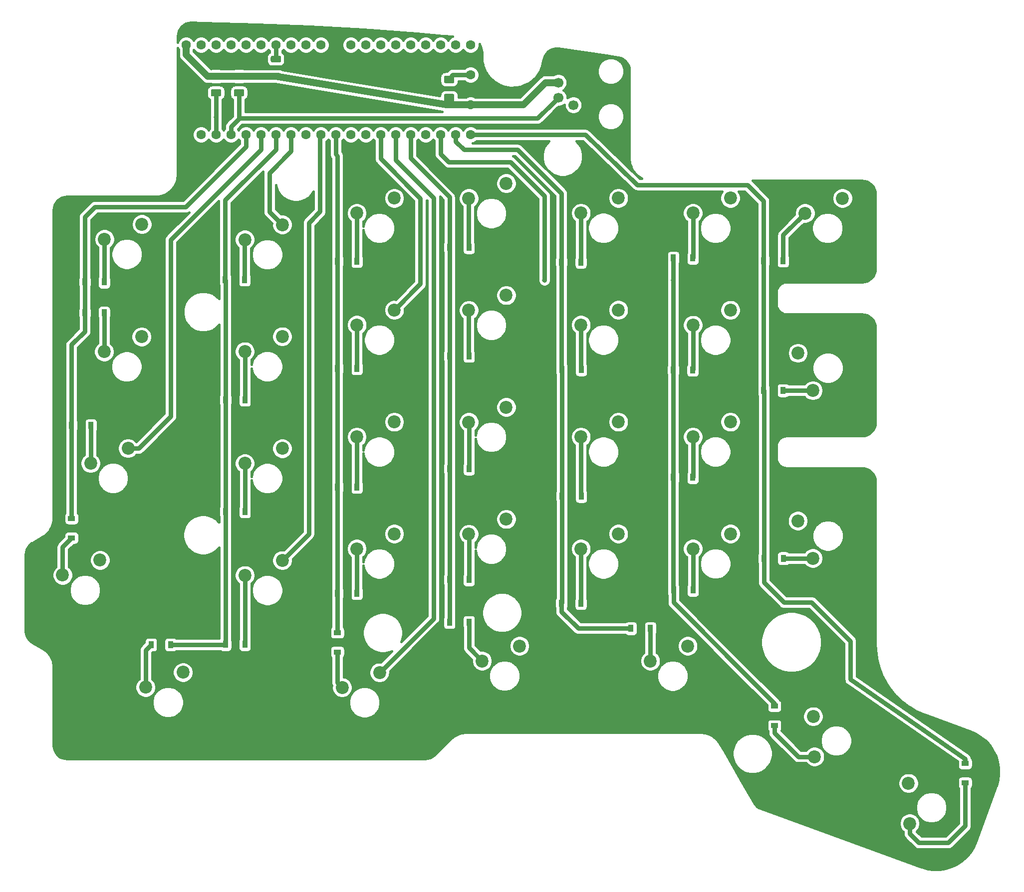
<source format=gbl>
G04 #@! TF.GenerationSoftware,KiCad,Pcbnew,5.1.9-73d0e3b20d~88~ubuntu20.04.1*
G04 #@! TF.CreationDate,2021-01-19T00:22:37+03:00*
G04 #@! TF.ProjectId,jeaex-left,6a656165-782d-46c6-9566-742e6b696361,rev?*
G04 #@! TF.SameCoordinates,Original*
G04 #@! TF.FileFunction,Copper,L2,Bot*
G04 #@! TF.FilePolarity,Positive*
%FSLAX46Y46*%
G04 Gerber Fmt 4.6, Leading zero omitted, Abs format (unit mm)*
G04 Created by KiCad (PCBNEW 5.1.9-73d0e3b20d~88~ubuntu20.04.1) date 2021-01-19 00:22:37*
%MOMM*%
%LPD*%
G01*
G04 APERTURE LIST*
G04 #@! TA.AperFunction,ComponentPad*
%ADD10C,1.600000*%
G04 #@! TD*
G04 #@! TA.AperFunction,ComponentPad*
%ADD11R,1.600000X1.600000*%
G04 #@! TD*
G04 #@! TA.AperFunction,SMDPad,CuDef*
%ADD12R,0.900000X1.200000*%
G04 #@! TD*
G04 #@! TA.AperFunction,SMDPad,CuDef*
%ADD13R,1.200000X0.900000*%
G04 #@! TD*
G04 #@! TA.AperFunction,ComponentPad*
%ADD14C,1.700000*%
G04 #@! TD*
G04 #@! TA.AperFunction,ComponentPad*
%ADD15C,2.200000*%
G04 #@! TD*
G04 #@! TA.AperFunction,ViaPad*
%ADD16C,0.800000*%
G04 #@! TD*
G04 #@! TA.AperFunction,Conductor*
%ADD17C,0.800000*%
G04 #@! TD*
G04 #@! TA.AperFunction,Conductor*
%ADD18C,1.200000*%
G04 #@! TD*
G04 #@! TA.AperFunction,Conductor*
%ADD19C,0.400000*%
G04 #@! TD*
G04 #@! TA.AperFunction,Conductor*
%ADD20C,0.100000*%
G04 #@! TD*
G04 APERTURE END LIST*
G04 #@! TA.AperFunction,SMDPad,CuDef*
G36*
G01*
X179735000Y-78280000D02*
X178485000Y-78280000D01*
G75*
G02*
X178235000Y-78030000I0J250000D01*
G01*
X178235000Y-77230000D01*
G75*
G02*
X178485000Y-76980000I250000J0D01*
G01*
X179735000Y-76980000D01*
G75*
G02*
X179985000Y-77230000I0J-250000D01*
G01*
X179985000Y-78030000D01*
G75*
G02*
X179735000Y-78280000I-250000J0D01*
G01*
G37*
G04 #@! TD.AperFunction*
G04 #@! TA.AperFunction,SMDPad,CuDef*
G36*
G01*
X179735000Y-81380000D02*
X178485000Y-81380000D01*
G75*
G02*
X178235000Y-81130000I0J250000D01*
G01*
X178235000Y-80330000D01*
G75*
G02*
X178485000Y-80080000I250000J0D01*
G01*
X179735000Y-80080000D01*
G75*
G02*
X179985000Y-80330000I0J-250000D01*
G01*
X179985000Y-81130000D01*
G75*
G02*
X179735000Y-81380000I-250000J0D01*
G01*
G37*
G04 #@! TD.AperFunction*
D10*
X154790000Y-87020000D03*
X157330000Y-87020000D03*
X159870000Y-87020000D03*
X152250000Y-87020000D03*
X149710000Y-87020000D03*
X147170000Y-87020000D03*
X144630000Y-87020000D03*
X142090000Y-87020000D03*
X139550000Y-87020000D03*
X137010000Y-87020000D03*
D11*
X134470000Y-87020000D03*
D10*
X162410000Y-87020000D03*
X164950000Y-87020000D03*
X167490000Y-87020000D03*
X170030000Y-87020000D03*
X172570000Y-87020000D03*
X175110000Y-87020000D03*
X177650000Y-87020000D03*
X180190000Y-87020000D03*
X182730000Y-87020000D03*
X182730000Y-81940000D03*
X182730000Y-79400000D03*
X182730000Y-76860000D03*
X182730000Y-71780000D03*
X180190000Y-71780000D03*
X177650000Y-71780000D03*
X175110000Y-71780000D03*
X172570000Y-71780000D03*
X170030000Y-71780000D03*
X167490000Y-71780000D03*
X164950000Y-71780000D03*
X162410000Y-71780000D03*
X159870000Y-71780000D03*
X157330000Y-71780000D03*
X154790000Y-71780000D03*
X152250000Y-71780000D03*
X149710000Y-71780000D03*
X147170000Y-71780000D03*
X144630000Y-71780000D03*
X142090000Y-71780000D03*
X139550000Y-71780000D03*
X137010000Y-71780000D03*
X134470000Y-71780000D03*
G04 #@! TA.AperFunction,SMDPad,CuDef*
G36*
G01*
X150325003Y-74737500D02*
X149074997Y-74737500D01*
G75*
G02*
X148825000Y-74487503I0J249997D01*
G01*
X148825000Y-73862497D01*
G75*
G02*
X149074997Y-73612500I249997J0D01*
G01*
X150325003Y-73612500D01*
G75*
G02*
X150575000Y-73862497I0J-249997D01*
G01*
X150575000Y-74487503D01*
G75*
G02*
X150325003Y-74737500I-249997J0D01*
G01*
G37*
G04 #@! TD.AperFunction*
G04 #@! TA.AperFunction,SMDPad,CuDef*
G36*
G01*
X150325003Y-77662500D02*
X149074997Y-77662500D01*
G75*
G02*
X148825000Y-77412503I0J249997D01*
G01*
X148825000Y-76787497D01*
G75*
G02*
X149074997Y-76537500I249997J0D01*
G01*
X150325003Y-76537500D01*
G75*
G02*
X150575000Y-76787497I0J-249997D01*
G01*
X150575000Y-77412503D01*
G75*
G02*
X150325003Y-77662500I-249997J0D01*
G01*
G37*
G04 #@! TD.AperFunction*
D12*
X232480000Y-108410000D03*
X235780000Y-108410000D03*
X232475000Y-130450000D03*
X235775000Y-130450000D03*
X235800000Y-158950000D03*
X232500000Y-158950000D03*
D13*
X266660000Y-197080000D03*
X266660000Y-193780000D03*
D12*
X220450000Y-107940000D03*
X217150000Y-107940000D03*
X220420000Y-126970000D03*
X217120000Y-126970000D03*
X220440000Y-145210000D03*
X217140000Y-145210000D03*
X217160000Y-164330000D03*
X220460000Y-164330000D03*
D13*
X234300000Y-184050000D03*
X234300000Y-187350000D03*
D12*
X198150000Y-108650000D03*
X201450000Y-108650000D03*
X201500000Y-126900000D03*
X198200000Y-126900000D03*
X198200000Y-148400000D03*
X201500000Y-148400000D03*
X198150000Y-166590000D03*
X201450000Y-166590000D03*
X209950000Y-170850000D03*
X213250000Y-170850000D03*
X182450000Y-106150000D03*
X179150000Y-106150000D03*
X182450000Y-124600000D03*
X179150000Y-124600000D03*
X179150000Y-143750000D03*
X182450000Y-143750000D03*
X182450000Y-162550000D03*
X179150000Y-162550000D03*
X179150000Y-169800000D03*
X182450000Y-169800000D03*
X163450000Y-108500000D03*
X160150000Y-108500000D03*
X160150000Y-126700000D03*
X163450000Y-126700000D03*
X163450000Y-146850000D03*
X160150000Y-146850000D03*
X160150000Y-164900000D03*
X163450000Y-164900000D03*
D13*
X160150000Y-174850000D03*
X160150000Y-171550000D03*
D12*
X141120000Y-111650000D03*
X144420000Y-111650000D03*
X144460000Y-132030000D03*
X141160000Y-132030000D03*
X141150000Y-151020000D03*
X144450000Y-151020000D03*
X144460000Y-173560000D03*
X141160000Y-173560000D03*
X131830000Y-173610000D03*
X128530000Y-173610000D03*
X120590000Y-112020000D03*
X117290000Y-112020000D03*
X117290000Y-117270000D03*
X120590000Y-117270000D03*
X118330000Y-136400000D03*
X115030000Y-136400000D03*
D13*
X115040000Y-152190000D03*
X115040000Y-155490000D03*
G04 #@! TA.AperFunction,SMDPad,CuDef*
G36*
G01*
X138925000Y-79275000D02*
X140175000Y-79275000D01*
G75*
G02*
X140425000Y-79525000I0J-250000D01*
G01*
X140425000Y-80275000D01*
G75*
G02*
X140175000Y-80525000I-250000J0D01*
G01*
X138925000Y-80525000D01*
G75*
G02*
X138675000Y-80275000I0J250000D01*
G01*
X138675000Y-79525000D01*
G75*
G02*
X138925000Y-79275000I250000J0D01*
G01*
G37*
G04 #@! TD.AperFunction*
G04 #@! TA.AperFunction,SMDPad,CuDef*
G36*
G01*
X138925000Y-76475000D02*
X140175000Y-76475000D01*
G75*
G02*
X140425000Y-76725000I0J-250000D01*
G01*
X140425000Y-77475000D01*
G75*
G02*
X140175000Y-77725000I-250000J0D01*
G01*
X138925000Y-77725000D01*
G75*
G02*
X138675000Y-77475000I0J250000D01*
G01*
X138675000Y-76725000D01*
G75*
G02*
X138925000Y-76475000I250000J0D01*
G01*
G37*
G04 #@! TD.AperFunction*
G04 #@! TA.AperFunction,SMDPad,CuDef*
G36*
G01*
X142825000Y-76475000D02*
X144075000Y-76475000D01*
G75*
G02*
X144325000Y-76725000I0J-250000D01*
G01*
X144325000Y-77475000D01*
G75*
G02*
X144075000Y-77725000I-250000J0D01*
G01*
X142825000Y-77725000D01*
G75*
G02*
X142575000Y-77475000I0J250000D01*
G01*
X142575000Y-76725000D01*
G75*
G02*
X142825000Y-76475000I250000J0D01*
G01*
G37*
G04 #@! TD.AperFunction*
G04 #@! TA.AperFunction,SMDPad,CuDef*
G36*
G01*
X142825000Y-79275000D02*
X144075000Y-79275000D01*
G75*
G02*
X144325000Y-79525000I0J-250000D01*
G01*
X144325000Y-80275000D01*
G75*
G02*
X144075000Y-80525000I-250000J0D01*
G01*
X142825000Y-80525000D01*
G75*
G02*
X142575000Y-80275000I0J250000D01*
G01*
X142575000Y-79525000D01*
G75*
G02*
X142825000Y-79275000I250000J0D01*
G01*
G37*
G04 #@! TD.AperFunction*
D14*
X200180000Y-81975000D03*
X200180000Y-79435000D03*
X197640000Y-80705000D03*
X197640000Y-78165000D03*
D15*
X239490000Y-100340000D03*
X245840000Y-97800000D03*
X240820000Y-130440000D03*
X238280000Y-124090000D03*
X238270000Y-152590000D03*
X240810000Y-158940000D03*
X257030000Y-197140000D03*
X257244991Y-203975779D03*
X220470000Y-100330000D03*
X226820000Y-97790000D03*
X220470000Y-119330000D03*
X226820000Y-116790000D03*
X226820000Y-135780000D03*
X220470000Y-138320000D03*
X226820000Y-154780000D03*
X220470000Y-157320000D03*
X241084991Y-192625779D03*
X240870000Y-185790000D03*
X201470000Y-100320000D03*
X207820000Y-97780000D03*
X201470000Y-119320000D03*
X207820000Y-116780000D03*
X201470000Y-138330000D03*
X207820000Y-135790000D03*
X207820000Y-154790000D03*
X201470000Y-157330000D03*
X213230000Y-176380000D03*
X219580000Y-173840000D03*
X182440000Y-97820000D03*
X188790000Y-95280000D03*
X188790000Y-114280000D03*
X182440000Y-116820000D03*
X188790000Y-133280000D03*
X182440000Y-135820000D03*
X188790000Y-152290000D03*
X182440000Y-154830000D03*
X184690000Y-176370000D03*
X191040000Y-173830000D03*
X169790000Y-97790000D03*
X163440000Y-100330000D03*
X169800000Y-116780000D03*
X163450000Y-119320000D03*
X169790000Y-135790000D03*
X163440000Y-138330000D03*
X169790000Y-154790000D03*
X163440000Y-157330000D03*
X167290000Y-178340000D03*
X160940000Y-180880000D03*
X150790000Y-102290000D03*
X144440000Y-104830000D03*
X144440000Y-123820000D03*
X150790000Y-121280000D03*
X144440000Y-142830000D03*
X150790000Y-140290000D03*
X144450000Y-161830000D03*
X150800000Y-159290000D03*
X127600000Y-180850000D03*
X133950000Y-178310000D03*
X120620000Y-104760000D03*
X126970000Y-102220000D03*
X126920000Y-121320000D03*
X120570000Y-123860000D03*
X124620000Y-140260000D03*
X118270000Y-142800000D03*
X119870000Y-159260000D03*
X113520000Y-161800000D03*
D16*
X195275000Y-111725000D03*
X217150000Y-111750000D03*
X139550000Y-84050000D03*
D17*
X232480000Y-108410000D02*
X232480000Y-130295000D01*
X232500000Y-130475000D02*
X232475000Y-130450000D01*
X232500000Y-158950000D02*
X232500000Y-130475000D01*
X183861370Y-87020000D02*
X183866370Y-87025000D01*
X183866370Y-87025000D02*
X202200000Y-87025000D01*
X182730000Y-87020000D02*
X183861370Y-87020000D01*
X211020000Y-95520000D02*
X202200000Y-87025000D01*
X211020000Y-95520000D02*
X229695000Y-95520000D01*
X232480000Y-98305000D02*
X232480000Y-108410000D01*
X229695000Y-95520000D02*
X232480000Y-98305000D01*
X247200000Y-173000000D02*
X247200000Y-179500000D01*
X240600000Y-166400000D02*
X247200000Y-173000000D01*
X235875000Y-166400000D02*
X240600000Y-166400000D01*
X232500000Y-163025000D02*
X235875000Y-166400000D01*
X232500000Y-158950000D02*
X232500000Y-163025000D01*
X266660000Y-192985000D02*
X247225000Y-179525000D01*
X266660000Y-193780000D02*
X266660000Y-192985000D01*
X235780000Y-104050000D02*
X239490000Y-100340000D01*
X235780000Y-108410000D02*
X235780000Y-104050000D01*
X240810000Y-130450000D02*
X240820000Y-130440000D01*
X235775000Y-130450000D02*
X240810000Y-130450000D01*
X240800000Y-158950000D02*
X240810000Y-158940000D01*
X235875000Y-158950000D02*
X240800000Y-158950000D01*
X257244991Y-203975779D02*
X257244991Y-205724991D01*
X257244991Y-205724991D02*
X258790000Y-207270000D01*
X258790000Y-207270000D02*
X263780000Y-207270000D01*
X266660000Y-204390000D02*
X266660000Y-197080000D01*
X263780000Y-207270000D02*
X266660000Y-204390000D01*
X220470000Y-107920000D02*
X220450000Y-107940000D01*
X220470000Y-100330000D02*
X220470000Y-107920000D01*
X217120000Y-145190000D02*
X217140000Y-145210000D01*
X217120000Y-126970000D02*
X217120000Y-145190000D01*
X217140000Y-164310000D02*
X217160000Y-164330000D01*
X217140000Y-145210000D02*
X217140000Y-164310000D01*
X217160000Y-164330000D02*
X217160000Y-166110000D01*
X234300000Y-184050000D02*
X234300000Y-183575000D01*
X234300000Y-183575000D02*
X231275000Y-180550000D01*
X231275000Y-180550000D02*
X231250000Y-180550000D01*
X217160000Y-166460000D02*
X217160000Y-166110000D01*
X231250000Y-180550000D02*
X217160000Y-166460000D01*
X217150000Y-126940000D02*
X217120000Y-126970000D01*
X217150000Y-107940000D02*
X217150000Y-111750000D01*
X177650000Y-87020000D02*
X177650000Y-90275000D01*
X177650000Y-90275000D02*
X179050000Y-91675000D01*
X179050000Y-91675000D02*
X189500000Y-91675000D01*
X189500000Y-91675000D02*
X195000000Y-97175000D01*
X195000000Y-97175000D02*
X195275000Y-97450000D01*
X195275000Y-97450000D02*
X195275000Y-111725000D01*
X195275000Y-111725000D02*
X195275000Y-111725000D01*
X217150000Y-111750000D02*
X217150000Y-126940000D01*
X220470000Y-126920000D02*
X220420000Y-126970000D01*
X220470000Y-119330000D02*
X220470000Y-126920000D01*
X220470000Y-145180000D02*
X220440000Y-145210000D01*
X220470000Y-138320000D02*
X220470000Y-145180000D01*
X220470000Y-164320000D02*
X220460000Y-164330000D01*
X220470000Y-157320000D02*
X220470000Y-164320000D01*
X239529357Y-192625779D02*
X241084991Y-192625779D01*
X238325779Y-192625779D02*
X239529357Y-192625779D01*
X234300000Y-188600000D02*
X238325779Y-192625779D01*
X234300000Y-187350000D02*
X234300000Y-188600000D01*
X198150000Y-126850000D02*
X198200000Y-126900000D01*
X198150000Y-108650000D02*
X198150000Y-126850000D01*
X198200000Y-126900000D02*
X198200000Y-148400000D01*
X198200000Y-166540000D02*
X198150000Y-166590000D01*
X198200000Y-148400000D02*
X198200000Y-166540000D01*
X198150000Y-100350000D02*
X198150000Y-108650000D01*
X198150000Y-167990000D02*
X198150000Y-166590000D01*
X201010000Y-170850000D02*
X198150000Y-167990000D01*
X209950000Y-170850000D02*
X201010000Y-170850000D01*
X180190000Y-88151370D02*
X181613630Y-89575000D01*
X180190000Y-87020000D02*
X180190000Y-88151370D01*
X181613630Y-89575000D02*
X190725000Y-89575000D01*
X198150000Y-97000000D02*
X198150000Y-100350000D01*
X190725000Y-89575000D02*
X198150000Y-97000000D01*
X201470000Y-108630000D02*
X201450000Y-108650000D01*
X201470000Y-100320000D02*
X201470000Y-108630000D01*
X201470000Y-126870000D02*
X201500000Y-126900000D01*
X201470000Y-119320000D02*
X201470000Y-126870000D01*
X201470000Y-148370000D02*
X201500000Y-148400000D01*
X201470000Y-138330000D02*
X201470000Y-148370000D01*
X201470000Y-166570000D02*
X201450000Y-166590000D01*
X201470000Y-157330000D02*
X201470000Y-166570000D01*
X213230000Y-170870000D02*
X213250000Y-170850000D01*
X213230000Y-176380000D02*
X213230000Y-170870000D01*
X182440000Y-106140000D02*
X182450000Y-106150000D01*
X182440000Y-97820000D02*
X182440000Y-106140000D01*
X179150000Y-106150000D02*
X179150000Y-124600000D01*
X179150000Y-124600000D02*
X179150000Y-143750000D01*
X179150000Y-143750000D02*
X179150000Y-162550000D01*
X179150000Y-169800000D02*
X179150000Y-162550000D01*
X172570000Y-87020000D02*
X172570000Y-91020000D01*
X179150000Y-97600000D02*
X179150000Y-106150000D01*
X172570000Y-91020000D02*
X179150000Y-97600000D01*
X182440000Y-124590000D02*
X182450000Y-124600000D01*
X182440000Y-116820000D02*
X182440000Y-124590000D01*
X182450000Y-135830000D02*
X182440000Y-135820000D01*
X182450000Y-143750000D02*
X182450000Y-135830000D01*
X182450000Y-154840000D02*
X182440000Y-154830000D01*
X182450000Y-162550000D02*
X182450000Y-154840000D01*
X182450000Y-174130000D02*
X184690000Y-176370000D01*
X182450000Y-169800000D02*
X182450000Y-174130000D01*
X163450000Y-100340000D02*
X163440000Y-100330000D01*
X163450000Y-108500000D02*
X163450000Y-100340000D01*
X160150000Y-171550000D02*
X160150000Y-164900000D01*
X160150000Y-164900000D02*
X160150000Y-146850000D01*
X160150000Y-146850000D02*
X160150000Y-108500000D01*
X159870000Y-87020000D02*
X159870000Y-90330000D01*
X160150000Y-90610000D02*
X160150000Y-108500000D01*
X159870000Y-90330000D02*
X160150000Y-90610000D01*
X163450000Y-126700000D02*
X163450000Y-119320000D01*
X163450000Y-138340000D02*
X163440000Y-138330000D01*
X163450000Y-146850000D02*
X163450000Y-138340000D01*
X163450000Y-157340000D02*
X163440000Y-157330000D01*
X163450000Y-164900000D02*
X163450000Y-157340000D01*
X160150000Y-180090000D02*
X160940000Y-180880000D01*
X160150000Y-174850000D02*
X160150000Y-180090000D01*
X141160000Y-151030000D02*
X141150000Y-151020000D01*
X141160000Y-173560000D02*
X141160000Y-151030000D01*
X141150000Y-132040000D02*
X141160000Y-132030000D01*
X141150000Y-151020000D02*
X141150000Y-132040000D01*
X141160000Y-111690000D02*
X141120000Y-111650000D01*
X141160000Y-132030000D02*
X141160000Y-111690000D01*
X149710000Y-89520000D02*
X149710000Y-87020000D01*
X141120000Y-98110000D02*
X149710000Y-89520000D01*
X141120000Y-111650000D02*
X141120000Y-98110000D01*
X141110000Y-173610000D02*
X141160000Y-173560000D01*
X131830000Y-173610000D02*
X141110000Y-173610000D01*
X144420000Y-104850000D02*
X144440000Y-104830000D01*
X144420000Y-111650000D02*
X144420000Y-104850000D01*
X144460000Y-123840000D02*
X144440000Y-123820000D01*
X144460000Y-132030000D02*
X144460000Y-123840000D01*
X144450000Y-142840000D02*
X144440000Y-142830000D01*
X144450000Y-151020000D02*
X144450000Y-142840000D01*
X144450000Y-173550000D02*
X144460000Y-173560000D01*
X144450000Y-161830000D02*
X144450000Y-173550000D01*
X127600000Y-174540000D02*
X128530000Y-173610000D01*
X127600000Y-180850000D02*
X127600000Y-174540000D01*
X120590000Y-104790000D02*
X120620000Y-104760000D01*
X120590000Y-112020000D02*
X120590000Y-104790000D01*
X115040000Y-136410000D02*
X115030000Y-136400000D01*
X115040000Y-152190000D02*
X115040000Y-136410000D01*
X115030000Y-136400000D02*
X115030000Y-122680000D01*
X117290000Y-120420000D02*
X117290000Y-117270000D01*
X115030000Y-122680000D02*
X117290000Y-120420000D01*
X117290000Y-117270000D02*
X117290000Y-112020000D01*
X117290000Y-112020000D02*
X117290000Y-101010000D01*
X117290000Y-101010000D02*
X119020000Y-99280000D01*
X144630000Y-88151370D02*
X144650000Y-88171370D01*
X144630000Y-87020000D02*
X144630000Y-88151370D01*
X144650000Y-88171370D02*
X144650000Y-89025000D01*
X134395000Y-99280000D02*
X119020000Y-99280000D01*
X144650000Y-89025000D02*
X134395000Y-99280000D01*
X120570000Y-117290000D02*
X120590000Y-117270000D01*
X120570000Y-123860000D02*
X120570000Y-117290000D01*
X118270000Y-136460000D02*
X118330000Y-136400000D01*
X118270000Y-142800000D02*
X118270000Y-136460000D01*
X113520000Y-157010000D02*
X115040000Y-155490000D01*
X113520000Y-161800000D02*
X113520000Y-157010000D01*
X139550000Y-87020000D02*
X139550000Y-84050000D01*
X139550000Y-84050000D02*
X139550000Y-79900000D01*
X194100000Y-84225000D02*
X144300000Y-84225000D01*
X196770001Y-81554999D02*
X194100000Y-84225000D01*
X196790001Y-81554999D02*
X196770001Y-81554999D01*
X197640000Y-80705000D02*
X196790001Y-81554999D01*
X142090000Y-87020000D02*
X142090000Y-85660000D01*
X143525000Y-84225000D02*
X144300000Y-84225000D01*
X142090000Y-85660000D02*
X143525000Y-84225000D01*
X143450000Y-84150000D02*
X143525000Y-84225000D01*
X143450000Y-79900000D02*
X143450000Y-84150000D01*
D18*
X195460000Y-78165000D02*
X197640000Y-78165000D01*
X182730000Y-81940000D02*
X191685000Y-81940000D01*
X191685000Y-81940000D02*
X195460000Y-78165000D01*
X182730000Y-81940000D02*
X183861370Y-81940000D01*
X182730000Y-81940000D02*
X178690000Y-81940000D01*
X134470000Y-72911370D02*
X134475000Y-72916370D01*
X134470000Y-71780000D02*
X134470000Y-72911370D01*
X134475000Y-72916370D02*
X134475000Y-73425000D01*
X138150000Y-77100000D02*
X134475000Y-73425000D01*
X139550000Y-77100000D02*
X138150000Y-77100000D01*
X139550000Y-77100000D02*
X143450000Y-77100000D01*
X143450000Y-77100000D02*
X149700000Y-77100000D01*
X149700000Y-77100000D02*
X178690000Y-81940000D01*
X179110000Y-81520000D02*
X178690000Y-81940000D01*
X179110000Y-80730000D02*
X179110000Y-81520000D01*
D17*
X179110000Y-77780000D02*
X179110000Y-77480000D01*
X179730000Y-76860000D02*
X182730000Y-76860000D01*
X179110000Y-77480000D02*
X179730000Y-76860000D01*
X148590000Y-100090000D02*
X150790000Y-102290000D01*
X148590000Y-93490000D02*
X148590000Y-100090000D01*
X152250000Y-89830000D02*
X148590000Y-93490000D01*
X152250000Y-87020000D02*
X152250000Y-89830000D01*
X167490000Y-91090000D02*
X167490000Y-87020000D01*
X174225000Y-97825000D02*
X167490000Y-91090000D01*
X174225000Y-112355000D02*
X174225000Y-97825000D01*
X169800000Y-116780000D02*
X174225000Y-112355000D01*
X157200000Y-87150000D02*
X157330000Y-87020000D01*
X155270000Y-102000000D02*
X157200000Y-100070000D01*
X157200000Y-100070000D02*
X157200000Y-87150000D01*
X155270000Y-154820000D02*
X155270000Y-102000000D01*
X150800000Y-159290000D02*
X155270000Y-154820000D01*
X176450000Y-169180000D02*
X167290000Y-178340000D01*
X176450000Y-97750000D02*
X176450000Y-169180000D01*
X170030000Y-91330000D02*
X176450000Y-97750000D01*
X170030000Y-87020000D02*
X170030000Y-91330000D01*
X147170000Y-87020000D02*
X147170000Y-89580000D01*
X147170000Y-89580000D02*
X131875000Y-104875000D01*
X131875000Y-104875000D02*
X131875000Y-134825000D01*
X126440000Y-140260000D02*
X124620000Y-140260000D01*
X131875000Y-134825000D02*
X126440000Y-140260000D01*
X149700000Y-71790000D02*
X149710000Y-71780000D01*
X149700000Y-74175000D02*
X149700000Y-71790000D01*
D19*
X133140717Y-72490517D02*
X133170000Y-72534342D01*
X133170000Y-72847509D01*
X133163710Y-72911370D01*
X133170000Y-72975231D01*
X133170000Y-72975234D01*
X133175000Y-73026000D01*
X133175000Y-73361139D01*
X133168710Y-73425000D01*
X133175000Y-73488861D01*
X133175000Y-73488864D01*
X133193810Y-73679845D01*
X133268145Y-73924896D01*
X133388860Y-74150736D01*
X133551314Y-74348687D01*
X133600922Y-74389399D01*
X137185601Y-77974079D01*
X137226313Y-78023687D01*
X137424264Y-78186140D01*
X137650104Y-78306855D01*
X137895155Y-78381190D01*
X138086136Y-78400000D01*
X138086139Y-78400000D01*
X138150000Y-78406290D01*
X138213861Y-78400000D01*
X138705813Y-78400000D01*
X138739003Y-78410068D01*
X138925000Y-78428387D01*
X140175000Y-78428387D01*
X140360997Y-78410068D01*
X140394187Y-78400000D01*
X142605813Y-78400000D01*
X142639003Y-78410068D01*
X142825000Y-78428387D01*
X144075000Y-78428387D01*
X144260997Y-78410068D01*
X144294187Y-78400000D01*
X149592229Y-78400000D01*
X177893413Y-83125000D01*
X144550000Y-83125000D01*
X144550000Y-81096936D01*
X144604673Y-81067712D01*
X144749146Y-80949146D01*
X144867712Y-80804673D01*
X144955815Y-80639845D01*
X145010068Y-80460997D01*
X145028387Y-80275000D01*
X145028387Y-79525000D01*
X145010068Y-79339003D01*
X144955815Y-79160155D01*
X144867712Y-78995327D01*
X144749146Y-78850854D01*
X144604673Y-78732288D01*
X144439845Y-78644185D01*
X144260997Y-78589932D01*
X144075000Y-78571613D01*
X142825000Y-78571613D01*
X142639003Y-78589932D01*
X142460155Y-78644185D01*
X142295327Y-78732288D01*
X142150854Y-78850854D01*
X142032288Y-78995327D01*
X141944185Y-79160155D01*
X141889932Y-79339003D01*
X141871613Y-79525000D01*
X141871613Y-80275000D01*
X141889932Y-80460997D01*
X141944185Y-80639845D01*
X142032288Y-80804673D01*
X142150854Y-80949146D01*
X142295327Y-81067712D01*
X142350000Y-81096936D01*
X142350001Y-83844364D01*
X141350394Y-84843972D01*
X141308420Y-84878419D01*
X141273974Y-84920392D01*
X141170958Y-85045916D01*
X141104002Y-85171184D01*
X141068817Y-85237012D01*
X141005916Y-85444362D01*
X140990000Y-85605964D01*
X140984678Y-85660000D01*
X140990000Y-85714034D01*
X140990000Y-85998680D01*
X140924874Y-86063806D01*
X140820000Y-86220760D01*
X140715126Y-86063806D01*
X140650000Y-85998680D01*
X140650000Y-81096936D01*
X140704673Y-81067712D01*
X140849146Y-80949146D01*
X140967712Y-80804673D01*
X141055815Y-80639845D01*
X141110068Y-80460997D01*
X141128387Y-80275000D01*
X141128387Y-79525000D01*
X141110068Y-79339003D01*
X141055815Y-79160155D01*
X140967712Y-78995327D01*
X140849146Y-78850854D01*
X140704673Y-78732288D01*
X140539845Y-78644185D01*
X140360997Y-78589932D01*
X140175000Y-78571613D01*
X138925000Y-78571613D01*
X138739003Y-78589932D01*
X138560155Y-78644185D01*
X138395327Y-78732288D01*
X138250854Y-78850854D01*
X138132288Y-78995327D01*
X138044185Y-79160155D01*
X137989932Y-79339003D01*
X137971613Y-79525000D01*
X137971613Y-80275000D01*
X137989932Y-80460997D01*
X138044185Y-80639845D01*
X138132288Y-80804673D01*
X138250854Y-80949146D01*
X138395327Y-81067712D01*
X138450001Y-81096936D01*
X138450000Y-83941659D01*
X138450000Y-84158341D01*
X138450001Y-84158346D01*
X138450000Y-85998680D01*
X138384874Y-86063806D01*
X138280000Y-86220760D01*
X138175126Y-86063806D01*
X137966194Y-85854874D01*
X137720517Y-85690717D01*
X137447534Y-85577644D01*
X137157737Y-85520000D01*
X136862263Y-85520000D01*
X136572466Y-85577644D01*
X136299483Y-85690717D01*
X136053806Y-85854874D01*
X135844874Y-86063806D01*
X135680717Y-86309483D01*
X135567644Y-86582466D01*
X135510000Y-86872263D01*
X135510000Y-87167737D01*
X135567644Y-87457534D01*
X135680717Y-87730517D01*
X135844874Y-87976194D01*
X136053806Y-88185126D01*
X136299483Y-88349283D01*
X136572466Y-88462356D01*
X136862263Y-88520000D01*
X137157737Y-88520000D01*
X137447534Y-88462356D01*
X137720517Y-88349283D01*
X137966194Y-88185126D01*
X138175126Y-87976194D01*
X138280000Y-87819240D01*
X138384874Y-87976194D01*
X138593806Y-88185126D01*
X138839483Y-88349283D01*
X139112466Y-88462356D01*
X139402263Y-88520000D01*
X139697737Y-88520000D01*
X139987534Y-88462356D01*
X140260517Y-88349283D01*
X140506194Y-88185126D01*
X140715126Y-87976194D01*
X140820000Y-87819240D01*
X140924874Y-87976194D01*
X141133806Y-88185126D01*
X141379483Y-88349283D01*
X141652466Y-88462356D01*
X141942263Y-88520000D01*
X142237737Y-88520000D01*
X142527534Y-88462356D01*
X142800517Y-88349283D01*
X143046194Y-88185126D01*
X143255126Y-87976194D01*
X143360000Y-87819240D01*
X143464874Y-87976194D01*
X143530000Y-88041320D01*
X143530000Y-88097336D01*
X143524678Y-88151370D01*
X143530000Y-88205404D01*
X143530000Y-88205406D01*
X143545916Y-88367008D01*
X143550000Y-88380471D01*
X143550000Y-88569365D01*
X133939366Y-98180000D01*
X119074033Y-98180000D01*
X119019999Y-98174678D01*
X118965965Y-98180000D01*
X118965964Y-98180000D01*
X118804362Y-98195916D01*
X118597012Y-98258816D01*
X118405916Y-98360958D01*
X118238419Y-98498419D01*
X118203973Y-98540392D01*
X116550394Y-100193972D01*
X116508420Y-100228419D01*
X116461462Y-100285638D01*
X116370958Y-100395916D01*
X116268817Y-100587012D01*
X116215435Y-100762988D01*
X116205917Y-100794363D01*
X116184678Y-101010000D01*
X116190001Y-101064044D01*
X116190000Y-111151336D01*
X116150128Y-111282776D01*
X116136613Y-111420000D01*
X116136613Y-112620000D01*
X116150128Y-112757224D01*
X116190001Y-112888667D01*
X116190000Y-116401335D01*
X116150128Y-116532776D01*
X116136613Y-116670000D01*
X116136613Y-117870000D01*
X116150128Y-118007224D01*
X116190001Y-118138666D01*
X116190000Y-119964366D01*
X114290395Y-121863971D01*
X114248420Y-121898419D01*
X114213974Y-121940392D01*
X114110958Y-122065916D01*
X114053925Y-122172620D01*
X114008817Y-122257012D01*
X113946680Y-122461849D01*
X113945917Y-122464363D01*
X113924678Y-122680000D01*
X113930001Y-122734044D01*
X113930000Y-135531336D01*
X113890128Y-135662776D01*
X113876613Y-135800000D01*
X113876613Y-137000000D01*
X113890128Y-137137224D01*
X113930155Y-137269175D01*
X113940001Y-137287595D01*
X113940000Y-151245835D01*
X113855155Y-151349219D01*
X113790155Y-151470825D01*
X113750128Y-151602776D01*
X113736613Y-151740000D01*
X113736613Y-152640000D01*
X113750128Y-152777224D01*
X113790155Y-152909175D01*
X113855155Y-153030781D01*
X113942630Y-153137370D01*
X114049219Y-153224845D01*
X114170825Y-153289845D01*
X114302776Y-153329872D01*
X114440000Y-153343387D01*
X115640000Y-153343387D01*
X115777224Y-153329872D01*
X115909175Y-153289845D01*
X116030781Y-153224845D01*
X116137370Y-153137370D01*
X116224845Y-153030781D01*
X116289845Y-152909175D01*
X116329872Y-152777224D01*
X116343387Y-152640000D01*
X116343387Y-151740000D01*
X116329872Y-151602776D01*
X116289845Y-151470825D01*
X116224845Y-151349219D01*
X116140000Y-151245835D01*
X116140000Y-145074073D01*
X119380000Y-145074073D01*
X119380000Y-145605927D01*
X119483760Y-146127561D01*
X119687291Y-146618930D01*
X119982773Y-147061150D01*
X120358850Y-147437227D01*
X120801070Y-147732709D01*
X121292439Y-147936240D01*
X121814073Y-148040000D01*
X122345927Y-148040000D01*
X122867561Y-147936240D01*
X123358930Y-147732709D01*
X123801150Y-147437227D01*
X124177227Y-147061150D01*
X124472709Y-146618930D01*
X124676240Y-146127561D01*
X124780000Y-145605927D01*
X124780000Y-145074073D01*
X124676240Y-144552439D01*
X124472709Y-144061070D01*
X124177227Y-143618850D01*
X123801150Y-143242773D01*
X123358930Y-142947291D01*
X122867561Y-142743760D01*
X122345927Y-142640000D01*
X121814073Y-142640000D01*
X121292439Y-142743760D01*
X120801070Y-142947291D01*
X120358850Y-143242773D01*
X119982773Y-143618850D01*
X119687291Y-144061070D01*
X119483760Y-144552439D01*
X119380000Y-145074073D01*
X116140000Y-145074073D01*
X116140000Y-142622716D01*
X116470000Y-142622716D01*
X116470000Y-142977284D01*
X116539173Y-143325041D01*
X116674861Y-143652620D01*
X116871849Y-143947433D01*
X117122567Y-144198151D01*
X117417380Y-144395139D01*
X117744959Y-144530827D01*
X118092716Y-144600000D01*
X118447284Y-144600000D01*
X118795041Y-144530827D01*
X119122620Y-144395139D01*
X119417433Y-144198151D01*
X119668151Y-143947433D01*
X119865139Y-143652620D01*
X120000827Y-143325041D01*
X120070000Y-142977284D01*
X120070000Y-142622716D01*
X120000827Y-142274959D01*
X119865139Y-141947380D01*
X119668151Y-141652567D01*
X119417433Y-141401849D01*
X119370000Y-141370155D01*
X119370000Y-137381137D01*
X119429845Y-137269175D01*
X119469872Y-137137224D01*
X119483387Y-137000000D01*
X119483387Y-135800000D01*
X119469872Y-135662776D01*
X119429845Y-135530825D01*
X119364845Y-135409219D01*
X119277370Y-135302630D01*
X119170781Y-135215155D01*
X119049175Y-135150155D01*
X118917224Y-135110128D01*
X118780000Y-135096613D01*
X117880000Y-135096613D01*
X117742776Y-135110128D01*
X117610825Y-135150155D01*
X117489219Y-135215155D01*
X117382630Y-135302630D01*
X117295155Y-135409219D01*
X117230155Y-135530825D01*
X117190128Y-135662776D01*
X117176613Y-135800000D01*
X117176613Y-136338825D01*
X117164678Y-136460000D01*
X117170001Y-136514044D01*
X117170000Y-141370155D01*
X117122567Y-141401849D01*
X116871849Y-141652567D01*
X116674861Y-141947380D01*
X116539173Y-142274959D01*
X116470000Y-142622716D01*
X116140000Y-142622716D01*
X116140000Y-137235699D01*
X116169872Y-137137224D01*
X116183387Y-137000000D01*
X116183387Y-135800000D01*
X116169872Y-135662776D01*
X116130000Y-135531336D01*
X116130000Y-126134073D01*
X121680000Y-126134073D01*
X121680000Y-126665927D01*
X121783760Y-127187561D01*
X121987291Y-127678930D01*
X122282773Y-128121150D01*
X122658850Y-128497227D01*
X123101070Y-128792709D01*
X123592439Y-128996240D01*
X124114073Y-129100000D01*
X124645927Y-129100000D01*
X125167561Y-128996240D01*
X125658930Y-128792709D01*
X126101150Y-128497227D01*
X126477227Y-128121150D01*
X126772709Y-127678930D01*
X126976240Y-127187561D01*
X127080000Y-126665927D01*
X127080000Y-126134073D01*
X126976240Y-125612439D01*
X126772709Y-125121070D01*
X126477227Y-124678850D01*
X126101150Y-124302773D01*
X125658930Y-124007291D01*
X125167561Y-123803760D01*
X124645927Y-123700000D01*
X124114073Y-123700000D01*
X123592439Y-123803760D01*
X123101070Y-124007291D01*
X122658850Y-124302773D01*
X122282773Y-124678850D01*
X121987291Y-125121070D01*
X121783760Y-125612439D01*
X121680000Y-126134073D01*
X116130000Y-126134073D01*
X116130000Y-123682716D01*
X118770000Y-123682716D01*
X118770000Y-124037284D01*
X118839173Y-124385041D01*
X118974861Y-124712620D01*
X119171849Y-125007433D01*
X119422567Y-125258151D01*
X119717380Y-125455139D01*
X120044959Y-125590827D01*
X120392716Y-125660000D01*
X120747284Y-125660000D01*
X121095041Y-125590827D01*
X121422620Y-125455139D01*
X121717433Y-125258151D01*
X121968151Y-125007433D01*
X122165139Y-124712620D01*
X122300827Y-124385041D01*
X122370000Y-124037284D01*
X122370000Y-123682716D01*
X122300827Y-123334959D01*
X122165139Y-123007380D01*
X121968151Y-122712567D01*
X121717433Y-122461849D01*
X121670000Y-122430155D01*
X121670000Y-121142716D01*
X125120000Y-121142716D01*
X125120000Y-121497284D01*
X125189173Y-121845041D01*
X125324861Y-122172620D01*
X125521849Y-122467433D01*
X125772567Y-122718151D01*
X126067380Y-122915139D01*
X126394959Y-123050827D01*
X126742716Y-123120000D01*
X127097284Y-123120000D01*
X127445041Y-123050827D01*
X127772620Y-122915139D01*
X128067433Y-122718151D01*
X128318151Y-122467433D01*
X128515139Y-122172620D01*
X128650827Y-121845041D01*
X128720000Y-121497284D01*
X128720000Y-121142716D01*
X128650827Y-120794959D01*
X128515139Y-120467380D01*
X128318151Y-120172567D01*
X128067433Y-119921849D01*
X127772620Y-119724861D01*
X127445041Y-119589173D01*
X127097284Y-119520000D01*
X126742716Y-119520000D01*
X126394959Y-119589173D01*
X126067380Y-119724861D01*
X125772567Y-119921849D01*
X125521849Y-120172567D01*
X125324861Y-120467380D01*
X125189173Y-120794959D01*
X125120000Y-121142716D01*
X121670000Y-121142716D01*
X121670000Y-118176302D01*
X121689845Y-118139175D01*
X121729872Y-118007224D01*
X121743387Y-117870000D01*
X121743387Y-116670000D01*
X121729872Y-116532776D01*
X121689845Y-116400825D01*
X121624845Y-116279219D01*
X121537370Y-116172630D01*
X121430781Y-116085155D01*
X121309175Y-116020155D01*
X121177224Y-115980128D01*
X121040000Y-115966613D01*
X120140000Y-115966613D01*
X120002776Y-115980128D01*
X119870825Y-116020155D01*
X119749219Y-116085155D01*
X119642630Y-116172630D01*
X119555155Y-116279219D01*
X119490155Y-116400825D01*
X119450128Y-116532776D01*
X119436613Y-116670000D01*
X119436613Y-117870000D01*
X119450128Y-118007224D01*
X119470001Y-118072736D01*
X119470000Y-122430155D01*
X119422567Y-122461849D01*
X119171849Y-122712567D01*
X118974861Y-123007380D01*
X118839173Y-123334959D01*
X118770000Y-123682716D01*
X116130000Y-123682716D01*
X116130000Y-123135634D01*
X118029601Y-121236033D01*
X118071581Y-121201581D01*
X118209042Y-121034084D01*
X118272619Y-120915139D01*
X118311184Y-120842989D01*
X118374084Y-120635638D01*
X118395322Y-120420000D01*
X118390000Y-120365964D01*
X118390000Y-118138664D01*
X118429872Y-118007224D01*
X118443387Y-117870000D01*
X118443387Y-116670000D01*
X118429872Y-116532776D01*
X118390000Y-116401336D01*
X118390000Y-112888664D01*
X118429872Y-112757224D01*
X118443387Y-112620000D01*
X118443387Y-111420000D01*
X118429872Y-111282776D01*
X118390000Y-111151336D01*
X118390000Y-104582716D01*
X118820000Y-104582716D01*
X118820000Y-104937284D01*
X118889173Y-105285041D01*
X119024861Y-105612620D01*
X119221849Y-105907433D01*
X119472567Y-106158151D01*
X119490001Y-106169800D01*
X119490000Y-111151336D01*
X119450128Y-111282776D01*
X119436613Y-111420000D01*
X119436613Y-112620000D01*
X119450128Y-112757224D01*
X119490155Y-112889175D01*
X119555155Y-113010781D01*
X119642630Y-113117370D01*
X119749219Y-113204845D01*
X119870825Y-113269845D01*
X120002776Y-113309872D01*
X120140000Y-113323387D01*
X121040000Y-113323387D01*
X121177224Y-113309872D01*
X121309175Y-113269845D01*
X121430781Y-113204845D01*
X121537370Y-113117370D01*
X121624845Y-113010781D01*
X121689845Y-112889175D01*
X121729872Y-112757224D01*
X121743387Y-112620000D01*
X121743387Y-111420000D01*
X121729872Y-111282776D01*
X121690000Y-111151336D01*
X121690000Y-107034073D01*
X121730000Y-107034073D01*
X121730000Y-107565927D01*
X121833760Y-108087561D01*
X122037291Y-108578930D01*
X122332773Y-109021150D01*
X122708850Y-109397227D01*
X123151070Y-109692709D01*
X123642439Y-109896240D01*
X124164073Y-110000000D01*
X124695927Y-110000000D01*
X125217561Y-109896240D01*
X125708930Y-109692709D01*
X126151150Y-109397227D01*
X126527227Y-109021150D01*
X126822709Y-108578930D01*
X127026240Y-108087561D01*
X127130000Y-107565927D01*
X127130000Y-107034073D01*
X127026240Y-106512439D01*
X126822709Y-106021070D01*
X126527227Y-105578850D01*
X126151150Y-105202773D01*
X125708930Y-104907291D01*
X125217561Y-104703760D01*
X124695927Y-104600000D01*
X124164073Y-104600000D01*
X123642439Y-104703760D01*
X123151070Y-104907291D01*
X122708850Y-105202773D01*
X122332773Y-105578850D01*
X122037291Y-106021070D01*
X121833760Y-106512439D01*
X121730000Y-107034073D01*
X121690000Y-107034073D01*
X121690000Y-106209890D01*
X121767433Y-106158151D01*
X122018151Y-105907433D01*
X122215139Y-105612620D01*
X122350827Y-105285041D01*
X122420000Y-104937284D01*
X122420000Y-104582716D01*
X122350827Y-104234959D01*
X122215139Y-103907380D01*
X122018151Y-103612567D01*
X121767433Y-103361849D01*
X121472620Y-103164861D01*
X121145041Y-103029173D01*
X120797284Y-102960000D01*
X120442716Y-102960000D01*
X120094959Y-103029173D01*
X119767380Y-103164861D01*
X119472567Y-103361849D01*
X119221849Y-103612567D01*
X119024861Y-103907380D01*
X118889173Y-104234959D01*
X118820000Y-104582716D01*
X118390000Y-104582716D01*
X118390000Y-102042716D01*
X125170000Y-102042716D01*
X125170000Y-102397284D01*
X125239173Y-102745041D01*
X125374861Y-103072620D01*
X125571849Y-103367433D01*
X125822567Y-103618151D01*
X126117380Y-103815139D01*
X126444959Y-103950827D01*
X126792716Y-104020000D01*
X127147284Y-104020000D01*
X127495041Y-103950827D01*
X127822620Y-103815139D01*
X128117433Y-103618151D01*
X128368151Y-103367433D01*
X128565139Y-103072620D01*
X128700827Y-102745041D01*
X128770000Y-102397284D01*
X128770000Y-102042716D01*
X128700827Y-101694959D01*
X128565139Y-101367380D01*
X128368151Y-101072567D01*
X128117433Y-100821849D01*
X127822620Y-100624861D01*
X127495041Y-100489173D01*
X127147284Y-100420000D01*
X126792716Y-100420000D01*
X126444959Y-100489173D01*
X126117380Y-100624861D01*
X125822567Y-100821849D01*
X125571849Y-101072567D01*
X125374861Y-101367380D01*
X125239173Y-101694959D01*
X125170000Y-102042716D01*
X118390000Y-102042716D01*
X118390000Y-101465634D01*
X119475635Y-100380000D01*
X134340966Y-100380000D01*
X134395000Y-100385322D01*
X134449034Y-100380000D01*
X134449036Y-100380000D01*
X134610638Y-100364084D01*
X134817988Y-100301184D01*
X134979523Y-100214842D01*
X131135399Y-104058967D01*
X131093419Y-104093419D01*
X130955958Y-104260916D01*
X130853816Y-104452013D01*
X130790916Y-104659363D01*
X130775000Y-104820964D01*
X130769678Y-104875000D01*
X130775000Y-104929034D01*
X130775001Y-134369364D01*
X126023618Y-139120748D01*
X126018151Y-139112567D01*
X125767433Y-138861849D01*
X125472620Y-138664861D01*
X125145041Y-138529173D01*
X124797284Y-138460000D01*
X124442716Y-138460000D01*
X124094959Y-138529173D01*
X123767380Y-138664861D01*
X123472567Y-138861849D01*
X123221849Y-139112567D01*
X123024861Y-139407380D01*
X122889173Y-139734959D01*
X122820000Y-140082716D01*
X122820000Y-140437284D01*
X122889173Y-140785041D01*
X123024861Y-141112620D01*
X123221849Y-141407433D01*
X123472567Y-141658151D01*
X123767380Y-141855139D01*
X124094959Y-141990827D01*
X124442716Y-142060000D01*
X124797284Y-142060000D01*
X125145041Y-141990827D01*
X125472620Y-141855139D01*
X125767433Y-141658151D01*
X126018151Y-141407433D01*
X126049845Y-141360000D01*
X126385966Y-141360000D01*
X126440000Y-141365322D01*
X126494034Y-141360000D01*
X126494036Y-141360000D01*
X126655638Y-141344084D01*
X126862988Y-141281184D01*
X127054084Y-141179042D01*
X127221581Y-141041581D01*
X127256033Y-140999601D01*
X132614606Y-135641029D01*
X132656581Y-135606581D01*
X132794042Y-135439084D01*
X132848104Y-135337940D01*
X132896184Y-135247989D01*
X132938004Y-135110128D01*
X132959084Y-135040638D01*
X132975000Y-134879036D01*
X132975000Y-134879034D01*
X132980322Y-134825000D01*
X132975000Y-134770966D01*
X132975000Y-105330634D01*
X140020001Y-98285633D01*
X140020000Y-110781336D01*
X139980128Y-110912776D01*
X139966613Y-111050000D01*
X139966613Y-112250000D01*
X139980128Y-112387224D01*
X140020155Y-112519175D01*
X140060001Y-112593721D01*
X140060001Y-114901069D01*
X140059790Y-114900753D01*
X139579247Y-114420210D01*
X139014188Y-114042650D01*
X138386328Y-113782582D01*
X137719795Y-113650000D01*
X137040205Y-113650000D01*
X136373672Y-113782582D01*
X135745812Y-114042650D01*
X135180753Y-114420210D01*
X134700210Y-114900753D01*
X134322650Y-115465812D01*
X134062582Y-116093672D01*
X133930000Y-116760205D01*
X133930000Y-117439795D01*
X134062582Y-118106328D01*
X134322650Y-118734188D01*
X134700210Y-119299247D01*
X135180753Y-119779790D01*
X135745812Y-120157350D01*
X136373672Y-120417418D01*
X137040205Y-120550000D01*
X137719795Y-120550000D01*
X138386328Y-120417418D01*
X139014188Y-120157350D01*
X139579247Y-119779790D01*
X140059790Y-119299247D01*
X140060001Y-119298932D01*
X140060000Y-131161336D01*
X140020128Y-131292776D01*
X140006613Y-131430000D01*
X140006613Y-132630000D01*
X140020128Y-132767224D01*
X140050001Y-132865702D01*
X140050000Y-150151336D01*
X140010128Y-150282776D01*
X139996613Y-150420000D01*
X139996613Y-151620000D01*
X140010128Y-151757224D01*
X140050155Y-151889175D01*
X140060001Y-151907595D01*
X140060001Y-152830933D01*
X140019790Y-152770753D01*
X139539247Y-152290210D01*
X138974188Y-151912650D01*
X138346328Y-151652582D01*
X137679795Y-151520000D01*
X137000205Y-151520000D01*
X136333672Y-151652582D01*
X135705812Y-151912650D01*
X135140753Y-152290210D01*
X134660210Y-152770753D01*
X134282650Y-153335812D01*
X134022582Y-153963672D01*
X133890000Y-154630205D01*
X133890000Y-155309795D01*
X134022582Y-155976328D01*
X134282650Y-156604188D01*
X134660210Y-157169247D01*
X135140753Y-157649790D01*
X135705812Y-158027350D01*
X136333672Y-158287418D01*
X137000205Y-158420000D01*
X137679795Y-158420000D01*
X138346328Y-158287418D01*
X138974188Y-158027350D01*
X139539247Y-157649790D01*
X140019790Y-157169247D01*
X140060001Y-157109067D01*
X140060000Y-172510000D01*
X132774165Y-172510000D01*
X132670781Y-172425155D01*
X132549175Y-172360155D01*
X132417224Y-172320128D01*
X132280000Y-172306613D01*
X131380000Y-172306613D01*
X131242776Y-172320128D01*
X131110825Y-172360155D01*
X130989219Y-172425155D01*
X130882630Y-172512630D01*
X130795155Y-172619219D01*
X130730155Y-172740825D01*
X130690128Y-172872776D01*
X130676613Y-173010000D01*
X130676613Y-174210000D01*
X130690128Y-174347224D01*
X130730155Y-174479175D01*
X130795155Y-174600781D01*
X130882630Y-174707370D01*
X130989219Y-174794845D01*
X131110825Y-174859845D01*
X131242776Y-174899872D01*
X131380000Y-174913387D01*
X132280000Y-174913387D01*
X132417224Y-174899872D01*
X132549175Y-174859845D01*
X132670781Y-174794845D01*
X132774165Y-174710000D01*
X140276760Y-174710000D01*
X140319219Y-174744845D01*
X140440825Y-174809845D01*
X140572776Y-174849872D01*
X140710000Y-174863387D01*
X141610000Y-174863387D01*
X141747224Y-174849872D01*
X141879175Y-174809845D01*
X142000781Y-174744845D01*
X142107370Y-174657370D01*
X142194845Y-174550781D01*
X142259845Y-174429175D01*
X142299872Y-174297224D01*
X142313387Y-174160000D01*
X142313387Y-172960000D01*
X142299872Y-172822776D01*
X142260000Y-172691336D01*
X142260000Y-161652716D01*
X142650000Y-161652716D01*
X142650000Y-162007284D01*
X142719173Y-162355041D01*
X142854861Y-162682620D01*
X143051849Y-162977433D01*
X143302567Y-163228151D01*
X143350000Y-163259845D01*
X143350001Y-172724298D01*
X143320128Y-172822776D01*
X143306613Y-172960000D01*
X143306613Y-174160000D01*
X143320128Y-174297224D01*
X143360155Y-174429175D01*
X143425155Y-174550781D01*
X143512630Y-174657370D01*
X143619219Y-174744845D01*
X143740825Y-174809845D01*
X143872776Y-174849872D01*
X144010000Y-174863387D01*
X144910000Y-174863387D01*
X145047224Y-174849872D01*
X145179175Y-174809845D01*
X145300781Y-174744845D01*
X145407370Y-174657370D01*
X145494845Y-174550781D01*
X145559845Y-174429175D01*
X145568695Y-174400000D01*
X158846613Y-174400000D01*
X158846613Y-175300000D01*
X158860128Y-175437224D01*
X158900155Y-175569175D01*
X158965155Y-175690781D01*
X159050000Y-175794166D01*
X159050001Y-180035956D01*
X159044678Y-180090000D01*
X159061097Y-180256702D01*
X159065917Y-180305638D01*
X159100318Y-180419042D01*
X159128817Y-180512988D01*
X159164471Y-180579693D01*
X159140000Y-180702716D01*
X159140000Y-181057284D01*
X159209173Y-181405041D01*
X159344861Y-181732620D01*
X159541849Y-182027433D01*
X159792567Y-182278151D01*
X160087380Y-182475139D01*
X160414959Y-182610827D01*
X160762716Y-182680000D01*
X161117284Y-182680000D01*
X161465041Y-182610827D01*
X161792620Y-182475139D01*
X162087433Y-182278151D01*
X162338151Y-182027433D01*
X162535139Y-181732620D01*
X162670827Y-181405041D01*
X162740000Y-181057284D01*
X162740000Y-180702716D01*
X162670827Y-180354959D01*
X162535139Y-180027380D01*
X162338151Y-179732567D01*
X162087433Y-179481849D01*
X161792620Y-179284861D01*
X161465041Y-179149173D01*
X161250000Y-179106399D01*
X161250000Y-175794165D01*
X161334845Y-175690781D01*
X161399845Y-175569175D01*
X161439872Y-175437224D01*
X161453387Y-175300000D01*
X161453387Y-174400000D01*
X161439872Y-174262776D01*
X161399845Y-174130825D01*
X161334845Y-174009219D01*
X161247370Y-173902630D01*
X161140781Y-173815155D01*
X161019175Y-173750155D01*
X160887224Y-173710128D01*
X160750000Y-173696613D01*
X159550000Y-173696613D01*
X159412776Y-173710128D01*
X159280825Y-173750155D01*
X159159219Y-173815155D01*
X159052630Y-173902630D01*
X158965155Y-174009219D01*
X158900155Y-174130825D01*
X158860128Y-174262776D01*
X158846613Y-174400000D01*
X145568695Y-174400000D01*
X145599872Y-174297224D01*
X145613387Y-174160000D01*
X145613387Y-172960000D01*
X145599872Y-172822776D01*
X145559845Y-172690825D01*
X145550000Y-172672406D01*
X145550000Y-164104073D01*
X145560000Y-164104073D01*
X145560000Y-164635927D01*
X145663760Y-165157561D01*
X145867291Y-165648930D01*
X146162773Y-166091150D01*
X146538850Y-166467227D01*
X146981070Y-166762709D01*
X147472439Y-166966240D01*
X147994073Y-167070000D01*
X148525927Y-167070000D01*
X149047561Y-166966240D01*
X149538930Y-166762709D01*
X149981150Y-166467227D01*
X150357227Y-166091150D01*
X150652709Y-165648930D01*
X150856240Y-165157561D01*
X150960000Y-164635927D01*
X150960000Y-164104073D01*
X150856240Y-163582439D01*
X150652709Y-163091070D01*
X150357227Y-162648850D01*
X149981150Y-162272773D01*
X149538930Y-161977291D01*
X149047561Y-161773760D01*
X148525927Y-161670000D01*
X147994073Y-161670000D01*
X147472439Y-161773760D01*
X146981070Y-161977291D01*
X146538850Y-162272773D01*
X146162773Y-162648850D01*
X145867291Y-163091070D01*
X145663760Y-163582439D01*
X145560000Y-164104073D01*
X145550000Y-164104073D01*
X145550000Y-163259845D01*
X145597433Y-163228151D01*
X145848151Y-162977433D01*
X146045139Y-162682620D01*
X146180827Y-162355041D01*
X146250000Y-162007284D01*
X146250000Y-161652716D01*
X146180827Y-161304959D01*
X146045139Y-160977380D01*
X145848151Y-160682567D01*
X145597433Y-160431849D01*
X145302620Y-160234861D01*
X144975041Y-160099173D01*
X144627284Y-160030000D01*
X144272716Y-160030000D01*
X143924959Y-160099173D01*
X143597380Y-160234861D01*
X143302567Y-160431849D01*
X143051849Y-160682567D01*
X142854861Y-160977380D01*
X142719173Y-161304959D01*
X142650000Y-161652716D01*
X142260000Y-161652716D01*
X142260000Y-151855699D01*
X142289872Y-151757224D01*
X142303387Y-151620000D01*
X142303387Y-150420000D01*
X142289872Y-150282776D01*
X142250000Y-150151336D01*
X142250000Y-142652716D01*
X142640000Y-142652716D01*
X142640000Y-143007284D01*
X142709173Y-143355041D01*
X142844861Y-143682620D01*
X143041849Y-143977433D01*
X143292567Y-144228151D01*
X143350001Y-144266527D01*
X143350000Y-150151336D01*
X143310128Y-150282776D01*
X143296613Y-150420000D01*
X143296613Y-151620000D01*
X143310128Y-151757224D01*
X143350155Y-151889175D01*
X143415155Y-152010781D01*
X143502630Y-152117370D01*
X143609219Y-152204845D01*
X143730825Y-152269845D01*
X143862776Y-152309872D01*
X144000000Y-152323387D01*
X144900000Y-152323387D01*
X145037224Y-152309872D01*
X145169175Y-152269845D01*
X145290781Y-152204845D01*
X145397370Y-152117370D01*
X145484845Y-152010781D01*
X145549845Y-151889175D01*
X145589872Y-151757224D01*
X145603387Y-151620000D01*
X145603387Y-150420000D01*
X145589872Y-150282776D01*
X145550000Y-150151336D01*
X145550000Y-145635927D01*
X145653760Y-146157561D01*
X145857291Y-146648930D01*
X146152773Y-147091150D01*
X146528850Y-147467227D01*
X146971070Y-147762709D01*
X147462439Y-147966240D01*
X147984073Y-148070000D01*
X148515927Y-148070000D01*
X149037561Y-147966240D01*
X149528930Y-147762709D01*
X149971150Y-147467227D01*
X150347227Y-147091150D01*
X150642709Y-146648930D01*
X150846240Y-146157561D01*
X150950000Y-145635927D01*
X150950000Y-145104073D01*
X150846240Y-144582439D01*
X150642709Y-144091070D01*
X150347227Y-143648850D01*
X149971150Y-143272773D01*
X149528930Y-142977291D01*
X149037561Y-142773760D01*
X148515927Y-142670000D01*
X147984073Y-142670000D01*
X147462439Y-142773760D01*
X146971070Y-142977291D01*
X146528850Y-143272773D01*
X146152773Y-143648850D01*
X145857291Y-144091070D01*
X145653760Y-144582439D01*
X145550000Y-145104073D01*
X145550000Y-144253163D01*
X145587433Y-144228151D01*
X145838151Y-143977433D01*
X146035139Y-143682620D01*
X146170827Y-143355041D01*
X146240000Y-143007284D01*
X146240000Y-142652716D01*
X146170827Y-142304959D01*
X146035139Y-141977380D01*
X145838151Y-141682567D01*
X145587433Y-141431849D01*
X145292620Y-141234861D01*
X144965041Y-141099173D01*
X144617284Y-141030000D01*
X144262716Y-141030000D01*
X143914959Y-141099173D01*
X143587380Y-141234861D01*
X143292567Y-141431849D01*
X143041849Y-141682567D01*
X142844861Y-141977380D01*
X142709173Y-142304959D01*
X142640000Y-142652716D01*
X142250000Y-142652716D01*
X142250000Y-140112716D01*
X148990000Y-140112716D01*
X148990000Y-140467284D01*
X149059173Y-140815041D01*
X149194861Y-141142620D01*
X149391849Y-141437433D01*
X149642567Y-141688151D01*
X149937380Y-141885139D01*
X150264959Y-142020827D01*
X150612716Y-142090000D01*
X150967284Y-142090000D01*
X151315041Y-142020827D01*
X151642620Y-141885139D01*
X151937433Y-141688151D01*
X152188151Y-141437433D01*
X152385139Y-141142620D01*
X152520827Y-140815041D01*
X152590000Y-140467284D01*
X152590000Y-140112716D01*
X152520827Y-139764959D01*
X152385139Y-139437380D01*
X152188151Y-139142567D01*
X151937433Y-138891849D01*
X151642620Y-138694861D01*
X151315041Y-138559173D01*
X150967284Y-138490000D01*
X150612716Y-138490000D01*
X150264959Y-138559173D01*
X149937380Y-138694861D01*
X149642567Y-138891849D01*
X149391849Y-139142567D01*
X149194861Y-139437380D01*
X149059173Y-139764959D01*
X148990000Y-140112716D01*
X142250000Y-140112716D01*
X142250000Y-132917594D01*
X142259845Y-132899175D01*
X142299872Y-132767224D01*
X142313387Y-132630000D01*
X142313387Y-131430000D01*
X142299872Y-131292776D01*
X142260000Y-131161336D01*
X142260000Y-123642716D01*
X142640000Y-123642716D01*
X142640000Y-123997284D01*
X142709173Y-124345041D01*
X142844861Y-124672620D01*
X143041849Y-124967433D01*
X143292567Y-125218151D01*
X143360001Y-125263209D01*
X143360000Y-131161336D01*
X143320128Y-131292776D01*
X143306613Y-131430000D01*
X143306613Y-132630000D01*
X143320128Y-132767224D01*
X143360155Y-132899175D01*
X143425155Y-133020781D01*
X143512630Y-133127370D01*
X143619219Y-133214845D01*
X143740825Y-133279845D01*
X143872776Y-133319872D01*
X144010000Y-133333387D01*
X144910000Y-133333387D01*
X145047224Y-133319872D01*
X145179175Y-133279845D01*
X145300781Y-133214845D01*
X145407370Y-133127370D01*
X145494845Y-133020781D01*
X145559845Y-132899175D01*
X145599872Y-132767224D01*
X145613387Y-132630000D01*
X145613387Y-131430000D01*
X145599872Y-131292776D01*
X145560000Y-131161336D01*
X145560000Y-126676200D01*
X145653760Y-127147561D01*
X145857291Y-127638930D01*
X146152773Y-128081150D01*
X146528850Y-128457227D01*
X146971070Y-128752709D01*
X147462439Y-128956240D01*
X147984073Y-129060000D01*
X148515927Y-129060000D01*
X149037561Y-128956240D01*
X149528930Y-128752709D01*
X149971150Y-128457227D01*
X150347227Y-128081150D01*
X150642709Y-127638930D01*
X150846240Y-127147561D01*
X150950000Y-126625927D01*
X150950000Y-126094073D01*
X150846240Y-125572439D01*
X150642709Y-125081070D01*
X150347227Y-124638850D01*
X149971150Y-124262773D01*
X149528930Y-123967291D01*
X149037561Y-123763760D01*
X148515927Y-123660000D01*
X147984073Y-123660000D01*
X147462439Y-123763760D01*
X146971070Y-123967291D01*
X146528850Y-124262773D01*
X146152773Y-124638850D01*
X145857291Y-125081070D01*
X145653760Y-125572439D01*
X145560000Y-126043800D01*
X145560000Y-125236481D01*
X145587433Y-125218151D01*
X145838151Y-124967433D01*
X146035139Y-124672620D01*
X146170827Y-124345041D01*
X146240000Y-123997284D01*
X146240000Y-123642716D01*
X146170827Y-123294959D01*
X146035139Y-122967380D01*
X145838151Y-122672567D01*
X145587433Y-122421849D01*
X145292620Y-122224861D01*
X144965041Y-122089173D01*
X144617284Y-122020000D01*
X144262716Y-122020000D01*
X143914959Y-122089173D01*
X143587380Y-122224861D01*
X143292567Y-122421849D01*
X143041849Y-122672567D01*
X142844861Y-122967380D01*
X142709173Y-123294959D01*
X142640000Y-123642716D01*
X142260000Y-123642716D01*
X142260000Y-121102716D01*
X148990000Y-121102716D01*
X148990000Y-121457284D01*
X149059173Y-121805041D01*
X149194861Y-122132620D01*
X149391849Y-122427433D01*
X149642567Y-122678151D01*
X149937380Y-122875139D01*
X150264959Y-123010827D01*
X150612716Y-123080000D01*
X150967284Y-123080000D01*
X151315041Y-123010827D01*
X151642620Y-122875139D01*
X151937433Y-122678151D01*
X152188151Y-122427433D01*
X152385139Y-122132620D01*
X152520827Y-121805041D01*
X152590000Y-121457284D01*
X152590000Y-121102716D01*
X152520827Y-120754959D01*
X152385139Y-120427380D01*
X152188151Y-120132567D01*
X151937433Y-119881849D01*
X151642620Y-119684861D01*
X151315041Y-119549173D01*
X150967284Y-119480000D01*
X150612716Y-119480000D01*
X150264959Y-119549173D01*
X149937380Y-119684861D01*
X149642567Y-119881849D01*
X149391849Y-120132567D01*
X149194861Y-120427380D01*
X149059173Y-120754959D01*
X148990000Y-121102716D01*
X142260000Y-121102716D01*
X142260000Y-112385924D01*
X142273387Y-112250000D01*
X142273387Y-111050000D01*
X142259872Y-110912776D01*
X142220000Y-110781336D01*
X142220000Y-104652716D01*
X142640000Y-104652716D01*
X142640000Y-105007284D01*
X142709173Y-105355041D01*
X142844861Y-105682620D01*
X143041849Y-105977433D01*
X143292567Y-106228151D01*
X143320001Y-106246482D01*
X143320000Y-110781336D01*
X143280128Y-110912776D01*
X143266613Y-111050000D01*
X143266613Y-112250000D01*
X143280128Y-112387224D01*
X143320155Y-112519175D01*
X143385155Y-112640781D01*
X143472630Y-112747370D01*
X143579219Y-112834845D01*
X143700825Y-112899845D01*
X143832776Y-112939872D01*
X143970000Y-112953387D01*
X144870000Y-112953387D01*
X145007224Y-112939872D01*
X145139175Y-112899845D01*
X145260781Y-112834845D01*
X145367370Y-112747370D01*
X145454845Y-112640781D01*
X145519845Y-112519175D01*
X145559872Y-112387224D01*
X145573387Y-112250000D01*
X145573387Y-111050000D01*
X145559872Y-110912776D01*
X145520000Y-110781336D01*
X145520000Y-107104073D01*
X145550000Y-107104073D01*
X145550000Y-107635927D01*
X145653760Y-108157561D01*
X145857291Y-108648930D01*
X146152773Y-109091150D01*
X146528850Y-109467227D01*
X146971070Y-109762709D01*
X147462439Y-109966240D01*
X147984073Y-110070000D01*
X148515927Y-110070000D01*
X149037561Y-109966240D01*
X149528930Y-109762709D01*
X149971150Y-109467227D01*
X150347227Y-109091150D01*
X150642709Y-108648930D01*
X150846240Y-108157561D01*
X150950000Y-107635927D01*
X150950000Y-107104073D01*
X150846240Y-106582439D01*
X150642709Y-106091070D01*
X150347227Y-105648850D01*
X149971150Y-105272773D01*
X149528930Y-104977291D01*
X149037561Y-104773760D01*
X148515927Y-104670000D01*
X147984073Y-104670000D01*
X147462439Y-104773760D01*
X146971070Y-104977291D01*
X146528850Y-105272773D01*
X146152773Y-105648850D01*
X145857291Y-106091070D01*
X145653760Y-106582439D01*
X145550000Y-107104073D01*
X145520000Y-107104073D01*
X145520000Y-106273208D01*
X145587433Y-106228151D01*
X145838151Y-105977433D01*
X146035139Y-105682620D01*
X146170827Y-105355041D01*
X146240000Y-105007284D01*
X146240000Y-104652716D01*
X146170827Y-104304959D01*
X146035139Y-103977380D01*
X145838151Y-103682567D01*
X145587433Y-103431849D01*
X145292620Y-103234861D01*
X144965041Y-103099173D01*
X144617284Y-103030000D01*
X144262716Y-103030000D01*
X143914959Y-103099173D01*
X143587380Y-103234861D01*
X143292567Y-103431849D01*
X143041849Y-103682567D01*
X142844861Y-103977380D01*
X142709173Y-104304959D01*
X142640000Y-104652716D01*
X142220000Y-104652716D01*
X142220000Y-98565634D01*
X147505331Y-93280304D01*
X147491510Y-93420633D01*
X147484678Y-93490000D01*
X147490000Y-93544034D01*
X147490001Y-100035956D01*
X147484678Y-100090000D01*
X147503762Y-100283760D01*
X147505917Y-100305638D01*
X147554955Y-100467291D01*
X147568817Y-100512988D01*
X147670958Y-100704084D01*
X147727507Y-100772988D01*
X147808420Y-100871581D01*
X147850394Y-100906028D01*
X149001130Y-102056764D01*
X148990000Y-102112716D01*
X148990000Y-102467284D01*
X149059173Y-102815041D01*
X149194861Y-103142620D01*
X149391849Y-103437433D01*
X149642567Y-103688151D01*
X149937380Y-103885139D01*
X150264959Y-104020827D01*
X150612716Y-104090000D01*
X150967284Y-104090000D01*
X151315041Y-104020827D01*
X151642620Y-103885139D01*
X151937433Y-103688151D01*
X152188151Y-103437433D01*
X152385139Y-103142620D01*
X152520827Y-102815041D01*
X152590000Y-102467284D01*
X152590000Y-102112716D01*
X152520827Y-101764959D01*
X152385139Y-101437380D01*
X152188151Y-101142567D01*
X151937433Y-100891849D01*
X151642620Y-100694861D01*
X151315041Y-100559173D01*
X150967284Y-100490000D01*
X150612716Y-100490000D01*
X150556764Y-100501130D01*
X149690000Y-99634366D01*
X149690000Y-95571161D01*
X149772582Y-95986328D01*
X150032650Y-96614188D01*
X150410210Y-97179247D01*
X150890753Y-97659790D01*
X151455812Y-98037350D01*
X152083672Y-98297418D01*
X152750205Y-98430000D01*
X153429795Y-98430000D01*
X154096328Y-98297418D01*
X154724188Y-98037350D01*
X155289247Y-97659790D01*
X155769790Y-97179247D01*
X156100000Y-96685052D01*
X156100000Y-99614365D01*
X154530394Y-101183972D01*
X154488420Y-101218419D01*
X154453974Y-101260392D01*
X154350958Y-101385916D01*
X154263046Y-101550391D01*
X154248817Y-101577012D01*
X154244553Y-101591070D01*
X154185917Y-101784363D01*
X154164678Y-102000000D01*
X154170001Y-102054044D01*
X154170000Y-154364366D01*
X151033236Y-157501130D01*
X150977284Y-157490000D01*
X150622716Y-157490000D01*
X150274959Y-157559173D01*
X149947380Y-157694861D01*
X149652567Y-157891849D01*
X149401849Y-158142567D01*
X149204861Y-158437380D01*
X149069173Y-158764959D01*
X149000000Y-159112716D01*
X149000000Y-159467284D01*
X149069173Y-159815041D01*
X149204861Y-160142620D01*
X149401849Y-160437433D01*
X149652567Y-160688151D01*
X149947380Y-160885139D01*
X150274959Y-161020827D01*
X150622716Y-161090000D01*
X150977284Y-161090000D01*
X151325041Y-161020827D01*
X151652620Y-160885139D01*
X151947433Y-160688151D01*
X152198151Y-160437433D01*
X152395139Y-160142620D01*
X152530827Y-159815041D01*
X152600000Y-159467284D01*
X152600000Y-159112716D01*
X152588870Y-159056764D01*
X156009601Y-155636033D01*
X156051581Y-155601581D01*
X156189042Y-155434084D01*
X156222411Y-155371654D01*
X156291184Y-155242989D01*
X156354084Y-155035638D01*
X156375322Y-154820000D01*
X156370000Y-154765964D01*
X156370000Y-102455634D01*
X157939606Y-100886029D01*
X157981581Y-100851581D01*
X158062494Y-100752988D01*
X158119042Y-100684085D01*
X158203797Y-100525517D01*
X158221184Y-100492988D01*
X158284084Y-100285638D01*
X158300000Y-100124036D01*
X158300000Y-100124035D01*
X158305322Y-100070001D01*
X158300000Y-100015967D01*
X158300000Y-88171320D01*
X158495126Y-87976194D01*
X158600000Y-87819240D01*
X158704874Y-87976194D01*
X158770000Y-88041320D01*
X158770001Y-90275957D01*
X158764678Y-90330000D01*
X158775418Y-90439042D01*
X158785917Y-90545638D01*
X158815710Y-90643850D01*
X158848817Y-90752988D01*
X158950958Y-90944084D01*
X159030698Y-91041247D01*
X159050000Y-91064766D01*
X159050001Y-107631333D01*
X159010128Y-107762776D01*
X158996613Y-107900000D01*
X158996613Y-109100000D01*
X159010128Y-109237224D01*
X159050001Y-109368667D01*
X159050001Y-125831334D01*
X159010128Y-125962776D01*
X158996613Y-126100000D01*
X158996613Y-127300000D01*
X159010128Y-127437224D01*
X159050001Y-127568666D01*
X159050000Y-145981336D01*
X159010128Y-146112776D01*
X158996613Y-146250000D01*
X158996613Y-147450000D01*
X159010128Y-147587224D01*
X159050001Y-147718667D01*
X159050000Y-164031336D01*
X159010128Y-164162776D01*
X158996613Y-164300000D01*
X158996613Y-165500000D01*
X159010128Y-165637224D01*
X159050001Y-165768667D01*
X159050000Y-170605834D01*
X158965155Y-170709219D01*
X158900155Y-170830825D01*
X158860128Y-170962776D01*
X158846613Y-171100000D01*
X158846613Y-172000000D01*
X158860128Y-172137224D01*
X158900155Y-172269175D01*
X158965155Y-172390781D01*
X159052630Y-172497370D01*
X159159219Y-172584845D01*
X159280825Y-172649845D01*
X159412776Y-172689872D01*
X159550000Y-172703387D01*
X160750000Y-172703387D01*
X160887224Y-172689872D01*
X161019175Y-172649845D01*
X161140781Y-172584845D01*
X161247370Y-172497370D01*
X161334845Y-172390781D01*
X161399845Y-172269175D01*
X161439872Y-172137224D01*
X161453387Y-172000000D01*
X161453387Y-171100000D01*
X161439872Y-170962776D01*
X161399845Y-170830825D01*
X161334845Y-170709219D01*
X161250000Y-170605835D01*
X161250000Y-165768664D01*
X161289872Y-165637224D01*
X161303387Y-165500000D01*
X161303387Y-164300000D01*
X161289872Y-164162776D01*
X161250000Y-164031336D01*
X161250000Y-157152716D01*
X161640000Y-157152716D01*
X161640000Y-157507284D01*
X161709173Y-157855041D01*
X161844861Y-158182620D01*
X162041849Y-158477433D01*
X162292567Y-158728151D01*
X162350001Y-158766527D01*
X162350000Y-164031336D01*
X162310128Y-164162776D01*
X162296613Y-164300000D01*
X162296613Y-165500000D01*
X162310128Y-165637224D01*
X162350155Y-165769175D01*
X162415155Y-165890781D01*
X162502630Y-165997370D01*
X162609219Y-166084845D01*
X162730825Y-166149845D01*
X162862776Y-166189872D01*
X163000000Y-166203387D01*
X163900000Y-166203387D01*
X164037224Y-166189872D01*
X164169175Y-166149845D01*
X164290781Y-166084845D01*
X164397370Y-165997370D01*
X164484845Y-165890781D01*
X164549845Y-165769175D01*
X164589872Y-165637224D01*
X164603387Y-165500000D01*
X164603387Y-164300000D01*
X164589872Y-164162776D01*
X164550000Y-164031336D01*
X164550000Y-160135927D01*
X164653760Y-160657561D01*
X164857291Y-161148930D01*
X165152773Y-161591150D01*
X165528850Y-161967227D01*
X165971070Y-162262709D01*
X166462439Y-162466240D01*
X166984073Y-162570000D01*
X167515927Y-162570000D01*
X168037561Y-162466240D01*
X168528930Y-162262709D01*
X168971150Y-161967227D01*
X169347227Y-161591150D01*
X169642709Y-161148930D01*
X169846240Y-160657561D01*
X169950000Y-160135927D01*
X169950000Y-159604073D01*
X169846240Y-159082439D01*
X169642709Y-158591070D01*
X169347227Y-158148850D01*
X168971150Y-157772773D01*
X168528930Y-157477291D01*
X168037561Y-157273760D01*
X167515927Y-157170000D01*
X166984073Y-157170000D01*
X166462439Y-157273760D01*
X165971070Y-157477291D01*
X165528850Y-157772773D01*
X165152773Y-158148850D01*
X164857291Y-158591070D01*
X164653760Y-159082439D01*
X164550000Y-159604073D01*
X164550000Y-158753163D01*
X164587433Y-158728151D01*
X164838151Y-158477433D01*
X165035139Y-158182620D01*
X165170827Y-157855041D01*
X165240000Y-157507284D01*
X165240000Y-157152716D01*
X165170827Y-156804959D01*
X165035139Y-156477380D01*
X164838151Y-156182567D01*
X164587433Y-155931849D01*
X164292620Y-155734861D01*
X163965041Y-155599173D01*
X163617284Y-155530000D01*
X163262716Y-155530000D01*
X162914959Y-155599173D01*
X162587380Y-155734861D01*
X162292567Y-155931849D01*
X162041849Y-156182567D01*
X161844861Y-156477380D01*
X161709173Y-156804959D01*
X161640000Y-157152716D01*
X161250000Y-157152716D01*
X161250000Y-154612716D01*
X167990000Y-154612716D01*
X167990000Y-154967284D01*
X168059173Y-155315041D01*
X168194861Y-155642620D01*
X168391849Y-155937433D01*
X168642567Y-156188151D01*
X168937380Y-156385139D01*
X169264959Y-156520827D01*
X169612716Y-156590000D01*
X169967284Y-156590000D01*
X170315041Y-156520827D01*
X170642620Y-156385139D01*
X170937433Y-156188151D01*
X171188151Y-155937433D01*
X171385139Y-155642620D01*
X171520827Y-155315041D01*
X171590000Y-154967284D01*
X171590000Y-154612716D01*
X171520827Y-154264959D01*
X171385139Y-153937380D01*
X171188151Y-153642567D01*
X170937433Y-153391849D01*
X170642620Y-153194861D01*
X170315041Y-153059173D01*
X169967284Y-152990000D01*
X169612716Y-152990000D01*
X169264959Y-153059173D01*
X168937380Y-153194861D01*
X168642567Y-153391849D01*
X168391849Y-153642567D01*
X168194861Y-153937380D01*
X168059173Y-154264959D01*
X167990000Y-154612716D01*
X161250000Y-154612716D01*
X161250000Y-147718664D01*
X161289872Y-147587224D01*
X161303387Y-147450000D01*
X161303387Y-146250000D01*
X161289872Y-146112776D01*
X161250000Y-145981336D01*
X161250000Y-138152716D01*
X161640000Y-138152716D01*
X161640000Y-138507284D01*
X161709173Y-138855041D01*
X161844861Y-139182620D01*
X162041849Y-139477433D01*
X162292567Y-139728151D01*
X162350001Y-139766527D01*
X162350000Y-145981336D01*
X162310128Y-146112776D01*
X162296613Y-146250000D01*
X162296613Y-147450000D01*
X162310128Y-147587224D01*
X162350155Y-147719175D01*
X162415155Y-147840781D01*
X162502630Y-147947370D01*
X162609219Y-148034845D01*
X162730825Y-148099845D01*
X162862776Y-148139872D01*
X163000000Y-148153387D01*
X163900000Y-148153387D01*
X164037224Y-148139872D01*
X164169175Y-148099845D01*
X164290781Y-148034845D01*
X164397370Y-147947370D01*
X164484845Y-147840781D01*
X164549845Y-147719175D01*
X164589872Y-147587224D01*
X164603387Y-147450000D01*
X164603387Y-146250000D01*
X164589872Y-146112776D01*
X164550000Y-145981336D01*
X164550000Y-141135927D01*
X164653760Y-141657561D01*
X164857291Y-142148930D01*
X165152773Y-142591150D01*
X165528850Y-142967227D01*
X165971070Y-143262709D01*
X166462439Y-143466240D01*
X166984073Y-143570000D01*
X167515927Y-143570000D01*
X168037561Y-143466240D01*
X168528930Y-143262709D01*
X168971150Y-142967227D01*
X169347227Y-142591150D01*
X169642709Y-142148930D01*
X169846240Y-141657561D01*
X169950000Y-141135927D01*
X169950000Y-140604073D01*
X169846240Y-140082439D01*
X169642709Y-139591070D01*
X169347227Y-139148850D01*
X168971150Y-138772773D01*
X168528930Y-138477291D01*
X168037561Y-138273760D01*
X167515927Y-138170000D01*
X166984073Y-138170000D01*
X166462439Y-138273760D01*
X165971070Y-138477291D01*
X165528850Y-138772773D01*
X165152773Y-139148850D01*
X164857291Y-139591070D01*
X164653760Y-140082439D01*
X164550000Y-140604073D01*
X164550000Y-139753163D01*
X164587433Y-139728151D01*
X164838151Y-139477433D01*
X165035139Y-139182620D01*
X165170827Y-138855041D01*
X165240000Y-138507284D01*
X165240000Y-138152716D01*
X165170827Y-137804959D01*
X165035139Y-137477380D01*
X164838151Y-137182567D01*
X164587433Y-136931849D01*
X164292620Y-136734861D01*
X163965041Y-136599173D01*
X163617284Y-136530000D01*
X163262716Y-136530000D01*
X162914959Y-136599173D01*
X162587380Y-136734861D01*
X162292567Y-136931849D01*
X162041849Y-137182567D01*
X161844861Y-137477380D01*
X161709173Y-137804959D01*
X161640000Y-138152716D01*
X161250000Y-138152716D01*
X161250000Y-135612716D01*
X167990000Y-135612716D01*
X167990000Y-135967284D01*
X168059173Y-136315041D01*
X168194861Y-136642620D01*
X168391849Y-136937433D01*
X168642567Y-137188151D01*
X168937380Y-137385139D01*
X169264959Y-137520827D01*
X169612716Y-137590000D01*
X169967284Y-137590000D01*
X170315041Y-137520827D01*
X170642620Y-137385139D01*
X170937433Y-137188151D01*
X171188151Y-136937433D01*
X171385139Y-136642620D01*
X171520827Y-136315041D01*
X171590000Y-135967284D01*
X171590000Y-135612716D01*
X171520827Y-135264959D01*
X171385139Y-134937380D01*
X171188151Y-134642567D01*
X170937433Y-134391849D01*
X170642620Y-134194861D01*
X170315041Y-134059173D01*
X169967284Y-133990000D01*
X169612716Y-133990000D01*
X169264959Y-134059173D01*
X168937380Y-134194861D01*
X168642567Y-134391849D01*
X168391849Y-134642567D01*
X168194861Y-134937380D01*
X168059173Y-135264959D01*
X167990000Y-135612716D01*
X161250000Y-135612716D01*
X161250000Y-127568664D01*
X161289872Y-127437224D01*
X161303387Y-127300000D01*
X161303387Y-126100000D01*
X161289872Y-125962776D01*
X161250000Y-125831336D01*
X161250000Y-119142716D01*
X161650000Y-119142716D01*
X161650000Y-119497284D01*
X161719173Y-119845041D01*
X161854861Y-120172620D01*
X162051849Y-120467433D01*
X162302567Y-120718151D01*
X162350001Y-120749845D01*
X162350000Y-125831336D01*
X162310128Y-125962776D01*
X162296613Y-126100000D01*
X162296613Y-127300000D01*
X162310128Y-127437224D01*
X162350155Y-127569175D01*
X162415155Y-127690781D01*
X162502630Y-127797370D01*
X162609219Y-127884845D01*
X162730825Y-127949845D01*
X162862776Y-127989872D01*
X163000000Y-128003387D01*
X163900000Y-128003387D01*
X164037224Y-127989872D01*
X164169175Y-127949845D01*
X164290781Y-127884845D01*
X164397370Y-127797370D01*
X164484845Y-127690781D01*
X164549845Y-127569175D01*
X164589872Y-127437224D01*
X164603387Y-127300000D01*
X164603387Y-126100000D01*
X164589872Y-125962776D01*
X164550000Y-125831336D01*
X164550000Y-121594073D01*
X164560000Y-121594073D01*
X164560000Y-122125927D01*
X164663760Y-122647561D01*
X164867291Y-123138930D01*
X165162773Y-123581150D01*
X165538850Y-123957227D01*
X165981070Y-124252709D01*
X166472439Y-124456240D01*
X166994073Y-124560000D01*
X167525927Y-124560000D01*
X168047561Y-124456240D01*
X168538930Y-124252709D01*
X168981150Y-123957227D01*
X169357227Y-123581150D01*
X169652709Y-123138930D01*
X169856240Y-122647561D01*
X169960000Y-122125927D01*
X169960000Y-121594073D01*
X169856240Y-121072439D01*
X169652709Y-120581070D01*
X169357227Y-120138850D01*
X168981150Y-119762773D01*
X168538930Y-119467291D01*
X168047561Y-119263760D01*
X167525927Y-119160000D01*
X166994073Y-119160000D01*
X166472439Y-119263760D01*
X165981070Y-119467291D01*
X165538850Y-119762773D01*
X165162773Y-120138850D01*
X164867291Y-120581070D01*
X164663760Y-121072439D01*
X164560000Y-121594073D01*
X164550000Y-121594073D01*
X164550000Y-120749845D01*
X164597433Y-120718151D01*
X164848151Y-120467433D01*
X165045139Y-120172620D01*
X165180827Y-119845041D01*
X165250000Y-119497284D01*
X165250000Y-119142716D01*
X165180827Y-118794959D01*
X165045139Y-118467380D01*
X164848151Y-118172567D01*
X164597433Y-117921849D01*
X164302620Y-117724861D01*
X163975041Y-117589173D01*
X163627284Y-117520000D01*
X163272716Y-117520000D01*
X162924959Y-117589173D01*
X162597380Y-117724861D01*
X162302567Y-117921849D01*
X162051849Y-118172567D01*
X161854861Y-118467380D01*
X161719173Y-118794959D01*
X161650000Y-119142716D01*
X161250000Y-119142716D01*
X161250000Y-109368664D01*
X161289872Y-109237224D01*
X161303387Y-109100000D01*
X161303387Y-107900000D01*
X161289872Y-107762776D01*
X161250000Y-107631336D01*
X161250000Y-100152716D01*
X161640000Y-100152716D01*
X161640000Y-100507284D01*
X161709173Y-100855041D01*
X161844861Y-101182620D01*
X162041849Y-101477433D01*
X162292567Y-101728151D01*
X162350001Y-101766527D01*
X162350000Y-107631336D01*
X162310128Y-107762776D01*
X162296613Y-107900000D01*
X162296613Y-109100000D01*
X162310128Y-109237224D01*
X162350155Y-109369175D01*
X162415155Y-109490781D01*
X162502630Y-109597370D01*
X162609219Y-109684845D01*
X162730825Y-109749845D01*
X162862776Y-109789872D01*
X163000000Y-109803387D01*
X163900000Y-109803387D01*
X164037224Y-109789872D01*
X164169175Y-109749845D01*
X164290781Y-109684845D01*
X164397370Y-109597370D01*
X164484845Y-109490781D01*
X164549845Y-109369175D01*
X164589872Y-109237224D01*
X164603387Y-109100000D01*
X164603387Y-107900000D01*
X164589872Y-107762776D01*
X164550000Y-107631336D01*
X164550000Y-103135927D01*
X164653760Y-103657561D01*
X164857291Y-104148930D01*
X165152773Y-104591150D01*
X165528850Y-104967227D01*
X165971070Y-105262709D01*
X166462439Y-105466240D01*
X166984073Y-105570000D01*
X167515927Y-105570000D01*
X168037561Y-105466240D01*
X168528930Y-105262709D01*
X168971150Y-104967227D01*
X169347227Y-104591150D01*
X169642709Y-104148930D01*
X169846240Y-103657561D01*
X169950000Y-103135927D01*
X169950000Y-102604073D01*
X169846240Y-102082439D01*
X169642709Y-101591070D01*
X169347227Y-101148850D01*
X168971150Y-100772773D01*
X168528930Y-100477291D01*
X168037561Y-100273760D01*
X167515927Y-100170000D01*
X166984073Y-100170000D01*
X166462439Y-100273760D01*
X165971070Y-100477291D01*
X165528850Y-100772773D01*
X165152773Y-101148850D01*
X164857291Y-101591070D01*
X164653760Y-102082439D01*
X164550000Y-102604073D01*
X164550000Y-101753163D01*
X164587433Y-101728151D01*
X164838151Y-101477433D01*
X165035139Y-101182620D01*
X165170827Y-100855041D01*
X165240000Y-100507284D01*
X165240000Y-100152716D01*
X165170827Y-99804959D01*
X165035139Y-99477380D01*
X164838151Y-99182567D01*
X164587433Y-98931849D01*
X164292620Y-98734861D01*
X163965041Y-98599173D01*
X163617284Y-98530000D01*
X163262716Y-98530000D01*
X162914959Y-98599173D01*
X162587380Y-98734861D01*
X162292567Y-98931849D01*
X162041849Y-99182567D01*
X161844861Y-99477380D01*
X161709173Y-99804959D01*
X161640000Y-100152716D01*
X161250000Y-100152716D01*
X161250000Y-97612716D01*
X167990000Y-97612716D01*
X167990000Y-97967284D01*
X168059173Y-98315041D01*
X168194861Y-98642620D01*
X168391849Y-98937433D01*
X168642567Y-99188151D01*
X168937380Y-99385139D01*
X169264959Y-99520827D01*
X169612716Y-99590000D01*
X169967284Y-99590000D01*
X170315041Y-99520827D01*
X170642620Y-99385139D01*
X170937433Y-99188151D01*
X171188151Y-98937433D01*
X171385139Y-98642620D01*
X171520827Y-98315041D01*
X171590000Y-97967284D01*
X171590000Y-97612716D01*
X171520827Y-97264959D01*
X171385139Y-96937380D01*
X171188151Y-96642567D01*
X170937433Y-96391849D01*
X170642620Y-96194861D01*
X170315041Y-96059173D01*
X169967284Y-95990000D01*
X169612716Y-95990000D01*
X169264959Y-96059173D01*
X168937380Y-96194861D01*
X168642567Y-96391849D01*
X168391849Y-96642567D01*
X168194861Y-96937380D01*
X168059173Y-97264959D01*
X167990000Y-97612716D01*
X161250000Y-97612716D01*
X161250000Y-90664034D01*
X161255322Y-90610000D01*
X161245864Y-90513974D01*
X161234084Y-90394362D01*
X161171184Y-90187012D01*
X161069042Y-89995916D01*
X160970000Y-89875233D01*
X160970000Y-88041320D01*
X161035126Y-87976194D01*
X161140000Y-87819240D01*
X161244874Y-87976194D01*
X161453806Y-88185126D01*
X161699483Y-88349283D01*
X161972466Y-88462356D01*
X162262263Y-88520000D01*
X162557737Y-88520000D01*
X162847534Y-88462356D01*
X163120517Y-88349283D01*
X163366194Y-88185126D01*
X163575126Y-87976194D01*
X163680000Y-87819240D01*
X163784874Y-87976194D01*
X163993806Y-88185126D01*
X164239483Y-88349283D01*
X164512466Y-88462356D01*
X164802263Y-88520000D01*
X165097737Y-88520000D01*
X165387534Y-88462356D01*
X165660517Y-88349283D01*
X165906194Y-88185126D01*
X166115126Y-87976194D01*
X166220000Y-87819240D01*
X166324874Y-87976194D01*
X166390001Y-88041321D01*
X166390000Y-91035966D01*
X166384678Y-91090000D01*
X166390000Y-91144034D01*
X166390000Y-91144035D01*
X166405916Y-91305637D01*
X166468816Y-91512987D01*
X166570958Y-91704084D01*
X166708419Y-91871581D01*
X166750399Y-91906033D01*
X173125001Y-98280636D01*
X173125000Y-111899365D01*
X170033236Y-114991130D01*
X169977284Y-114980000D01*
X169622716Y-114980000D01*
X169274959Y-115049173D01*
X168947380Y-115184861D01*
X168652567Y-115381849D01*
X168401849Y-115632567D01*
X168204861Y-115927380D01*
X168069173Y-116254959D01*
X168000000Y-116602716D01*
X168000000Y-116957284D01*
X168069173Y-117305041D01*
X168204861Y-117632620D01*
X168401849Y-117927433D01*
X168652567Y-118178151D01*
X168947380Y-118375139D01*
X169274959Y-118510827D01*
X169622716Y-118580000D01*
X169977284Y-118580000D01*
X170325041Y-118510827D01*
X170652620Y-118375139D01*
X170947433Y-118178151D01*
X171198151Y-117927433D01*
X171395139Y-117632620D01*
X171530827Y-117305041D01*
X171600000Y-116957284D01*
X171600000Y-116602716D01*
X171588870Y-116546764D01*
X174964606Y-113171029D01*
X175006581Y-113136581D01*
X175082488Y-113044088D01*
X175144042Y-112969085D01*
X175212593Y-112840832D01*
X175246184Y-112777988D01*
X175309084Y-112570638D01*
X175325000Y-112409036D01*
X175325000Y-112409035D01*
X175330322Y-112355001D01*
X175325000Y-112300967D01*
X175325000Y-98180635D01*
X175350000Y-98205635D01*
X175350001Y-168724364D01*
X170947777Y-173126588D01*
X171167418Y-172596328D01*
X171300000Y-171929795D01*
X171300000Y-171250205D01*
X171167418Y-170583672D01*
X170907350Y-169955812D01*
X170529790Y-169390753D01*
X170049247Y-168910210D01*
X169484188Y-168532650D01*
X168856328Y-168272582D01*
X168189795Y-168140000D01*
X167510205Y-168140000D01*
X166843672Y-168272582D01*
X166215812Y-168532650D01*
X165650753Y-168910210D01*
X165170210Y-169390753D01*
X164792650Y-169955812D01*
X164532582Y-170583672D01*
X164400000Y-171250205D01*
X164400000Y-171929795D01*
X164532582Y-172596328D01*
X164792650Y-173224188D01*
X165170210Y-173789247D01*
X165650753Y-174269790D01*
X166215812Y-174647350D01*
X166843672Y-174907418D01*
X167510205Y-175040000D01*
X168189795Y-175040000D01*
X168856328Y-174907418D01*
X169386589Y-174687777D01*
X167523236Y-176551130D01*
X167467284Y-176540000D01*
X167112716Y-176540000D01*
X166764959Y-176609173D01*
X166437380Y-176744861D01*
X166142567Y-176941849D01*
X165891849Y-177192567D01*
X165694861Y-177487380D01*
X165559173Y-177814959D01*
X165490000Y-178162716D01*
X165490000Y-178517284D01*
X165559173Y-178865041D01*
X165694861Y-179192620D01*
X165891849Y-179487433D01*
X166142567Y-179738151D01*
X166437380Y-179935139D01*
X166764959Y-180070827D01*
X167112716Y-180140000D01*
X167467284Y-180140000D01*
X167815041Y-180070827D01*
X168142620Y-179935139D01*
X168437433Y-179738151D01*
X168688151Y-179487433D01*
X168885139Y-179192620D01*
X169020827Y-178865041D01*
X169064780Y-178644073D01*
X185800000Y-178644073D01*
X185800000Y-179175927D01*
X185903760Y-179697561D01*
X186107291Y-180188930D01*
X186402773Y-180631150D01*
X186778850Y-181007227D01*
X187221070Y-181302709D01*
X187712439Y-181506240D01*
X188234073Y-181610000D01*
X188765927Y-181610000D01*
X189287561Y-181506240D01*
X189778930Y-181302709D01*
X190221150Y-181007227D01*
X190597227Y-180631150D01*
X190892709Y-180188930D01*
X191096240Y-179697561D01*
X191200000Y-179175927D01*
X191200000Y-178654073D01*
X214340000Y-178654073D01*
X214340000Y-179185927D01*
X214443760Y-179707561D01*
X214647291Y-180198930D01*
X214942773Y-180641150D01*
X215318850Y-181017227D01*
X215761070Y-181312709D01*
X216252439Y-181516240D01*
X216774073Y-181620000D01*
X217305927Y-181620000D01*
X217827561Y-181516240D01*
X218318930Y-181312709D01*
X218761150Y-181017227D01*
X219137227Y-180641150D01*
X219432709Y-180198930D01*
X219636240Y-179707561D01*
X219740000Y-179185927D01*
X219740000Y-178654073D01*
X219636240Y-178132439D01*
X219432709Y-177641070D01*
X219137227Y-177198850D01*
X218761150Y-176822773D01*
X218318930Y-176527291D01*
X217827561Y-176323760D01*
X217305927Y-176220000D01*
X216774073Y-176220000D01*
X216252439Y-176323760D01*
X215761070Y-176527291D01*
X215318850Y-176822773D01*
X214942773Y-177198850D01*
X214647291Y-177641070D01*
X214443760Y-178132439D01*
X214340000Y-178654073D01*
X191200000Y-178654073D01*
X191200000Y-178644073D01*
X191096240Y-178122439D01*
X190892709Y-177631070D01*
X190597227Y-177188850D01*
X190221150Y-176812773D01*
X189778930Y-176517291D01*
X189287561Y-176313760D01*
X188765927Y-176210000D01*
X188234073Y-176210000D01*
X187712439Y-176313760D01*
X187221070Y-176517291D01*
X186778850Y-176812773D01*
X186402773Y-177188850D01*
X186107291Y-177631070D01*
X185903760Y-178122439D01*
X185800000Y-178644073D01*
X169064780Y-178644073D01*
X169090000Y-178517284D01*
X169090000Y-178162716D01*
X169078870Y-178106764D01*
X177189606Y-169996029D01*
X177231581Y-169961581D01*
X177303601Y-169873824D01*
X177369042Y-169794085D01*
X177471183Y-169602989D01*
X177471184Y-169602988D01*
X177534084Y-169395638D01*
X177550000Y-169234036D01*
X177550000Y-169234035D01*
X177555322Y-169180001D01*
X177550000Y-169125967D01*
X177550000Y-97804033D01*
X177555322Y-97749999D01*
X177549503Y-97690916D01*
X177534669Y-97540304D01*
X178050000Y-98055635D01*
X178050001Y-105281333D01*
X178010128Y-105412776D01*
X177996613Y-105550000D01*
X177996613Y-106750000D01*
X178010128Y-106887224D01*
X178050000Y-107018664D01*
X178050001Y-123731333D01*
X178010128Y-123862776D01*
X177996613Y-124000000D01*
X177996613Y-125200000D01*
X178010128Y-125337224D01*
X178050000Y-125468664D01*
X178050001Y-142881333D01*
X178010128Y-143012776D01*
X177996613Y-143150000D01*
X177996613Y-144350000D01*
X178010128Y-144487224D01*
X178050000Y-144618664D01*
X178050001Y-161681333D01*
X178010128Y-161812776D01*
X177996613Y-161950000D01*
X177996613Y-163150000D01*
X178010128Y-163287224D01*
X178050001Y-163418667D01*
X178050000Y-168931336D01*
X178010128Y-169062776D01*
X177996613Y-169200000D01*
X177996613Y-170400000D01*
X178010128Y-170537224D01*
X178050155Y-170669175D01*
X178115155Y-170790781D01*
X178202630Y-170897370D01*
X178309219Y-170984845D01*
X178430825Y-171049845D01*
X178562776Y-171089872D01*
X178700000Y-171103387D01*
X179600000Y-171103387D01*
X179737224Y-171089872D01*
X179869175Y-171049845D01*
X179990781Y-170984845D01*
X180097370Y-170897370D01*
X180184845Y-170790781D01*
X180249845Y-170669175D01*
X180289872Y-170537224D01*
X180303387Y-170400000D01*
X180303387Y-169200000D01*
X181296613Y-169200000D01*
X181296613Y-170400000D01*
X181310128Y-170537224D01*
X181350000Y-170668665D01*
X181350001Y-174075956D01*
X181344678Y-174130000D01*
X181361450Y-174300281D01*
X181365917Y-174345638D01*
X181416755Y-174513224D01*
X181428817Y-174552988D01*
X181530958Y-174744084D01*
X181604975Y-174834273D01*
X181668420Y-174911581D01*
X181710394Y-174946028D01*
X182901130Y-176136764D01*
X182890000Y-176192716D01*
X182890000Y-176547284D01*
X182959173Y-176895041D01*
X183094861Y-177222620D01*
X183291849Y-177517433D01*
X183542567Y-177768151D01*
X183837380Y-177965139D01*
X184164959Y-178100827D01*
X184512716Y-178170000D01*
X184867284Y-178170000D01*
X185215041Y-178100827D01*
X185542620Y-177965139D01*
X185837433Y-177768151D01*
X186088151Y-177517433D01*
X186285139Y-177222620D01*
X186420827Y-176895041D01*
X186490000Y-176547284D01*
X186490000Y-176202716D01*
X211430000Y-176202716D01*
X211430000Y-176557284D01*
X211499173Y-176905041D01*
X211634861Y-177232620D01*
X211831849Y-177527433D01*
X212082567Y-177778151D01*
X212377380Y-177975139D01*
X212704959Y-178110827D01*
X213052716Y-178180000D01*
X213407284Y-178180000D01*
X213755041Y-178110827D01*
X214082620Y-177975139D01*
X214377433Y-177778151D01*
X214628151Y-177527433D01*
X214825139Y-177232620D01*
X214960827Y-176905041D01*
X215030000Y-176557284D01*
X215030000Y-176202716D01*
X214960827Y-175854959D01*
X214825139Y-175527380D01*
X214628151Y-175232567D01*
X214377433Y-174981849D01*
X214330000Y-174950155D01*
X214330000Y-173662716D01*
X217780000Y-173662716D01*
X217780000Y-174017284D01*
X217849173Y-174365041D01*
X217984861Y-174692620D01*
X218181849Y-174987433D01*
X218432567Y-175238151D01*
X218727380Y-175435139D01*
X219054959Y-175570827D01*
X219402716Y-175640000D01*
X219757284Y-175640000D01*
X220105041Y-175570827D01*
X220432620Y-175435139D01*
X220727433Y-175238151D01*
X220978151Y-174987433D01*
X221175139Y-174692620D01*
X221310827Y-174365041D01*
X221380000Y-174017284D01*
X221380000Y-173662716D01*
X221310827Y-173314959D01*
X221175139Y-172987380D01*
X220978151Y-172692567D01*
X220727433Y-172441849D01*
X220432620Y-172244861D01*
X220105041Y-172109173D01*
X219757284Y-172040000D01*
X219402716Y-172040000D01*
X219054959Y-172109173D01*
X218727380Y-172244861D01*
X218432567Y-172441849D01*
X218181849Y-172692567D01*
X217984861Y-172987380D01*
X217849173Y-173314959D01*
X217780000Y-173662716D01*
X214330000Y-173662716D01*
X214330000Y-171756302D01*
X214349845Y-171719175D01*
X214389872Y-171587224D01*
X214403387Y-171450000D01*
X214403387Y-170250000D01*
X214389872Y-170112776D01*
X214349845Y-169980825D01*
X214284845Y-169859219D01*
X214197370Y-169752630D01*
X214090781Y-169665155D01*
X213969175Y-169600155D01*
X213837224Y-169560128D01*
X213700000Y-169546613D01*
X212800000Y-169546613D01*
X212662776Y-169560128D01*
X212530825Y-169600155D01*
X212409219Y-169665155D01*
X212302630Y-169752630D01*
X212215155Y-169859219D01*
X212150155Y-169980825D01*
X212110128Y-170112776D01*
X212096613Y-170250000D01*
X212096613Y-171450000D01*
X212110128Y-171587224D01*
X212130001Y-171652736D01*
X212130000Y-174950155D01*
X212082567Y-174981849D01*
X211831849Y-175232567D01*
X211634861Y-175527380D01*
X211499173Y-175854959D01*
X211430000Y-176202716D01*
X186490000Y-176202716D01*
X186490000Y-176192716D01*
X186420827Y-175844959D01*
X186285139Y-175517380D01*
X186088151Y-175222567D01*
X185837433Y-174971849D01*
X185542620Y-174774861D01*
X185215041Y-174639173D01*
X184867284Y-174570000D01*
X184512716Y-174570000D01*
X184456764Y-174581130D01*
X183550000Y-173674366D01*
X183550000Y-173652716D01*
X189240000Y-173652716D01*
X189240000Y-174007284D01*
X189309173Y-174355041D01*
X189444861Y-174682620D01*
X189641849Y-174977433D01*
X189892567Y-175228151D01*
X190187380Y-175425139D01*
X190514959Y-175560827D01*
X190862716Y-175630000D01*
X191217284Y-175630000D01*
X191565041Y-175560827D01*
X191892620Y-175425139D01*
X192187433Y-175228151D01*
X192438151Y-174977433D01*
X192635139Y-174682620D01*
X192770827Y-174355041D01*
X192840000Y-174007284D01*
X192840000Y-173652716D01*
X192770827Y-173304959D01*
X192635139Y-172977380D01*
X192438151Y-172682567D01*
X192187433Y-172431849D01*
X191892620Y-172234861D01*
X191565041Y-172099173D01*
X191217284Y-172030000D01*
X190862716Y-172030000D01*
X190514959Y-172099173D01*
X190187380Y-172234861D01*
X189892567Y-172431849D01*
X189641849Y-172682567D01*
X189444861Y-172977380D01*
X189309173Y-173304959D01*
X189240000Y-173652716D01*
X183550000Y-173652716D01*
X183550000Y-170668664D01*
X183589872Y-170537224D01*
X183603387Y-170400000D01*
X183603387Y-169200000D01*
X183589872Y-169062776D01*
X183549845Y-168930825D01*
X183484845Y-168809219D01*
X183397370Y-168702630D01*
X183290781Y-168615155D01*
X183169175Y-168550155D01*
X183037224Y-168510128D01*
X182900000Y-168496613D01*
X182000000Y-168496613D01*
X181862776Y-168510128D01*
X181730825Y-168550155D01*
X181609219Y-168615155D01*
X181502630Y-168702630D01*
X181415155Y-168809219D01*
X181350155Y-168930825D01*
X181310128Y-169062776D01*
X181296613Y-169200000D01*
X180303387Y-169200000D01*
X180289872Y-169062776D01*
X180250000Y-168931336D01*
X180250000Y-167830205D01*
X184610000Y-167830205D01*
X184610000Y-168509795D01*
X184742582Y-169176328D01*
X185002650Y-169804188D01*
X185380210Y-170369247D01*
X185860753Y-170849790D01*
X186425812Y-171227350D01*
X187053672Y-171487418D01*
X187720205Y-171620000D01*
X188399795Y-171620000D01*
X189066328Y-171487418D01*
X189694188Y-171227350D01*
X190259247Y-170849790D01*
X190739790Y-170369247D01*
X191117350Y-169804188D01*
X191377418Y-169176328D01*
X191510000Y-168509795D01*
X191510000Y-167830205D01*
X191377418Y-167163672D01*
X191117350Y-166535812D01*
X190739790Y-165970753D01*
X190259247Y-165490210D01*
X189694188Y-165112650D01*
X189066328Y-164852582D01*
X188399795Y-164720000D01*
X187720205Y-164720000D01*
X187053672Y-164852582D01*
X186425812Y-165112650D01*
X185860753Y-165490210D01*
X185380210Y-165970753D01*
X185002650Y-166535812D01*
X184742582Y-167163672D01*
X184610000Y-167830205D01*
X180250000Y-167830205D01*
X180250000Y-163418664D01*
X180289872Y-163287224D01*
X180303387Y-163150000D01*
X180303387Y-161950000D01*
X180289872Y-161812776D01*
X180250000Y-161681336D01*
X180250000Y-154652716D01*
X180640000Y-154652716D01*
X180640000Y-155007284D01*
X180709173Y-155355041D01*
X180844861Y-155682620D01*
X181041849Y-155977433D01*
X181292567Y-156228151D01*
X181350001Y-156266527D01*
X181350000Y-161681336D01*
X181310128Y-161812776D01*
X181296613Y-161950000D01*
X181296613Y-163150000D01*
X181310128Y-163287224D01*
X181350155Y-163419175D01*
X181415155Y-163540781D01*
X181502630Y-163647370D01*
X181609219Y-163734845D01*
X181730825Y-163799845D01*
X181862776Y-163839872D01*
X182000000Y-163853387D01*
X182900000Y-163853387D01*
X183037224Y-163839872D01*
X183169175Y-163799845D01*
X183290781Y-163734845D01*
X183397370Y-163647370D01*
X183484845Y-163540781D01*
X183549845Y-163419175D01*
X183589872Y-163287224D01*
X183603387Y-163150000D01*
X183603387Y-161950000D01*
X183589872Y-161812776D01*
X183550000Y-161681336D01*
X183550000Y-157635927D01*
X183653760Y-158157561D01*
X183857291Y-158648930D01*
X184152773Y-159091150D01*
X184528850Y-159467227D01*
X184971070Y-159762709D01*
X185462439Y-159966240D01*
X185984073Y-160070000D01*
X186515927Y-160070000D01*
X187037561Y-159966240D01*
X187528930Y-159762709D01*
X187971150Y-159467227D01*
X188347227Y-159091150D01*
X188642709Y-158648930D01*
X188846240Y-158157561D01*
X188950000Y-157635927D01*
X188950000Y-157104073D01*
X188846240Y-156582439D01*
X188642709Y-156091070D01*
X188347227Y-155648850D01*
X187971150Y-155272773D01*
X187528930Y-154977291D01*
X187037561Y-154773760D01*
X186515927Y-154670000D01*
X185984073Y-154670000D01*
X185462439Y-154773760D01*
X184971070Y-154977291D01*
X184528850Y-155272773D01*
X184152773Y-155648850D01*
X183857291Y-156091070D01*
X183653760Y-156582439D01*
X183550000Y-157104073D01*
X183550000Y-156253163D01*
X183587433Y-156228151D01*
X183838151Y-155977433D01*
X184035139Y-155682620D01*
X184170827Y-155355041D01*
X184240000Y-155007284D01*
X184240000Y-154652716D01*
X184170827Y-154304959D01*
X184035139Y-153977380D01*
X183838151Y-153682567D01*
X183587433Y-153431849D01*
X183292620Y-153234861D01*
X182965041Y-153099173D01*
X182617284Y-153030000D01*
X182262716Y-153030000D01*
X181914959Y-153099173D01*
X181587380Y-153234861D01*
X181292567Y-153431849D01*
X181041849Y-153682567D01*
X180844861Y-153977380D01*
X180709173Y-154304959D01*
X180640000Y-154652716D01*
X180250000Y-154652716D01*
X180250000Y-152112716D01*
X186990000Y-152112716D01*
X186990000Y-152467284D01*
X187059173Y-152815041D01*
X187194861Y-153142620D01*
X187391849Y-153437433D01*
X187642567Y-153688151D01*
X187937380Y-153885139D01*
X188264959Y-154020827D01*
X188612716Y-154090000D01*
X188967284Y-154090000D01*
X189315041Y-154020827D01*
X189642620Y-153885139D01*
X189937433Y-153688151D01*
X190188151Y-153437433D01*
X190385139Y-153142620D01*
X190520827Y-152815041D01*
X190590000Y-152467284D01*
X190590000Y-152112716D01*
X190520827Y-151764959D01*
X190385139Y-151437380D01*
X190188151Y-151142567D01*
X189937433Y-150891849D01*
X189642620Y-150694861D01*
X189315041Y-150559173D01*
X188967284Y-150490000D01*
X188612716Y-150490000D01*
X188264959Y-150559173D01*
X187937380Y-150694861D01*
X187642567Y-150891849D01*
X187391849Y-151142567D01*
X187194861Y-151437380D01*
X187059173Y-151764959D01*
X186990000Y-152112716D01*
X180250000Y-152112716D01*
X180250000Y-144618664D01*
X180289872Y-144487224D01*
X180303387Y-144350000D01*
X180303387Y-143150000D01*
X180289872Y-143012776D01*
X180250000Y-142881336D01*
X180250000Y-135642716D01*
X180640000Y-135642716D01*
X180640000Y-135997284D01*
X180709173Y-136345041D01*
X180844861Y-136672620D01*
X181041849Y-136967433D01*
X181292567Y-137218151D01*
X181350001Y-137256527D01*
X181350000Y-142881336D01*
X181310128Y-143012776D01*
X181296613Y-143150000D01*
X181296613Y-144350000D01*
X181310128Y-144487224D01*
X181350155Y-144619175D01*
X181415155Y-144740781D01*
X181502630Y-144847370D01*
X181609219Y-144934845D01*
X181730825Y-144999845D01*
X181862776Y-145039872D01*
X182000000Y-145053387D01*
X182900000Y-145053387D01*
X183037224Y-145039872D01*
X183169175Y-144999845D01*
X183290781Y-144934845D01*
X183397370Y-144847370D01*
X183484845Y-144740781D01*
X183549845Y-144619175D01*
X183589872Y-144487224D01*
X183603387Y-144350000D01*
X183603387Y-143150000D01*
X183589872Y-143012776D01*
X183550000Y-142881336D01*
X183550000Y-138625927D01*
X183653760Y-139147561D01*
X183857291Y-139638930D01*
X184152773Y-140081150D01*
X184528850Y-140457227D01*
X184971070Y-140752709D01*
X185462439Y-140956240D01*
X185984073Y-141060000D01*
X186515927Y-141060000D01*
X187037561Y-140956240D01*
X187528930Y-140752709D01*
X187971150Y-140457227D01*
X188347227Y-140081150D01*
X188642709Y-139638930D01*
X188846240Y-139147561D01*
X188950000Y-138625927D01*
X188950000Y-138094073D01*
X188846240Y-137572439D01*
X188642709Y-137081070D01*
X188347227Y-136638850D01*
X187971150Y-136262773D01*
X187528930Y-135967291D01*
X187037561Y-135763760D01*
X186515927Y-135660000D01*
X185984073Y-135660000D01*
X185462439Y-135763760D01*
X184971070Y-135967291D01*
X184528850Y-136262773D01*
X184152773Y-136638850D01*
X183857291Y-137081070D01*
X183653760Y-137572439D01*
X183550000Y-138094073D01*
X183550000Y-137243163D01*
X183587433Y-137218151D01*
X183838151Y-136967433D01*
X184035139Y-136672620D01*
X184170827Y-136345041D01*
X184240000Y-135997284D01*
X184240000Y-135642716D01*
X184170827Y-135294959D01*
X184035139Y-134967380D01*
X183838151Y-134672567D01*
X183587433Y-134421849D01*
X183292620Y-134224861D01*
X182965041Y-134089173D01*
X182617284Y-134020000D01*
X182262716Y-134020000D01*
X181914959Y-134089173D01*
X181587380Y-134224861D01*
X181292567Y-134421849D01*
X181041849Y-134672567D01*
X180844861Y-134967380D01*
X180709173Y-135294959D01*
X180640000Y-135642716D01*
X180250000Y-135642716D01*
X180250000Y-133102716D01*
X186990000Y-133102716D01*
X186990000Y-133457284D01*
X187059173Y-133805041D01*
X187194861Y-134132620D01*
X187391849Y-134427433D01*
X187642567Y-134678151D01*
X187937380Y-134875139D01*
X188264959Y-135010827D01*
X188612716Y-135080000D01*
X188967284Y-135080000D01*
X189315041Y-135010827D01*
X189642620Y-134875139D01*
X189937433Y-134678151D01*
X190188151Y-134427433D01*
X190385139Y-134132620D01*
X190520827Y-133805041D01*
X190590000Y-133457284D01*
X190590000Y-133102716D01*
X190520827Y-132754959D01*
X190385139Y-132427380D01*
X190188151Y-132132567D01*
X189937433Y-131881849D01*
X189642620Y-131684861D01*
X189315041Y-131549173D01*
X188967284Y-131480000D01*
X188612716Y-131480000D01*
X188264959Y-131549173D01*
X187937380Y-131684861D01*
X187642567Y-131881849D01*
X187391849Y-132132567D01*
X187194861Y-132427380D01*
X187059173Y-132754959D01*
X186990000Y-133102716D01*
X180250000Y-133102716D01*
X180250000Y-125468664D01*
X180289872Y-125337224D01*
X180303387Y-125200000D01*
X180303387Y-124000000D01*
X180289872Y-123862776D01*
X180250000Y-123731336D01*
X180250000Y-116642716D01*
X180640000Y-116642716D01*
X180640000Y-116997284D01*
X180709173Y-117345041D01*
X180844861Y-117672620D01*
X181041849Y-117967433D01*
X181292567Y-118218151D01*
X181340000Y-118249845D01*
X181340001Y-123764299D01*
X181310128Y-123862776D01*
X181296613Y-124000000D01*
X181296613Y-125200000D01*
X181310128Y-125337224D01*
X181350155Y-125469175D01*
X181415155Y-125590781D01*
X181502630Y-125697370D01*
X181609219Y-125784845D01*
X181730825Y-125849845D01*
X181862776Y-125889872D01*
X182000000Y-125903387D01*
X182900000Y-125903387D01*
X183037224Y-125889872D01*
X183169175Y-125849845D01*
X183290781Y-125784845D01*
X183397370Y-125697370D01*
X183484845Y-125590781D01*
X183549845Y-125469175D01*
X183589872Y-125337224D01*
X183603387Y-125200000D01*
X183603387Y-124000000D01*
X183589872Y-123862776D01*
X183549845Y-123730825D01*
X183540000Y-123712406D01*
X183540000Y-119094073D01*
X183550000Y-119094073D01*
X183550000Y-119625927D01*
X183653760Y-120147561D01*
X183857291Y-120638930D01*
X184152773Y-121081150D01*
X184528850Y-121457227D01*
X184971070Y-121752709D01*
X185462439Y-121956240D01*
X185984073Y-122060000D01*
X186515927Y-122060000D01*
X187037561Y-121956240D01*
X187528930Y-121752709D01*
X187971150Y-121457227D01*
X188347227Y-121081150D01*
X188642709Y-120638930D01*
X188846240Y-120147561D01*
X188950000Y-119625927D01*
X188950000Y-119094073D01*
X188846240Y-118572439D01*
X188642709Y-118081070D01*
X188347227Y-117638850D01*
X187971150Y-117262773D01*
X187528930Y-116967291D01*
X187037561Y-116763760D01*
X186515927Y-116660000D01*
X185984073Y-116660000D01*
X185462439Y-116763760D01*
X184971070Y-116967291D01*
X184528850Y-117262773D01*
X184152773Y-117638850D01*
X183857291Y-118081070D01*
X183653760Y-118572439D01*
X183550000Y-119094073D01*
X183540000Y-119094073D01*
X183540000Y-118249845D01*
X183587433Y-118218151D01*
X183838151Y-117967433D01*
X184035139Y-117672620D01*
X184170827Y-117345041D01*
X184240000Y-116997284D01*
X184240000Y-116642716D01*
X184170827Y-116294959D01*
X184035139Y-115967380D01*
X183838151Y-115672567D01*
X183587433Y-115421849D01*
X183292620Y-115224861D01*
X182965041Y-115089173D01*
X182617284Y-115020000D01*
X182262716Y-115020000D01*
X181914959Y-115089173D01*
X181587380Y-115224861D01*
X181292567Y-115421849D01*
X181041849Y-115672567D01*
X180844861Y-115967380D01*
X180709173Y-116294959D01*
X180640000Y-116642716D01*
X180250000Y-116642716D01*
X180250000Y-114102716D01*
X186990000Y-114102716D01*
X186990000Y-114457284D01*
X187059173Y-114805041D01*
X187194861Y-115132620D01*
X187391849Y-115427433D01*
X187642567Y-115678151D01*
X187937380Y-115875139D01*
X188264959Y-116010827D01*
X188612716Y-116080000D01*
X188967284Y-116080000D01*
X189315041Y-116010827D01*
X189642620Y-115875139D01*
X189937433Y-115678151D01*
X190188151Y-115427433D01*
X190385139Y-115132620D01*
X190520827Y-114805041D01*
X190590000Y-114457284D01*
X190590000Y-114102716D01*
X190520827Y-113754959D01*
X190385139Y-113427380D01*
X190188151Y-113132567D01*
X189937433Y-112881849D01*
X189642620Y-112684861D01*
X189315041Y-112549173D01*
X188967284Y-112480000D01*
X188612716Y-112480000D01*
X188264959Y-112549173D01*
X187937380Y-112684861D01*
X187642567Y-112881849D01*
X187391849Y-113132567D01*
X187194861Y-113427380D01*
X187059173Y-113754959D01*
X186990000Y-114102716D01*
X180250000Y-114102716D01*
X180250000Y-107018664D01*
X180289872Y-106887224D01*
X180303387Y-106750000D01*
X180303387Y-105550000D01*
X180289872Y-105412776D01*
X180250000Y-105281336D01*
X180250000Y-97654033D01*
X180251114Y-97642716D01*
X180640000Y-97642716D01*
X180640000Y-97997284D01*
X180709173Y-98345041D01*
X180844861Y-98672620D01*
X181041849Y-98967433D01*
X181292567Y-99218151D01*
X181340000Y-99249845D01*
X181340001Y-105314299D01*
X181310128Y-105412776D01*
X181296613Y-105550000D01*
X181296613Y-106750000D01*
X181310128Y-106887224D01*
X181350155Y-107019175D01*
X181415155Y-107140781D01*
X181502630Y-107247370D01*
X181609219Y-107334845D01*
X181730825Y-107399845D01*
X181862776Y-107439872D01*
X182000000Y-107453387D01*
X182900000Y-107453387D01*
X183037224Y-107439872D01*
X183169175Y-107399845D01*
X183290781Y-107334845D01*
X183397370Y-107247370D01*
X183484845Y-107140781D01*
X183549845Y-107019175D01*
X183589872Y-106887224D01*
X183603387Y-106750000D01*
X183603387Y-105550000D01*
X183589872Y-105412776D01*
X183549845Y-105280825D01*
X183540000Y-105262406D01*
X183540000Y-100094073D01*
X183550000Y-100094073D01*
X183550000Y-100625927D01*
X183653760Y-101147561D01*
X183857291Y-101638930D01*
X184152773Y-102081150D01*
X184528850Y-102457227D01*
X184971070Y-102752709D01*
X185462439Y-102956240D01*
X185984073Y-103060000D01*
X186515927Y-103060000D01*
X187037561Y-102956240D01*
X187528930Y-102752709D01*
X187971150Y-102457227D01*
X188347227Y-102081150D01*
X188642709Y-101638930D01*
X188846240Y-101147561D01*
X188950000Y-100625927D01*
X188950000Y-100094073D01*
X188846240Y-99572439D01*
X188642709Y-99081070D01*
X188347227Y-98638850D01*
X187971150Y-98262773D01*
X187528930Y-97967291D01*
X187037561Y-97763760D01*
X186515927Y-97660000D01*
X185984073Y-97660000D01*
X185462439Y-97763760D01*
X184971070Y-97967291D01*
X184528850Y-98262773D01*
X184152773Y-98638850D01*
X183857291Y-99081070D01*
X183653760Y-99572439D01*
X183550000Y-100094073D01*
X183540000Y-100094073D01*
X183540000Y-99249845D01*
X183587433Y-99218151D01*
X183838151Y-98967433D01*
X184035139Y-98672620D01*
X184170827Y-98345041D01*
X184240000Y-97997284D01*
X184240000Y-97642716D01*
X184170827Y-97294959D01*
X184035139Y-96967380D01*
X183838151Y-96672567D01*
X183587433Y-96421849D01*
X183292620Y-96224861D01*
X182965041Y-96089173D01*
X182617284Y-96020000D01*
X182262716Y-96020000D01*
X181914959Y-96089173D01*
X181587380Y-96224861D01*
X181292567Y-96421849D01*
X181041849Y-96672567D01*
X180844861Y-96967380D01*
X180709173Y-97294959D01*
X180640000Y-97642716D01*
X180251114Y-97642716D01*
X180255322Y-97599999D01*
X180248384Y-97529558D01*
X180234084Y-97384362D01*
X180171184Y-97177012D01*
X180120673Y-97082511D01*
X180069042Y-96985915D01*
X179966026Y-96860391D01*
X179931581Y-96818419D01*
X179889606Y-96783971D01*
X178208351Y-95102716D01*
X186990000Y-95102716D01*
X186990000Y-95457284D01*
X187059173Y-95805041D01*
X187194861Y-96132620D01*
X187391849Y-96427433D01*
X187642567Y-96678151D01*
X187937380Y-96875139D01*
X188264959Y-97010827D01*
X188612716Y-97080000D01*
X188967284Y-97080000D01*
X189315041Y-97010827D01*
X189642620Y-96875139D01*
X189937433Y-96678151D01*
X190188151Y-96427433D01*
X190385139Y-96132620D01*
X190520827Y-95805041D01*
X190590000Y-95457284D01*
X190590000Y-95102716D01*
X190520827Y-94754959D01*
X190385139Y-94427380D01*
X190188151Y-94132567D01*
X189937433Y-93881849D01*
X189642620Y-93684861D01*
X189315041Y-93549173D01*
X188967284Y-93480000D01*
X188612716Y-93480000D01*
X188264959Y-93549173D01*
X187937380Y-93684861D01*
X187642567Y-93881849D01*
X187391849Y-94132567D01*
X187194861Y-94427380D01*
X187059173Y-94754959D01*
X186990000Y-95102716D01*
X178208351Y-95102716D01*
X173670000Y-90564366D01*
X173670000Y-88041320D01*
X173735126Y-87976194D01*
X173840000Y-87819240D01*
X173944874Y-87976194D01*
X174153806Y-88185126D01*
X174399483Y-88349283D01*
X174672466Y-88462356D01*
X174962263Y-88520000D01*
X175257737Y-88520000D01*
X175547534Y-88462356D01*
X175820517Y-88349283D01*
X176066194Y-88185126D01*
X176275126Y-87976194D01*
X176380000Y-87819240D01*
X176484874Y-87976194D01*
X176550000Y-88041320D01*
X176550001Y-90220957D01*
X176544678Y-90275000D01*
X176560835Y-90439042D01*
X176565917Y-90490638D01*
X176596337Y-90590916D01*
X176628817Y-90697988D01*
X176730958Y-90889084D01*
X176776096Y-90944084D01*
X176868420Y-91056581D01*
X176910394Y-91091028D01*
X178233971Y-92414606D01*
X178268419Y-92456581D01*
X178345321Y-92519693D01*
X178435915Y-92594042D01*
X178538057Y-92648637D01*
X178627012Y-92696184D01*
X178834362Y-92759084D01*
X178995964Y-92775000D01*
X178995966Y-92775000D01*
X179050000Y-92780322D01*
X179104034Y-92775000D01*
X189044366Y-92775000D01*
X194175000Y-97905634D01*
X194175001Y-111616654D01*
X194175000Y-111616659D01*
X194175000Y-111670964D01*
X194169678Y-111725000D01*
X194175000Y-111779036D01*
X194175000Y-111833341D01*
X194185594Y-111886598D01*
X194190916Y-111940638D01*
X194206680Y-111992604D01*
X194217273Y-112045858D01*
X194238053Y-112096026D01*
X194253816Y-112147988D01*
X194279412Y-112195875D01*
X194300193Y-112246045D01*
X194330360Y-112291193D01*
X194355958Y-112339084D01*
X194390410Y-112381064D01*
X194420575Y-112426209D01*
X194458967Y-112464601D01*
X194493419Y-112506581D01*
X194535399Y-112541033D01*
X194573791Y-112579425D01*
X194618936Y-112609590D01*
X194660916Y-112644042D01*
X194708807Y-112669640D01*
X194753955Y-112699807D01*
X194804125Y-112720588D01*
X194852012Y-112746184D01*
X194903974Y-112761947D01*
X194954142Y-112782727D01*
X195007396Y-112793320D01*
X195059362Y-112809084D01*
X195113402Y-112814406D01*
X195166659Y-112825000D01*
X195220964Y-112825000D01*
X195275000Y-112830322D01*
X195329036Y-112825000D01*
X195383341Y-112825000D01*
X195436598Y-112814406D01*
X195490638Y-112809084D01*
X195542604Y-112793320D01*
X195595858Y-112782727D01*
X195646026Y-112761947D01*
X195697988Y-112746184D01*
X195745875Y-112720588D01*
X195796045Y-112699807D01*
X195841193Y-112669640D01*
X195889084Y-112644042D01*
X195931064Y-112609590D01*
X195976209Y-112579425D01*
X196014601Y-112541033D01*
X196056581Y-112506581D01*
X196091033Y-112464601D01*
X196129425Y-112426209D01*
X196159590Y-112381064D01*
X196194042Y-112339084D01*
X196219640Y-112291193D01*
X196249807Y-112246045D01*
X196270588Y-112195875D01*
X196296184Y-112147988D01*
X196311947Y-112096026D01*
X196332727Y-112045858D01*
X196343320Y-111992604D01*
X196359084Y-111940638D01*
X196364406Y-111886598D01*
X196375000Y-111833341D01*
X196375000Y-111779036D01*
X196380322Y-111725000D01*
X196375000Y-111670964D01*
X196375000Y-97504034D01*
X196380322Y-97450000D01*
X196374228Y-97388123D01*
X196359084Y-97234362D01*
X196296184Y-97027012D01*
X196194042Y-96835916D01*
X196056581Y-96668419D01*
X196014601Y-96633967D01*
X190316033Y-90935399D01*
X190281581Y-90893419D01*
X190114084Y-90755958D01*
X189962621Y-90675000D01*
X190269366Y-90675000D01*
X197050000Y-97455635D01*
X197050001Y-100295955D01*
X197050000Y-100295965D01*
X197050001Y-107781333D01*
X197010128Y-107912776D01*
X196996613Y-108050000D01*
X196996613Y-109250000D01*
X197010128Y-109387224D01*
X197050000Y-109518664D01*
X197050001Y-126265600D01*
X197046613Y-126300000D01*
X197046613Y-126830354D01*
X197044678Y-126850000D01*
X197046613Y-126869646D01*
X197046613Y-127500000D01*
X197060128Y-127637224D01*
X197100000Y-127768664D01*
X197100001Y-147531333D01*
X197060128Y-147662776D01*
X197046613Y-147800000D01*
X197046613Y-149000000D01*
X197060128Y-149137224D01*
X197100000Y-149268664D01*
X197100001Y-165627570D01*
X197050155Y-165720825D01*
X197010128Y-165852776D01*
X196996613Y-165990000D01*
X196996613Y-167190000D01*
X197010128Y-167327224D01*
X197050000Y-167458664D01*
X197050000Y-167935966D01*
X197044678Y-167990000D01*
X197050000Y-168044034D01*
X197050000Y-168044035D01*
X197065916Y-168205637D01*
X197128816Y-168412987D01*
X197230958Y-168604084D01*
X197368419Y-168771581D01*
X197410399Y-168806033D01*
X200193971Y-171589606D01*
X200228419Y-171631581D01*
X200395916Y-171769042D01*
X200587012Y-171871184D01*
X200794362Y-171934084D01*
X200955964Y-171950000D01*
X200955966Y-171950000D01*
X201010000Y-171955322D01*
X201064034Y-171950000D01*
X209005835Y-171950000D01*
X209109219Y-172034845D01*
X209230825Y-172099845D01*
X209362776Y-172139872D01*
X209500000Y-172153387D01*
X210400000Y-172153387D01*
X210537224Y-172139872D01*
X210669175Y-172099845D01*
X210790781Y-172034845D01*
X210897370Y-171947370D01*
X210984845Y-171840781D01*
X211049845Y-171719175D01*
X211089872Y-171587224D01*
X211103387Y-171450000D01*
X211103387Y-170250000D01*
X211089872Y-170112776D01*
X211049845Y-169980825D01*
X210984845Y-169859219D01*
X210897370Y-169752630D01*
X210790781Y-169665155D01*
X210669175Y-169600155D01*
X210537224Y-169560128D01*
X210400000Y-169546613D01*
X209500000Y-169546613D01*
X209362776Y-169560128D01*
X209230825Y-169600155D01*
X209109219Y-169665155D01*
X209005835Y-169750000D01*
X201465635Y-169750000D01*
X199250000Y-167534366D01*
X199250000Y-167458664D01*
X199289872Y-167327224D01*
X199303387Y-167190000D01*
X199303387Y-166559647D01*
X199305322Y-166540000D01*
X199303387Y-166520353D01*
X199303387Y-165990000D01*
X199300000Y-165955610D01*
X199300000Y-157152716D01*
X199670000Y-157152716D01*
X199670000Y-157507284D01*
X199739173Y-157855041D01*
X199874861Y-158182620D01*
X200071849Y-158477433D01*
X200322567Y-158728151D01*
X200370000Y-158759845D01*
X200370001Y-165683696D01*
X200350155Y-165720825D01*
X200310128Y-165852776D01*
X200296613Y-165990000D01*
X200296613Y-167190000D01*
X200310128Y-167327224D01*
X200350155Y-167459175D01*
X200415155Y-167580781D01*
X200502630Y-167687370D01*
X200609219Y-167774845D01*
X200730825Y-167839845D01*
X200862776Y-167879872D01*
X201000000Y-167893387D01*
X201900000Y-167893387D01*
X202037224Y-167879872D01*
X202169175Y-167839845D01*
X202290781Y-167774845D01*
X202397370Y-167687370D01*
X202484845Y-167580781D01*
X202549845Y-167459175D01*
X202589872Y-167327224D01*
X202603387Y-167190000D01*
X202603387Y-165990000D01*
X202589872Y-165852776D01*
X202570000Y-165787267D01*
X202570000Y-159604073D01*
X202580000Y-159604073D01*
X202580000Y-160135927D01*
X202683760Y-160657561D01*
X202887291Y-161148930D01*
X203182773Y-161591150D01*
X203558850Y-161967227D01*
X204001070Y-162262709D01*
X204492439Y-162466240D01*
X205014073Y-162570000D01*
X205545927Y-162570000D01*
X206067561Y-162466240D01*
X206558930Y-162262709D01*
X207001150Y-161967227D01*
X207377227Y-161591150D01*
X207672709Y-161148930D01*
X207876240Y-160657561D01*
X207980000Y-160135927D01*
X207980000Y-159604073D01*
X207876240Y-159082439D01*
X207672709Y-158591070D01*
X207377227Y-158148850D01*
X207001150Y-157772773D01*
X206558930Y-157477291D01*
X206067561Y-157273760D01*
X205545927Y-157170000D01*
X205014073Y-157170000D01*
X204492439Y-157273760D01*
X204001070Y-157477291D01*
X203558850Y-157772773D01*
X203182773Y-158148850D01*
X202887291Y-158591070D01*
X202683760Y-159082439D01*
X202580000Y-159604073D01*
X202570000Y-159604073D01*
X202570000Y-158759845D01*
X202617433Y-158728151D01*
X202868151Y-158477433D01*
X203065139Y-158182620D01*
X203200827Y-157855041D01*
X203270000Y-157507284D01*
X203270000Y-157152716D01*
X203200827Y-156804959D01*
X203065139Y-156477380D01*
X202868151Y-156182567D01*
X202617433Y-155931849D01*
X202322620Y-155734861D01*
X201995041Y-155599173D01*
X201647284Y-155530000D01*
X201292716Y-155530000D01*
X200944959Y-155599173D01*
X200617380Y-155734861D01*
X200322567Y-155931849D01*
X200071849Y-156182567D01*
X199874861Y-156477380D01*
X199739173Y-156804959D01*
X199670000Y-157152716D01*
X199300000Y-157152716D01*
X199300000Y-154612716D01*
X206020000Y-154612716D01*
X206020000Y-154967284D01*
X206089173Y-155315041D01*
X206224861Y-155642620D01*
X206421849Y-155937433D01*
X206672567Y-156188151D01*
X206967380Y-156385139D01*
X207294959Y-156520827D01*
X207642716Y-156590000D01*
X207997284Y-156590000D01*
X208345041Y-156520827D01*
X208672620Y-156385139D01*
X208967433Y-156188151D01*
X209218151Y-155937433D01*
X209415139Y-155642620D01*
X209550827Y-155315041D01*
X209620000Y-154967284D01*
X209620000Y-154612716D01*
X209550827Y-154264959D01*
X209415139Y-153937380D01*
X209218151Y-153642567D01*
X208967433Y-153391849D01*
X208672620Y-153194861D01*
X208345041Y-153059173D01*
X207997284Y-152990000D01*
X207642716Y-152990000D01*
X207294959Y-153059173D01*
X206967380Y-153194861D01*
X206672567Y-153391849D01*
X206421849Y-153642567D01*
X206224861Y-153937380D01*
X206089173Y-154264959D01*
X206020000Y-154612716D01*
X199300000Y-154612716D01*
X199300000Y-149268664D01*
X199339872Y-149137224D01*
X199353387Y-149000000D01*
X199353387Y-147800000D01*
X199339872Y-147662776D01*
X199300000Y-147531336D01*
X199300000Y-138152716D01*
X199670000Y-138152716D01*
X199670000Y-138507284D01*
X199739173Y-138855041D01*
X199874861Y-139182620D01*
X200071849Y-139477433D01*
X200322567Y-139728151D01*
X200370000Y-139759845D01*
X200370001Y-147630229D01*
X200360128Y-147662776D01*
X200346613Y-147800000D01*
X200346613Y-149000000D01*
X200360128Y-149137224D01*
X200400155Y-149269175D01*
X200465155Y-149390781D01*
X200552630Y-149497370D01*
X200659219Y-149584845D01*
X200780825Y-149649845D01*
X200912776Y-149689872D01*
X201050000Y-149703387D01*
X201950000Y-149703387D01*
X202087224Y-149689872D01*
X202219175Y-149649845D01*
X202340781Y-149584845D01*
X202447370Y-149497370D01*
X202534845Y-149390781D01*
X202599845Y-149269175D01*
X202639872Y-149137224D01*
X202653387Y-149000000D01*
X202653387Y-147800000D01*
X202639872Y-147662776D01*
X202599845Y-147530825D01*
X202570000Y-147474989D01*
X202570000Y-140604073D01*
X202580000Y-140604073D01*
X202580000Y-141135927D01*
X202683760Y-141657561D01*
X202887291Y-142148930D01*
X203182773Y-142591150D01*
X203558850Y-142967227D01*
X204001070Y-143262709D01*
X204492439Y-143466240D01*
X205014073Y-143570000D01*
X205545927Y-143570000D01*
X206067561Y-143466240D01*
X206558930Y-143262709D01*
X207001150Y-142967227D01*
X207377227Y-142591150D01*
X207672709Y-142148930D01*
X207876240Y-141657561D01*
X207980000Y-141135927D01*
X207980000Y-140604073D01*
X207876240Y-140082439D01*
X207672709Y-139591070D01*
X207377227Y-139148850D01*
X207001150Y-138772773D01*
X206558930Y-138477291D01*
X206067561Y-138273760D01*
X205545927Y-138170000D01*
X205014073Y-138170000D01*
X204492439Y-138273760D01*
X204001070Y-138477291D01*
X203558850Y-138772773D01*
X203182773Y-139148850D01*
X202887291Y-139591070D01*
X202683760Y-140082439D01*
X202580000Y-140604073D01*
X202570000Y-140604073D01*
X202570000Y-139759845D01*
X202617433Y-139728151D01*
X202868151Y-139477433D01*
X203065139Y-139182620D01*
X203200827Y-138855041D01*
X203270000Y-138507284D01*
X203270000Y-138152716D01*
X203200827Y-137804959D01*
X203065139Y-137477380D01*
X202868151Y-137182567D01*
X202617433Y-136931849D01*
X202322620Y-136734861D01*
X201995041Y-136599173D01*
X201647284Y-136530000D01*
X201292716Y-136530000D01*
X200944959Y-136599173D01*
X200617380Y-136734861D01*
X200322567Y-136931849D01*
X200071849Y-137182567D01*
X199874861Y-137477380D01*
X199739173Y-137804959D01*
X199670000Y-138152716D01*
X199300000Y-138152716D01*
X199300000Y-135612716D01*
X206020000Y-135612716D01*
X206020000Y-135967284D01*
X206089173Y-136315041D01*
X206224861Y-136642620D01*
X206421849Y-136937433D01*
X206672567Y-137188151D01*
X206967380Y-137385139D01*
X207294959Y-137520827D01*
X207642716Y-137590000D01*
X207997284Y-137590000D01*
X208345041Y-137520827D01*
X208672620Y-137385139D01*
X208967433Y-137188151D01*
X209218151Y-136937433D01*
X209415139Y-136642620D01*
X209550827Y-136315041D01*
X209620000Y-135967284D01*
X209620000Y-135612716D01*
X209550827Y-135264959D01*
X209415139Y-134937380D01*
X209218151Y-134642567D01*
X208967433Y-134391849D01*
X208672620Y-134194861D01*
X208345041Y-134059173D01*
X207997284Y-133990000D01*
X207642716Y-133990000D01*
X207294959Y-134059173D01*
X206967380Y-134194861D01*
X206672567Y-134391849D01*
X206421849Y-134642567D01*
X206224861Y-134937380D01*
X206089173Y-135264959D01*
X206020000Y-135612716D01*
X199300000Y-135612716D01*
X199300000Y-127768664D01*
X199339872Y-127637224D01*
X199353387Y-127500000D01*
X199353387Y-126300000D01*
X199339872Y-126162776D01*
X199299845Y-126030825D01*
X199250000Y-125937572D01*
X199250000Y-119142716D01*
X199670000Y-119142716D01*
X199670000Y-119497284D01*
X199739173Y-119845041D01*
X199874861Y-120172620D01*
X200071849Y-120467433D01*
X200322567Y-120718151D01*
X200370000Y-120749845D01*
X200370001Y-126130230D01*
X200360128Y-126162776D01*
X200346613Y-126300000D01*
X200346613Y-127500000D01*
X200360128Y-127637224D01*
X200400155Y-127769175D01*
X200465155Y-127890781D01*
X200552630Y-127997370D01*
X200659219Y-128084845D01*
X200780825Y-128149845D01*
X200912776Y-128189872D01*
X201050000Y-128203387D01*
X201950000Y-128203387D01*
X202087224Y-128189872D01*
X202219175Y-128149845D01*
X202340781Y-128084845D01*
X202447370Y-127997370D01*
X202534845Y-127890781D01*
X202599845Y-127769175D01*
X202639872Y-127637224D01*
X202653387Y-127500000D01*
X202653387Y-126370000D01*
X215966613Y-126370000D01*
X215966613Y-127570000D01*
X215980128Y-127707224D01*
X216020000Y-127838664D01*
X216020001Y-144407264D01*
X216000128Y-144472776D01*
X215986613Y-144610000D01*
X215986613Y-145810000D01*
X216000128Y-145947224D01*
X216040000Y-146078664D01*
X216040001Y-163527264D01*
X216020128Y-163592776D01*
X216006613Y-163730000D01*
X216006613Y-164930000D01*
X216020128Y-165067224D01*
X216060000Y-165198664D01*
X216060000Y-166405966D01*
X216054678Y-166460000D01*
X216060000Y-166514034D01*
X216060000Y-166514035D01*
X216075916Y-166675637D01*
X216138816Y-166882987D01*
X216240958Y-167074084D01*
X216378419Y-167241581D01*
X216420399Y-167276033D01*
X230433971Y-181289606D01*
X230468419Y-181331581D01*
X230541852Y-181391846D01*
X230635915Y-181469042D01*
X230641270Y-181471904D01*
X232996613Y-183827248D01*
X232996613Y-184500000D01*
X233010128Y-184637224D01*
X233050155Y-184769175D01*
X233115155Y-184890781D01*
X233202630Y-184997370D01*
X233309219Y-185084845D01*
X233430825Y-185149845D01*
X233562776Y-185189872D01*
X233700000Y-185203387D01*
X234900000Y-185203387D01*
X235037224Y-185189872D01*
X235169175Y-185149845D01*
X235290781Y-185084845D01*
X235397370Y-184997370D01*
X235484845Y-184890781D01*
X235549845Y-184769175D01*
X235589872Y-184637224D01*
X235603387Y-184500000D01*
X235603387Y-183600000D01*
X235589872Y-183462776D01*
X235549845Y-183330825D01*
X235484845Y-183209219D01*
X235397370Y-183102630D01*
X235290781Y-183015155D01*
X235230936Y-182983167D01*
X235219042Y-182960915D01*
X235153601Y-182881176D01*
X235081581Y-182793419D01*
X235039606Y-182758971D01*
X232091033Y-179810399D01*
X232056581Y-179768419D01*
X231889084Y-179630958D01*
X231883733Y-179628098D01*
X224923480Y-172667845D01*
X231970000Y-172667845D01*
X231970000Y-173692155D01*
X232169833Y-174696784D01*
X232561819Y-175643124D01*
X233130896Y-176494807D01*
X233855193Y-177219104D01*
X234706876Y-177788181D01*
X235653216Y-178180167D01*
X236657845Y-178380000D01*
X237682155Y-178380000D01*
X238686784Y-178180167D01*
X239633124Y-177788181D01*
X240484807Y-177219104D01*
X241209104Y-176494807D01*
X241778181Y-175643124D01*
X242170167Y-174696784D01*
X242370000Y-173692155D01*
X242370000Y-172667845D01*
X242170167Y-171663216D01*
X241778181Y-170716876D01*
X241209104Y-169865193D01*
X240484807Y-169140896D01*
X239633124Y-168571819D01*
X238686784Y-168179833D01*
X237682155Y-167980000D01*
X236657845Y-167980000D01*
X235653216Y-168179833D01*
X234706876Y-168571819D01*
X233855193Y-169140896D01*
X233130896Y-169865193D01*
X232561819Y-170716876D01*
X232169833Y-171663216D01*
X231970000Y-172667845D01*
X224923480Y-172667845D01*
X218260000Y-166004366D01*
X218260000Y-165198664D01*
X218299872Y-165067224D01*
X218313387Y-164930000D01*
X218313387Y-163730000D01*
X218299872Y-163592776D01*
X218259845Y-163460825D01*
X218240000Y-163423698D01*
X218240000Y-157142716D01*
X218670000Y-157142716D01*
X218670000Y-157497284D01*
X218739173Y-157845041D01*
X218874861Y-158172620D01*
X219071849Y-158467433D01*
X219322567Y-158718151D01*
X219370000Y-158749845D01*
X219370001Y-163442405D01*
X219360155Y-163460825D01*
X219320128Y-163592776D01*
X219306613Y-163730000D01*
X219306613Y-164930000D01*
X219320128Y-165067224D01*
X219360155Y-165199175D01*
X219425155Y-165320781D01*
X219512630Y-165427370D01*
X219619219Y-165514845D01*
X219740825Y-165579845D01*
X219872776Y-165619872D01*
X220010000Y-165633387D01*
X220910000Y-165633387D01*
X221047224Y-165619872D01*
X221179175Y-165579845D01*
X221300781Y-165514845D01*
X221407370Y-165427370D01*
X221494845Y-165320781D01*
X221559845Y-165199175D01*
X221599872Y-165067224D01*
X221613387Y-164930000D01*
X221613387Y-163730000D01*
X221599872Y-163592776D01*
X221570000Y-163494301D01*
X221570000Y-159594073D01*
X221580000Y-159594073D01*
X221580000Y-160125927D01*
X221683760Y-160647561D01*
X221887291Y-161138930D01*
X222182773Y-161581150D01*
X222558850Y-161957227D01*
X223001070Y-162252709D01*
X223492439Y-162456240D01*
X224014073Y-162560000D01*
X224545927Y-162560000D01*
X225067561Y-162456240D01*
X225558930Y-162252709D01*
X226001150Y-161957227D01*
X226377227Y-161581150D01*
X226672709Y-161138930D01*
X226876240Y-160647561D01*
X226980000Y-160125927D01*
X226980000Y-159594073D01*
X226876240Y-159072439D01*
X226672709Y-158581070D01*
X226377227Y-158138850D01*
X226001150Y-157762773D01*
X225558930Y-157467291D01*
X225067561Y-157263760D01*
X224545927Y-157160000D01*
X224014073Y-157160000D01*
X223492439Y-157263760D01*
X223001070Y-157467291D01*
X222558850Y-157762773D01*
X222182773Y-158138850D01*
X221887291Y-158581070D01*
X221683760Y-159072439D01*
X221580000Y-159594073D01*
X221570000Y-159594073D01*
X221570000Y-158749845D01*
X221617433Y-158718151D01*
X221868151Y-158467433D01*
X222065139Y-158172620D01*
X222200827Y-157845041D01*
X222270000Y-157497284D01*
X222270000Y-157142716D01*
X222200827Y-156794959D01*
X222065139Y-156467380D01*
X221868151Y-156172567D01*
X221617433Y-155921849D01*
X221322620Y-155724861D01*
X220995041Y-155589173D01*
X220647284Y-155520000D01*
X220292716Y-155520000D01*
X219944959Y-155589173D01*
X219617380Y-155724861D01*
X219322567Y-155921849D01*
X219071849Y-156172567D01*
X218874861Y-156467380D01*
X218739173Y-156794959D01*
X218670000Y-157142716D01*
X218240000Y-157142716D01*
X218240000Y-154602716D01*
X225020000Y-154602716D01*
X225020000Y-154957284D01*
X225089173Y-155305041D01*
X225224861Y-155632620D01*
X225421849Y-155927433D01*
X225672567Y-156178151D01*
X225967380Y-156375139D01*
X226294959Y-156510827D01*
X226642716Y-156580000D01*
X226997284Y-156580000D01*
X227345041Y-156510827D01*
X227672620Y-156375139D01*
X227967433Y-156178151D01*
X228218151Y-155927433D01*
X228415139Y-155632620D01*
X228550827Y-155305041D01*
X228620000Y-154957284D01*
X228620000Y-154602716D01*
X228550827Y-154254959D01*
X228415139Y-153927380D01*
X228218151Y-153632567D01*
X227967433Y-153381849D01*
X227672620Y-153184861D01*
X227345041Y-153049173D01*
X226997284Y-152980000D01*
X226642716Y-152980000D01*
X226294959Y-153049173D01*
X225967380Y-153184861D01*
X225672567Y-153381849D01*
X225421849Y-153632567D01*
X225224861Y-153927380D01*
X225089173Y-154254959D01*
X225020000Y-154602716D01*
X218240000Y-154602716D01*
X218240000Y-146078664D01*
X218279872Y-145947224D01*
X218293387Y-145810000D01*
X218293387Y-144610000D01*
X218279872Y-144472776D01*
X218239845Y-144340825D01*
X218220000Y-144303698D01*
X218220000Y-138142716D01*
X218670000Y-138142716D01*
X218670000Y-138497284D01*
X218739173Y-138845041D01*
X218874861Y-139172620D01*
X219071849Y-139467433D01*
X219322567Y-139718151D01*
X219370000Y-139749845D01*
X219370001Y-144284988D01*
X219340155Y-144340825D01*
X219300128Y-144472776D01*
X219286613Y-144610000D01*
X219286613Y-145810000D01*
X219300128Y-145947224D01*
X219340155Y-146079175D01*
X219405155Y-146200781D01*
X219492630Y-146307370D01*
X219599219Y-146394845D01*
X219720825Y-146459845D01*
X219852776Y-146499872D01*
X219990000Y-146513387D01*
X220890000Y-146513387D01*
X221027224Y-146499872D01*
X221159175Y-146459845D01*
X221280781Y-146394845D01*
X221387370Y-146307370D01*
X221474845Y-146200781D01*
X221539845Y-146079175D01*
X221579872Y-145947224D01*
X221593387Y-145810000D01*
X221593387Y-144610000D01*
X221579872Y-144472776D01*
X221570000Y-144440232D01*
X221570000Y-140594073D01*
X221580000Y-140594073D01*
X221580000Y-141125927D01*
X221683760Y-141647561D01*
X221887291Y-142138930D01*
X222182773Y-142581150D01*
X222558850Y-142957227D01*
X223001070Y-143252709D01*
X223492439Y-143456240D01*
X224014073Y-143560000D01*
X224545927Y-143560000D01*
X225067561Y-143456240D01*
X225558930Y-143252709D01*
X226001150Y-142957227D01*
X226377227Y-142581150D01*
X226672709Y-142138930D01*
X226876240Y-141647561D01*
X226980000Y-141125927D01*
X226980000Y-140594073D01*
X226876240Y-140072439D01*
X226672709Y-139581070D01*
X226377227Y-139138850D01*
X226001150Y-138762773D01*
X225558930Y-138467291D01*
X225067561Y-138263760D01*
X224545927Y-138160000D01*
X224014073Y-138160000D01*
X223492439Y-138263760D01*
X223001070Y-138467291D01*
X222558850Y-138762773D01*
X222182773Y-139138850D01*
X221887291Y-139581070D01*
X221683760Y-140072439D01*
X221580000Y-140594073D01*
X221570000Y-140594073D01*
X221570000Y-139749845D01*
X221617433Y-139718151D01*
X221868151Y-139467433D01*
X222065139Y-139172620D01*
X222200827Y-138845041D01*
X222270000Y-138497284D01*
X222270000Y-138142716D01*
X222200827Y-137794959D01*
X222065139Y-137467380D01*
X221868151Y-137172567D01*
X221617433Y-136921849D01*
X221322620Y-136724861D01*
X220995041Y-136589173D01*
X220647284Y-136520000D01*
X220292716Y-136520000D01*
X219944959Y-136589173D01*
X219617380Y-136724861D01*
X219322567Y-136921849D01*
X219071849Y-137172567D01*
X218874861Y-137467380D01*
X218739173Y-137794959D01*
X218670000Y-138142716D01*
X218220000Y-138142716D01*
X218220000Y-135602716D01*
X225020000Y-135602716D01*
X225020000Y-135957284D01*
X225089173Y-136305041D01*
X225224861Y-136632620D01*
X225421849Y-136927433D01*
X225672567Y-137178151D01*
X225967380Y-137375139D01*
X226294959Y-137510827D01*
X226642716Y-137580000D01*
X226997284Y-137580000D01*
X227345041Y-137510827D01*
X227672620Y-137375139D01*
X227967433Y-137178151D01*
X228218151Y-136927433D01*
X228415139Y-136632620D01*
X228550827Y-136305041D01*
X228620000Y-135957284D01*
X228620000Y-135602716D01*
X228550827Y-135254959D01*
X228415139Y-134927380D01*
X228218151Y-134632567D01*
X227967433Y-134381849D01*
X227672620Y-134184861D01*
X227345041Y-134049173D01*
X226997284Y-133980000D01*
X226642716Y-133980000D01*
X226294959Y-134049173D01*
X225967380Y-134184861D01*
X225672567Y-134381849D01*
X225421849Y-134632567D01*
X225224861Y-134927380D01*
X225089173Y-135254959D01*
X225020000Y-135602716D01*
X218220000Y-135602716D01*
X218220000Y-127838664D01*
X218259872Y-127707224D01*
X218273387Y-127570000D01*
X218273387Y-126370000D01*
X218259872Y-126232776D01*
X218250000Y-126200232D01*
X218250000Y-119152716D01*
X218670000Y-119152716D01*
X218670000Y-119507284D01*
X218739173Y-119855041D01*
X218874861Y-120182620D01*
X219071849Y-120477433D01*
X219322567Y-120728151D01*
X219370000Y-120759845D01*
X219370001Y-126007570D01*
X219320155Y-126100825D01*
X219280128Y-126232776D01*
X219266613Y-126370000D01*
X219266613Y-127570000D01*
X219280128Y-127707224D01*
X219320155Y-127839175D01*
X219385155Y-127960781D01*
X219472630Y-128067370D01*
X219579219Y-128154845D01*
X219700825Y-128219845D01*
X219832776Y-128259872D01*
X219970000Y-128273387D01*
X220870000Y-128273387D01*
X221007224Y-128259872D01*
X221139175Y-128219845D01*
X221260781Y-128154845D01*
X221367370Y-128067370D01*
X221454845Y-127960781D01*
X221519845Y-127839175D01*
X221559872Y-127707224D01*
X221573387Y-127570000D01*
X221573387Y-126939647D01*
X221575322Y-126920000D01*
X221573387Y-126900353D01*
X221573387Y-126370000D01*
X221570000Y-126335610D01*
X221570000Y-121604073D01*
X221580000Y-121604073D01*
X221580000Y-122135927D01*
X221683760Y-122657561D01*
X221887291Y-123148930D01*
X222182773Y-123591150D01*
X222558850Y-123967227D01*
X223001070Y-124262709D01*
X223492439Y-124466240D01*
X224014073Y-124570000D01*
X224545927Y-124570000D01*
X225067561Y-124466240D01*
X225558930Y-124262709D01*
X226001150Y-123967227D01*
X226377227Y-123591150D01*
X226672709Y-123148930D01*
X226876240Y-122657561D01*
X226980000Y-122135927D01*
X226980000Y-121604073D01*
X226876240Y-121082439D01*
X226672709Y-120591070D01*
X226377227Y-120148850D01*
X226001150Y-119772773D01*
X225558930Y-119477291D01*
X225067561Y-119273760D01*
X224545927Y-119170000D01*
X224014073Y-119170000D01*
X223492439Y-119273760D01*
X223001070Y-119477291D01*
X222558850Y-119772773D01*
X222182773Y-120148850D01*
X221887291Y-120591070D01*
X221683760Y-121082439D01*
X221580000Y-121604073D01*
X221570000Y-121604073D01*
X221570000Y-120759845D01*
X221617433Y-120728151D01*
X221868151Y-120477433D01*
X222065139Y-120182620D01*
X222200827Y-119855041D01*
X222270000Y-119507284D01*
X222270000Y-119152716D01*
X222200827Y-118804959D01*
X222065139Y-118477380D01*
X221868151Y-118182567D01*
X221617433Y-117931849D01*
X221322620Y-117734861D01*
X220995041Y-117599173D01*
X220647284Y-117530000D01*
X220292716Y-117530000D01*
X219944959Y-117599173D01*
X219617380Y-117734861D01*
X219322567Y-117931849D01*
X219071849Y-118182567D01*
X218874861Y-118477380D01*
X218739173Y-118804959D01*
X218670000Y-119152716D01*
X218250000Y-119152716D01*
X218250000Y-116612716D01*
X225020000Y-116612716D01*
X225020000Y-116967284D01*
X225089173Y-117315041D01*
X225224861Y-117642620D01*
X225421849Y-117937433D01*
X225672567Y-118188151D01*
X225967380Y-118385139D01*
X226294959Y-118520827D01*
X226642716Y-118590000D01*
X226997284Y-118590000D01*
X227345041Y-118520827D01*
X227672620Y-118385139D01*
X227967433Y-118188151D01*
X228218151Y-117937433D01*
X228415139Y-117642620D01*
X228550827Y-117315041D01*
X228620000Y-116967284D01*
X228620000Y-116612716D01*
X228550827Y-116264959D01*
X228415139Y-115937380D01*
X228218151Y-115642567D01*
X227967433Y-115391849D01*
X227672620Y-115194861D01*
X227345041Y-115059173D01*
X226997284Y-114990000D01*
X226642716Y-114990000D01*
X226294959Y-115059173D01*
X225967380Y-115194861D01*
X225672567Y-115391849D01*
X225421849Y-115642567D01*
X225224861Y-115937380D01*
X225089173Y-116264959D01*
X225020000Y-116612716D01*
X218250000Y-116612716D01*
X218250000Y-108808664D01*
X218289872Y-108677224D01*
X218303387Y-108540000D01*
X218303387Y-107340000D01*
X218289872Y-107202776D01*
X218249845Y-107070825D01*
X218184845Y-106949219D01*
X218097370Y-106842630D01*
X217990781Y-106755155D01*
X217869175Y-106690155D01*
X217737224Y-106650128D01*
X217600000Y-106636613D01*
X216700000Y-106636613D01*
X216562776Y-106650128D01*
X216430825Y-106690155D01*
X216309219Y-106755155D01*
X216202630Y-106842630D01*
X216115155Y-106949219D01*
X216050155Y-107070825D01*
X216010128Y-107202776D01*
X215996613Y-107340000D01*
X215996613Y-108540000D01*
X216010128Y-108677224D01*
X216050000Y-108808665D01*
X216050001Y-111641654D01*
X216050000Y-111641659D01*
X216050000Y-111695965D01*
X216050001Y-126044987D01*
X216020155Y-126100825D01*
X215980128Y-126232776D01*
X215966613Y-126370000D01*
X202653387Y-126370000D01*
X202653387Y-126300000D01*
X202639872Y-126162776D01*
X202599845Y-126030825D01*
X202570000Y-125974989D01*
X202570000Y-121594073D01*
X202580000Y-121594073D01*
X202580000Y-122125927D01*
X202683760Y-122647561D01*
X202887291Y-123138930D01*
X203182773Y-123581150D01*
X203558850Y-123957227D01*
X204001070Y-124252709D01*
X204492439Y-124456240D01*
X205014073Y-124560000D01*
X205545927Y-124560000D01*
X206067561Y-124456240D01*
X206558930Y-124252709D01*
X207001150Y-123957227D01*
X207377227Y-123581150D01*
X207672709Y-123138930D01*
X207876240Y-122647561D01*
X207980000Y-122125927D01*
X207980000Y-121594073D01*
X207876240Y-121072439D01*
X207672709Y-120581070D01*
X207377227Y-120138850D01*
X207001150Y-119762773D01*
X206558930Y-119467291D01*
X206067561Y-119263760D01*
X205545927Y-119160000D01*
X205014073Y-119160000D01*
X204492439Y-119263760D01*
X204001070Y-119467291D01*
X203558850Y-119762773D01*
X203182773Y-120138850D01*
X202887291Y-120581070D01*
X202683760Y-121072439D01*
X202580000Y-121594073D01*
X202570000Y-121594073D01*
X202570000Y-120749845D01*
X202617433Y-120718151D01*
X202868151Y-120467433D01*
X203065139Y-120172620D01*
X203200827Y-119845041D01*
X203270000Y-119497284D01*
X203270000Y-119142716D01*
X203200827Y-118794959D01*
X203065139Y-118467380D01*
X202868151Y-118172567D01*
X202617433Y-117921849D01*
X202322620Y-117724861D01*
X201995041Y-117589173D01*
X201647284Y-117520000D01*
X201292716Y-117520000D01*
X200944959Y-117589173D01*
X200617380Y-117724861D01*
X200322567Y-117921849D01*
X200071849Y-118172567D01*
X199874861Y-118467380D01*
X199739173Y-118794959D01*
X199670000Y-119142716D01*
X199250000Y-119142716D01*
X199250000Y-116602716D01*
X206020000Y-116602716D01*
X206020000Y-116957284D01*
X206089173Y-117305041D01*
X206224861Y-117632620D01*
X206421849Y-117927433D01*
X206672567Y-118178151D01*
X206967380Y-118375139D01*
X207294959Y-118510827D01*
X207642716Y-118580000D01*
X207997284Y-118580000D01*
X208345041Y-118510827D01*
X208672620Y-118375139D01*
X208967433Y-118178151D01*
X209218151Y-117927433D01*
X209415139Y-117632620D01*
X209550827Y-117305041D01*
X209620000Y-116957284D01*
X209620000Y-116602716D01*
X209550827Y-116254959D01*
X209415139Y-115927380D01*
X209218151Y-115632567D01*
X208967433Y-115381849D01*
X208672620Y-115184861D01*
X208345041Y-115049173D01*
X207997284Y-114980000D01*
X207642716Y-114980000D01*
X207294959Y-115049173D01*
X206967380Y-115184861D01*
X206672567Y-115381849D01*
X206421849Y-115632567D01*
X206224861Y-115927380D01*
X206089173Y-116254959D01*
X206020000Y-116602716D01*
X199250000Y-116602716D01*
X199250000Y-109518664D01*
X199289872Y-109387224D01*
X199303387Y-109250000D01*
X199303387Y-108050000D01*
X199289872Y-107912776D01*
X199250000Y-107781336D01*
X199250000Y-100142716D01*
X199670000Y-100142716D01*
X199670000Y-100497284D01*
X199739173Y-100845041D01*
X199874861Y-101172620D01*
X200071849Y-101467433D01*
X200322567Y-101718151D01*
X200370000Y-101749845D01*
X200370001Y-107743696D01*
X200350155Y-107780825D01*
X200310128Y-107912776D01*
X200296613Y-108050000D01*
X200296613Y-109250000D01*
X200310128Y-109387224D01*
X200350155Y-109519175D01*
X200415155Y-109640781D01*
X200502630Y-109747370D01*
X200609219Y-109834845D01*
X200730825Y-109899845D01*
X200862776Y-109939872D01*
X201000000Y-109953387D01*
X201900000Y-109953387D01*
X202037224Y-109939872D01*
X202169175Y-109899845D01*
X202290781Y-109834845D01*
X202397370Y-109747370D01*
X202484845Y-109640781D01*
X202549845Y-109519175D01*
X202589872Y-109387224D01*
X202603387Y-109250000D01*
X202603387Y-108050000D01*
X202589872Y-107912776D01*
X202570000Y-107847267D01*
X202570000Y-102594073D01*
X202580000Y-102594073D01*
X202580000Y-103125927D01*
X202683760Y-103647561D01*
X202887291Y-104138930D01*
X203182773Y-104581150D01*
X203558850Y-104957227D01*
X204001070Y-105252709D01*
X204492439Y-105456240D01*
X205014073Y-105560000D01*
X205545927Y-105560000D01*
X206067561Y-105456240D01*
X206558930Y-105252709D01*
X207001150Y-104957227D01*
X207377227Y-104581150D01*
X207672709Y-104138930D01*
X207876240Y-103647561D01*
X207980000Y-103125927D01*
X207980000Y-102594073D01*
X207876240Y-102072439D01*
X207672709Y-101581070D01*
X207377227Y-101138850D01*
X207001150Y-100762773D01*
X206558930Y-100467291D01*
X206067561Y-100263760D01*
X205545927Y-100160000D01*
X205014073Y-100160000D01*
X204492439Y-100263760D01*
X204001070Y-100467291D01*
X203558850Y-100762773D01*
X203182773Y-101138850D01*
X202887291Y-101581070D01*
X202683760Y-102072439D01*
X202580000Y-102594073D01*
X202570000Y-102594073D01*
X202570000Y-101749845D01*
X202617433Y-101718151D01*
X202868151Y-101467433D01*
X203065139Y-101172620D01*
X203200827Y-100845041D01*
X203270000Y-100497284D01*
X203270000Y-100152716D01*
X218670000Y-100152716D01*
X218670000Y-100507284D01*
X218739173Y-100855041D01*
X218874861Y-101182620D01*
X219071849Y-101477433D01*
X219322567Y-101728151D01*
X219370000Y-101759845D01*
X219370001Y-107033696D01*
X219350155Y-107070825D01*
X219310128Y-107202776D01*
X219296613Y-107340000D01*
X219296613Y-108540000D01*
X219310128Y-108677224D01*
X219350155Y-108809175D01*
X219415155Y-108930781D01*
X219502630Y-109037370D01*
X219609219Y-109124845D01*
X219730825Y-109189845D01*
X219862776Y-109229872D01*
X220000000Y-109243387D01*
X220900000Y-109243387D01*
X221037224Y-109229872D01*
X221169175Y-109189845D01*
X221290781Y-109124845D01*
X221397370Y-109037370D01*
X221484845Y-108930781D01*
X221549845Y-108809175D01*
X221589872Y-108677224D01*
X221603387Y-108540000D01*
X221603387Y-107340000D01*
X221589872Y-107202776D01*
X221570000Y-107137267D01*
X221570000Y-102604073D01*
X221580000Y-102604073D01*
X221580000Y-103135927D01*
X221683760Y-103657561D01*
X221887291Y-104148930D01*
X222182773Y-104591150D01*
X222558850Y-104967227D01*
X223001070Y-105262709D01*
X223492439Y-105466240D01*
X224014073Y-105570000D01*
X224545927Y-105570000D01*
X225067561Y-105466240D01*
X225558930Y-105262709D01*
X226001150Y-104967227D01*
X226377227Y-104591150D01*
X226672709Y-104148930D01*
X226876240Y-103657561D01*
X226980000Y-103135927D01*
X226980000Y-102604073D01*
X226876240Y-102082439D01*
X226672709Y-101591070D01*
X226377227Y-101148850D01*
X226001150Y-100772773D01*
X225558930Y-100477291D01*
X225067561Y-100273760D01*
X224545927Y-100170000D01*
X224014073Y-100170000D01*
X223492439Y-100273760D01*
X223001070Y-100477291D01*
X222558850Y-100772773D01*
X222182773Y-101148850D01*
X221887291Y-101591070D01*
X221683760Y-102082439D01*
X221580000Y-102604073D01*
X221570000Y-102604073D01*
X221570000Y-101759845D01*
X221617433Y-101728151D01*
X221868151Y-101477433D01*
X222065139Y-101182620D01*
X222200827Y-100855041D01*
X222270000Y-100507284D01*
X222270000Y-100152716D01*
X222200827Y-99804959D01*
X222065139Y-99477380D01*
X221868151Y-99182567D01*
X221617433Y-98931849D01*
X221322620Y-98734861D01*
X220995041Y-98599173D01*
X220647284Y-98530000D01*
X220292716Y-98530000D01*
X219944959Y-98599173D01*
X219617380Y-98734861D01*
X219322567Y-98931849D01*
X219071849Y-99182567D01*
X218874861Y-99477380D01*
X218739173Y-99804959D01*
X218670000Y-100152716D01*
X203270000Y-100152716D01*
X203270000Y-100142716D01*
X203200827Y-99794959D01*
X203065139Y-99467380D01*
X202868151Y-99172567D01*
X202617433Y-98921849D01*
X202322620Y-98724861D01*
X201995041Y-98589173D01*
X201647284Y-98520000D01*
X201292716Y-98520000D01*
X200944959Y-98589173D01*
X200617380Y-98724861D01*
X200322567Y-98921849D01*
X200071849Y-99172567D01*
X199874861Y-99467380D01*
X199739173Y-99794959D01*
X199670000Y-100142716D01*
X199250000Y-100142716D01*
X199250000Y-97602716D01*
X206020000Y-97602716D01*
X206020000Y-97957284D01*
X206089173Y-98305041D01*
X206224861Y-98632620D01*
X206421849Y-98927433D01*
X206672567Y-99178151D01*
X206967380Y-99375139D01*
X207294959Y-99510827D01*
X207642716Y-99580000D01*
X207997284Y-99580000D01*
X208345041Y-99510827D01*
X208672620Y-99375139D01*
X208967433Y-99178151D01*
X209218151Y-98927433D01*
X209415139Y-98632620D01*
X209550827Y-98305041D01*
X209620000Y-97957284D01*
X209620000Y-97602716D01*
X209550827Y-97254959D01*
X209415139Y-96927380D01*
X209218151Y-96632567D01*
X208967433Y-96381849D01*
X208672620Y-96184861D01*
X208345041Y-96049173D01*
X207997284Y-95980000D01*
X207642716Y-95980000D01*
X207294959Y-96049173D01*
X206967380Y-96184861D01*
X206672567Y-96381849D01*
X206421849Y-96632567D01*
X206224861Y-96927380D01*
X206089173Y-97254959D01*
X206020000Y-97602716D01*
X199250000Y-97602716D01*
X199250000Y-97054036D01*
X199255322Y-97000000D01*
X199234084Y-96784362D01*
X199171184Y-96577011D01*
X199069042Y-96385916D01*
X199035199Y-96344678D01*
X198931581Y-96218419D01*
X198889606Y-96183971D01*
X191541033Y-88835399D01*
X191506581Y-88793419D01*
X191339084Y-88655958D01*
X191147988Y-88553816D01*
X190940638Y-88490916D01*
X190779036Y-88475000D01*
X190779034Y-88475000D01*
X190725000Y-88469678D01*
X190670966Y-88475000D01*
X183103968Y-88475000D01*
X183167534Y-88462356D01*
X183440517Y-88349283D01*
X183686194Y-88185126D01*
X183751320Y-88120000D01*
X183761567Y-88120000D01*
X183812334Y-88125000D01*
X183812336Y-88125000D01*
X183866369Y-88130322D01*
X183920403Y-88125000D01*
X196065963Y-88125000D01*
X195680210Y-88510753D01*
X195302650Y-89075812D01*
X195042582Y-89703672D01*
X194910000Y-90370205D01*
X194910000Y-91049795D01*
X195042582Y-91716328D01*
X195302650Y-92344188D01*
X195680210Y-92909247D01*
X196160753Y-93389790D01*
X196725812Y-93767350D01*
X197353672Y-94027418D01*
X198020205Y-94160000D01*
X198699795Y-94160000D01*
X199366328Y-94027418D01*
X199994188Y-93767350D01*
X200559247Y-93389790D01*
X201039790Y-92909247D01*
X201417350Y-92344188D01*
X201677418Y-91716328D01*
X201810000Y-91049795D01*
X201810000Y-90370205D01*
X201677418Y-89703672D01*
X201417350Y-89075812D01*
X201039790Y-88510753D01*
X200654037Y-88125000D01*
X201756413Y-88125000D01*
X210210539Y-96267609D01*
X210238419Y-96301581D01*
X210288388Y-96342590D01*
X210295835Y-96349762D01*
X210330143Y-96376856D01*
X210405916Y-96439042D01*
X210415097Y-96443949D01*
X210423270Y-96450404D01*
X210510572Y-96494981D01*
X210597012Y-96541184D01*
X210606978Y-96544207D01*
X210616249Y-96548941D01*
X210710524Y-96575618D01*
X210804362Y-96604084D01*
X210814729Y-96605105D01*
X210824744Y-96607939D01*
X210922428Y-96615712D01*
X210965964Y-96620000D01*
X210976312Y-96620000D01*
X211040742Y-96625127D01*
X211084383Y-96620000D01*
X225444416Y-96620000D01*
X225421849Y-96642567D01*
X225224861Y-96937380D01*
X225089173Y-97264959D01*
X225020000Y-97612716D01*
X225020000Y-97967284D01*
X225089173Y-98315041D01*
X225224861Y-98642620D01*
X225421849Y-98937433D01*
X225672567Y-99188151D01*
X225967380Y-99385139D01*
X226294959Y-99520827D01*
X226642716Y-99590000D01*
X226997284Y-99590000D01*
X227345041Y-99520827D01*
X227672620Y-99385139D01*
X227967433Y-99188151D01*
X228218151Y-98937433D01*
X228415139Y-98642620D01*
X228550827Y-98315041D01*
X228620000Y-97967284D01*
X228620000Y-97612716D01*
X228550827Y-97264959D01*
X228415139Y-96937380D01*
X228218151Y-96642567D01*
X228195584Y-96620000D01*
X229239366Y-96620000D01*
X231380000Y-98760635D01*
X231380001Y-107541333D01*
X231340128Y-107672776D01*
X231326613Y-107810000D01*
X231326613Y-109010000D01*
X231340128Y-109147224D01*
X231380000Y-109278664D01*
X231380001Y-129571759D01*
X231375155Y-129580825D01*
X231335128Y-129712776D01*
X231321613Y-129850000D01*
X231321613Y-131050000D01*
X231335128Y-131187224D01*
X231375155Y-131319175D01*
X231400001Y-131365658D01*
X231400000Y-158081336D01*
X231360128Y-158212776D01*
X231346613Y-158350000D01*
X231346613Y-159550000D01*
X231360128Y-159687224D01*
X231400000Y-159818665D01*
X231400001Y-162970956D01*
X231394678Y-163025000D01*
X231415917Y-163240637D01*
X231478817Y-163447988D01*
X231580958Y-163639084D01*
X231635807Y-163705917D01*
X231718420Y-163806581D01*
X231760395Y-163841029D01*
X235058971Y-167139606D01*
X235093419Y-167181581D01*
X235260916Y-167319042D01*
X235452012Y-167421184D01*
X235659362Y-167484084D01*
X235820964Y-167500000D01*
X235820966Y-167500000D01*
X235875000Y-167505322D01*
X235929034Y-167500000D01*
X240144366Y-167500000D01*
X246100000Y-173455635D01*
X246100001Y-179554036D01*
X246115917Y-179715638D01*
X246178817Y-179922988D01*
X246280959Y-180114084D01*
X246418420Y-180281581D01*
X246426073Y-180287862D01*
X246430500Y-180293443D01*
X246554290Y-180398536D01*
X265356613Y-193420368D01*
X265356613Y-194230000D01*
X265370128Y-194367224D01*
X265410155Y-194499175D01*
X265475155Y-194620781D01*
X265562630Y-194727370D01*
X265669219Y-194814845D01*
X265790825Y-194879845D01*
X265922776Y-194919872D01*
X266060000Y-194933387D01*
X267260000Y-194933387D01*
X267397224Y-194919872D01*
X267529175Y-194879845D01*
X267650781Y-194814845D01*
X267757370Y-194727370D01*
X267844845Y-194620781D01*
X267909845Y-194499175D01*
X267949872Y-194367224D01*
X267963387Y-194230000D01*
X267963387Y-193330000D01*
X267949872Y-193192776D01*
X267909845Y-193060825D01*
X267844845Y-192939219D01*
X267757370Y-192832630D01*
X267750774Y-192827217D01*
X267747527Y-192787463D01*
X267744991Y-192778572D01*
X267744084Y-192769363D01*
X267715292Y-192674451D01*
X267688093Y-192579092D01*
X267683868Y-192570861D01*
X267681184Y-192562012D01*
X267634422Y-192474525D01*
X267589149Y-192386321D01*
X267583405Y-192379079D01*
X267579042Y-192370916D01*
X267516110Y-192294233D01*
X267454501Y-192216556D01*
X267447449Y-192210569D01*
X267441581Y-192203419D01*
X267364895Y-192140485D01*
X267330710Y-192111463D01*
X267323164Y-192106237D01*
X267274084Y-192065958D01*
X267234302Y-192044695D01*
X248300000Y-178931460D01*
X248300000Y-173054036D01*
X248305322Y-173000000D01*
X248284084Y-172784362D01*
X248221184Y-172577011D01*
X248119042Y-172385916D01*
X248101539Y-172364589D01*
X247981581Y-172218419D01*
X247939606Y-172183971D01*
X241416033Y-165660399D01*
X241381581Y-165618419D01*
X241214084Y-165480958D01*
X241022988Y-165378816D01*
X240815638Y-165315916D01*
X240654036Y-165300000D01*
X240654034Y-165300000D01*
X240600000Y-165294678D01*
X240545966Y-165300000D01*
X236330635Y-165300000D01*
X233600000Y-162569366D01*
X233600000Y-159818664D01*
X233639872Y-159687224D01*
X233653387Y-159550000D01*
X233653387Y-158350000D01*
X234646613Y-158350000D01*
X234646613Y-159550000D01*
X234660128Y-159687224D01*
X234700155Y-159819175D01*
X234765155Y-159940781D01*
X234852630Y-160047370D01*
X234959219Y-160134845D01*
X235080825Y-160199845D01*
X235212776Y-160239872D01*
X235350000Y-160253387D01*
X236250000Y-160253387D01*
X236387224Y-160239872D01*
X236519175Y-160199845D01*
X236640781Y-160134845D01*
X236744165Y-160050000D01*
X239386837Y-160050000D01*
X239411849Y-160087433D01*
X239662567Y-160338151D01*
X239957380Y-160535139D01*
X240284959Y-160670827D01*
X240632716Y-160740000D01*
X240987284Y-160740000D01*
X241335041Y-160670827D01*
X241662620Y-160535139D01*
X241957433Y-160338151D01*
X242208151Y-160087433D01*
X242405139Y-159792620D01*
X242540827Y-159465041D01*
X242610000Y-159117284D01*
X242610000Y-158762716D01*
X242540827Y-158414959D01*
X242405139Y-158087380D01*
X242208151Y-157792567D01*
X241957433Y-157541849D01*
X241662620Y-157344861D01*
X241335041Y-157209173D01*
X240987284Y-157140000D01*
X240632716Y-157140000D01*
X240284959Y-157209173D01*
X239957380Y-157344861D01*
X239662567Y-157541849D01*
X239411849Y-157792567D01*
X239373473Y-157850000D01*
X236744165Y-157850000D01*
X236640781Y-157765155D01*
X236519175Y-157700155D01*
X236387224Y-157660128D01*
X236250000Y-157646613D01*
X235350000Y-157646613D01*
X235212776Y-157660128D01*
X235080825Y-157700155D01*
X234959219Y-157765155D01*
X234852630Y-157852630D01*
X234765155Y-157959219D01*
X234700155Y-158080825D01*
X234660128Y-158212776D01*
X234646613Y-158350000D01*
X233653387Y-158350000D01*
X233639872Y-158212776D01*
X233600000Y-158081336D01*
X233600000Y-154864073D01*
X240650000Y-154864073D01*
X240650000Y-155395927D01*
X240753760Y-155917561D01*
X240957291Y-156408930D01*
X241252773Y-156851150D01*
X241628850Y-157227227D01*
X242071070Y-157522709D01*
X242562439Y-157726240D01*
X243084073Y-157830000D01*
X243615927Y-157830000D01*
X244137561Y-157726240D01*
X244628930Y-157522709D01*
X245071150Y-157227227D01*
X245447227Y-156851150D01*
X245742709Y-156408930D01*
X245946240Y-155917561D01*
X246050000Y-155395927D01*
X246050000Y-154864073D01*
X245946240Y-154342439D01*
X245742709Y-153851070D01*
X245447227Y-153408850D01*
X245071150Y-153032773D01*
X244628930Y-152737291D01*
X244137561Y-152533760D01*
X243615927Y-152430000D01*
X243084073Y-152430000D01*
X242562439Y-152533760D01*
X242071070Y-152737291D01*
X241628850Y-153032773D01*
X241252773Y-153408850D01*
X240957291Y-153851070D01*
X240753760Y-154342439D01*
X240650000Y-154864073D01*
X233600000Y-154864073D01*
X233600000Y-152412716D01*
X236470000Y-152412716D01*
X236470000Y-152767284D01*
X236539173Y-153115041D01*
X236674861Y-153442620D01*
X236871849Y-153737433D01*
X237122567Y-153988151D01*
X237417380Y-154185139D01*
X237744959Y-154320827D01*
X238092716Y-154390000D01*
X238447284Y-154390000D01*
X238795041Y-154320827D01*
X239122620Y-154185139D01*
X239417433Y-153988151D01*
X239668151Y-153737433D01*
X239865139Y-153442620D01*
X240000827Y-153115041D01*
X240070000Y-152767284D01*
X240070000Y-152412716D01*
X240000827Y-152064959D01*
X239865139Y-151737380D01*
X239668151Y-151442567D01*
X239417433Y-151191849D01*
X239122620Y-150994861D01*
X238795041Y-150859173D01*
X238447284Y-150790000D01*
X238092716Y-150790000D01*
X237744959Y-150859173D01*
X237417380Y-150994861D01*
X237122567Y-151191849D01*
X236871849Y-151442567D01*
X236674861Y-151737380D01*
X236539173Y-152064959D01*
X236470000Y-152412716D01*
X233600000Y-152412716D01*
X233600000Y-131236250D01*
X233614872Y-131187224D01*
X233628387Y-131050000D01*
X233628387Y-129850000D01*
X234621613Y-129850000D01*
X234621613Y-131050000D01*
X234635128Y-131187224D01*
X234675155Y-131319175D01*
X234740155Y-131440781D01*
X234827630Y-131547370D01*
X234934219Y-131634845D01*
X235055825Y-131699845D01*
X235187776Y-131739872D01*
X235325000Y-131753387D01*
X236225000Y-131753387D01*
X236362224Y-131739872D01*
X236494175Y-131699845D01*
X236615781Y-131634845D01*
X236719165Y-131550000D01*
X239396837Y-131550000D01*
X239421849Y-131587433D01*
X239672567Y-131838151D01*
X239967380Y-132035139D01*
X240294959Y-132170827D01*
X240642716Y-132240000D01*
X240997284Y-132240000D01*
X241345041Y-132170827D01*
X241672620Y-132035139D01*
X241967433Y-131838151D01*
X242218151Y-131587433D01*
X242415139Y-131292620D01*
X242550827Y-130965041D01*
X242620000Y-130617284D01*
X242620000Y-130262716D01*
X242550827Y-129914959D01*
X242415139Y-129587380D01*
X242218151Y-129292567D01*
X241967433Y-129041849D01*
X241672620Y-128844861D01*
X241345041Y-128709173D01*
X240997284Y-128640000D01*
X240642716Y-128640000D01*
X240294959Y-128709173D01*
X239967380Y-128844861D01*
X239672567Y-129041849D01*
X239421849Y-129292567D01*
X239383473Y-129350000D01*
X236719165Y-129350000D01*
X236615781Y-129265155D01*
X236494175Y-129200155D01*
X236362224Y-129160128D01*
X236225000Y-129146613D01*
X235325000Y-129146613D01*
X235187776Y-129160128D01*
X235055825Y-129200155D01*
X234934219Y-129265155D01*
X234827630Y-129352630D01*
X234740155Y-129459219D01*
X234675155Y-129580825D01*
X234635128Y-129712776D01*
X234621613Y-129850000D01*
X233628387Y-129850000D01*
X233614872Y-129712776D01*
X233580000Y-129597819D01*
X233580000Y-126364073D01*
X240660000Y-126364073D01*
X240660000Y-126895927D01*
X240763760Y-127417561D01*
X240967291Y-127908930D01*
X241262773Y-128351150D01*
X241638850Y-128727227D01*
X242081070Y-129022709D01*
X242572439Y-129226240D01*
X243094073Y-129330000D01*
X243625927Y-129330000D01*
X244147561Y-129226240D01*
X244638930Y-129022709D01*
X245081150Y-128727227D01*
X245457227Y-128351150D01*
X245752709Y-127908930D01*
X245956240Y-127417561D01*
X246060000Y-126895927D01*
X246060000Y-126364073D01*
X245956240Y-125842439D01*
X245752709Y-125351070D01*
X245457227Y-124908850D01*
X245081150Y-124532773D01*
X244638930Y-124237291D01*
X244147561Y-124033760D01*
X243625927Y-123930000D01*
X243094073Y-123930000D01*
X242572439Y-124033760D01*
X242081070Y-124237291D01*
X241638850Y-124532773D01*
X241262773Y-124908850D01*
X240967291Y-125351070D01*
X240763760Y-125842439D01*
X240660000Y-126364073D01*
X233580000Y-126364073D01*
X233580000Y-123912716D01*
X236480000Y-123912716D01*
X236480000Y-124267284D01*
X236549173Y-124615041D01*
X236684861Y-124942620D01*
X236881849Y-125237433D01*
X237132567Y-125488151D01*
X237427380Y-125685139D01*
X237754959Y-125820827D01*
X238102716Y-125890000D01*
X238457284Y-125890000D01*
X238805041Y-125820827D01*
X239132620Y-125685139D01*
X239427433Y-125488151D01*
X239678151Y-125237433D01*
X239875139Y-124942620D01*
X240010827Y-124615041D01*
X240080000Y-124267284D01*
X240080000Y-123912716D01*
X240010827Y-123564959D01*
X239875139Y-123237380D01*
X239678151Y-122942567D01*
X239427433Y-122691849D01*
X239132620Y-122494861D01*
X238805041Y-122359173D01*
X238457284Y-122290000D01*
X238102716Y-122290000D01*
X237754959Y-122359173D01*
X237427380Y-122494861D01*
X237132567Y-122691849D01*
X236881849Y-122942567D01*
X236684861Y-123237380D01*
X236549173Y-123564959D01*
X236480000Y-123912716D01*
X233580000Y-123912716D01*
X233580000Y-109278664D01*
X233619872Y-109147224D01*
X233633387Y-109010000D01*
X233633387Y-107810000D01*
X234626613Y-107810000D01*
X234626613Y-109010000D01*
X234640128Y-109147224D01*
X234680155Y-109279175D01*
X234745155Y-109400781D01*
X234832630Y-109507370D01*
X234939219Y-109594845D01*
X235060825Y-109659845D01*
X235192776Y-109699872D01*
X235330000Y-109713387D01*
X236230000Y-109713387D01*
X236367224Y-109699872D01*
X236499175Y-109659845D01*
X236620781Y-109594845D01*
X236727370Y-109507370D01*
X236814845Y-109400781D01*
X236879845Y-109279175D01*
X236919872Y-109147224D01*
X236933387Y-109010000D01*
X236933387Y-107810000D01*
X236919872Y-107672776D01*
X236880000Y-107541336D01*
X236880000Y-104505634D01*
X238771561Y-102614073D01*
X240600000Y-102614073D01*
X240600000Y-103145927D01*
X240703760Y-103667561D01*
X240907291Y-104158930D01*
X241202773Y-104601150D01*
X241578850Y-104977227D01*
X242021070Y-105272709D01*
X242512439Y-105476240D01*
X243034073Y-105580000D01*
X243565927Y-105580000D01*
X244087561Y-105476240D01*
X244578930Y-105272709D01*
X245021150Y-104977227D01*
X245397227Y-104601150D01*
X245692709Y-104158930D01*
X245896240Y-103667561D01*
X246000000Y-103145927D01*
X246000000Y-102614073D01*
X245896240Y-102092439D01*
X245692709Y-101601070D01*
X245397227Y-101158850D01*
X245021150Y-100782773D01*
X244578930Y-100487291D01*
X244087561Y-100283760D01*
X243565927Y-100180000D01*
X243034073Y-100180000D01*
X242512439Y-100283760D01*
X242021070Y-100487291D01*
X241578850Y-100782773D01*
X241202773Y-101158850D01*
X240907291Y-101601070D01*
X240703760Y-102092439D01*
X240600000Y-102614073D01*
X238771561Y-102614073D01*
X239256764Y-102128871D01*
X239312716Y-102140000D01*
X239667284Y-102140000D01*
X240015041Y-102070827D01*
X240342620Y-101935139D01*
X240637433Y-101738151D01*
X240888151Y-101487433D01*
X241085139Y-101192620D01*
X241220827Y-100865041D01*
X241290000Y-100517284D01*
X241290000Y-100162716D01*
X241220827Y-99814959D01*
X241085139Y-99487380D01*
X240888151Y-99192567D01*
X240637433Y-98941849D01*
X240342620Y-98744861D01*
X240015041Y-98609173D01*
X239667284Y-98540000D01*
X239312716Y-98540000D01*
X238964959Y-98609173D01*
X238637380Y-98744861D01*
X238342567Y-98941849D01*
X238091849Y-99192567D01*
X237894861Y-99487380D01*
X237759173Y-99814959D01*
X237690000Y-100162716D01*
X237690000Y-100517284D01*
X237701129Y-100573236D01*
X235040395Y-103233971D01*
X234998420Y-103268419D01*
X234963974Y-103310392D01*
X234860958Y-103435916D01*
X234766538Y-103612567D01*
X234758817Y-103627012D01*
X234697600Y-103828816D01*
X234695917Y-103834363D01*
X234674678Y-104050000D01*
X234680001Y-104104044D01*
X234680000Y-107541335D01*
X234640128Y-107672776D01*
X234626613Y-107810000D01*
X233633387Y-107810000D01*
X233619872Y-107672776D01*
X233580000Y-107541336D01*
X233580000Y-98359034D01*
X233585322Y-98305000D01*
X233576464Y-98215061D01*
X233564084Y-98089362D01*
X233501184Y-97882012D01*
X233399042Y-97690916D01*
X233343072Y-97622716D01*
X244040000Y-97622716D01*
X244040000Y-97977284D01*
X244109173Y-98325041D01*
X244244861Y-98652620D01*
X244441849Y-98947433D01*
X244692567Y-99198151D01*
X244987380Y-99395139D01*
X245314959Y-99530827D01*
X245662716Y-99600000D01*
X246017284Y-99600000D01*
X246365041Y-99530827D01*
X246692620Y-99395139D01*
X246987433Y-99198151D01*
X247238151Y-98947433D01*
X247435139Y-98652620D01*
X247570827Y-98325041D01*
X247640000Y-97977284D01*
X247640000Y-97622716D01*
X247570827Y-97274959D01*
X247435139Y-96947380D01*
X247238151Y-96652567D01*
X246987433Y-96401849D01*
X246692620Y-96204861D01*
X246365041Y-96069173D01*
X246017284Y-96000000D01*
X245662716Y-96000000D01*
X245314959Y-96069173D01*
X244987380Y-96204861D01*
X244692567Y-96401849D01*
X244441849Y-96652567D01*
X244244861Y-96947380D01*
X244109173Y-97274959D01*
X244040000Y-97622716D01*
X233343072Y-97622716D01*
X233261581Y-97523419D01*
X233219606Y-97488971D01*
X230540672Y-94810038D01*
X249107591Y-94810038D01*
X249584259Y-94856776D01*
X250008666Y-94984912D01*
X250400093Y-95193037D01*
X250743644Y-95473231D01*
X251026230Y-95814818D01*
X251237084Y-96204785D01*
X251368181Y-96628286D01*
X251418053Y-97102790D01*
X251418052Y-109734696D01*
X251371314Y-110211365D01*
X251243179Y-110635769D01*
X251035053Y-111027198D01*
X250754860Y-111370749D01*
X250413272Y-111653335D01*
X250023303Y-111864190D01*
X249599801Y-111995286D01*
X249125310Y-112045157D01*
X236307458Y-112045157D01*
X236276484Y-112048208D01*
X236270373Y-112048165D01*
X236260299Y-112049153D01*
X236066202Y-112069554D01*
X236001843Y-112082765D01*
X235937291Y-112095079D01*
X235927599Y-112098005D01*
X235741161Y-112155717D01*
X235680580Y-112181183D01*
X235619661Y-112205796D01*
X235610722Y-112210548D01*
X235439046Y-112303373D01*
X235384600Y-112340097D01*
X235329583Y-112376100D01*
X235321738Y-112382498D01*
X235171361Y-112506902D01*
X235125085Y-112553502D01*
X235078112Y-112599502D01*
X235071659Y-112607302D01*
X234948309Y-112758544D01*
X234911944Y-112813278D01*
X234874822Y-112867494D01*
X234870007Y-112876398D01*
X234778382Y-113048721D01*
X234753350Y-113109455D01*
X234727456Y-113169869D01*
X234724462Y-113179539D01*
X234668053Y-113366375D01*
X234655289Y-113430843D01*
X234641629Y-113495107D01*
X234640570Y-113505175D01*
X234621525Y-113699409D01*
X234621525Y-113699430D01*
X234618066Y-113734550D01*
X234618065Y-115805763D01*
X234621116Y-115836737D01*
X234621073Y-115842848D01*
X234622061Y-115852923D01*
X234642462Y-116047020D01*
X234655673Y-116111379D01*
X234667987Y-116175931D01*
X234670913Y-116185623D01*
X234728625Y-116372061D01*
X234754091Y-116432642D01*
X234778704Y-116493561D01*
X234783456Y-116502499D01*
X234876281Y-116674176D01*
X234913032Y-116728662D01*
X234949008Y-116783638D01*
X234955406Y-116791483D01*
X235079810Y-116941861D01*
X235126410Y-116988137D01*
X235172410Y-117035110D01*
X235180210Y-117041563D01*
X235331452Y-117164913D01*
X235386202Y-117201289D01*
X235440402Y-117238400D01*
X235449302Y-117243212D01*
X235449306Y-117243215D01*
X235449310Y-117243217D01*
X235621629Y-117334841D01*
X235682395Y-117359887D01*
X235742777Y-117385766D01*
X235752447Y-117388760D01*
X235939284Y-117445169D01*
X236003769Y-117457937D01*
X236068015Y-117471593D01*
X236078083Y-117472652D01*
X236272316Y-117491697D01*
X236272328Y-117491697D01*
X236307458Y-117495157D01*
X249107591Y-117495157D01*
X249584259Y-117541895D01*
X250008666Y-117670031D01*
X250400093Y-117878156D01*
X250743644Y-118158350D01*
X251026230Y-118499937D01*
X251237085Y-118889907D01*
X251368181Y-119313405D01*
X251418053Y-119787909D01*
X251418052Y-135861100D01*
X251371314Y-136337769D01*
X251243179Y-136762173D01*
X251035053Y-137153602D01*
X250754860Y-137497153D01*
X250413272Y-137779739D01*
X250023303Y-137990594D01*
X249599801Y-138121690D01*
X249125310Y-138171561D01*
X236307458Y-138171561D01*
X236276484Y-138174612D01*
X236270373Y-138174569D01*
X236260299Y-138175557D01*
X236066202Y-138195958D01*
X236001843Y-138209169D01*
X235937291Y-138221483D01*
X235927599Y-138224409D01*
X235741161Y-138282121D01*
X235680580Y-138307587D01*
X235619661Y-138332200D01*
X235610722Y-138336952D01*
X235439046Y-138429777D01*
X235384600Y-138466501D01*
X235329583Y-138502504D01*
X235321738Y-138508902D01*
X235171361Y-138633306D01*
X235125085Y-138679906D01*
X235078112Y-138725906D01*
X235071659Y-138733706D01*
X234948309Y-138884948D01*
X234911944Y-138939682D01*
X234874822Y-138993898D01*
X234870007Y-139002802D01*
X234778382Y-139175125D01*
X234753350Y-139235859D01*
X234727456Y-139296273D01*
X234724462Y-139305943D01*
X234668053Y-139492779D01*
X234655289Y-139557247D01*
X234641629Y-139621511D01*
X234640570Y-139631579D01*
X234621525Y-139825813D01*
X234621525Y-139825834D01*
X234618066Y-139860954D01*
X234618065Y-141932167D01*
X234621116Y-141963141D01*
X234621073Y-141969252D01*
X234622061Y-141979327D01*
X234642462Y-142173424D01*
X234655673Y-142237783D01*
X234667987Y-142302335D01*
X234670913Y-142312027D01*
X234728625Y-142498465D01*
X234754091Y-142559046D01*
X234778704Y-142619965D01*
X234783456Y-142628903D01*
X234876281Y-142800580D01*
X234913032Y-142855066D01*
X234949008Y-142910042D01*
X234955406Y-142917887D01*
X235079810Y-143068265D01*
X235126410Y-143114541D01*
X235172410Y-143161514D01*
X235180210Y-143167967D01*
X235331452Y-143291317D01*
X235386202Y-143327693D01*
X235440402Y-143364804D01*
X235449302Y-143369616D01*
X235449306Y-143369619D01*
X235449310Y-143369621D01*
X235621629Y-143461245D01*
X235682395Y-143486291D01*
X235742777Y-143512170D01*
X235752447Y-143515164D01*
X235939284Y-143571573D01*
X236003769Y-143584341D01*
X236068015Y-143597997D01*
X236078083Y-143599056D01*
X236272316Y-143618101D01*
X236272328Y-143618101D01*
X236307458Y-143621561D01*
X249107591Y-143621561D01*
X249584259Y-143668299D01*
X250008666Y-143796435D01*
X250400093Y-144004560D01*
X250743644Y-144284754D01*
X251026230Y-144626341D01*
X251237085Y-145016311D01*
X251368181Y-145439809D01*
X251418053Y-145914313D01*
X251418052Y-173603340D01*
X251419294Y-173615953D01*
X251447725Y-174430114D01*
X251449771Y-174452166D01*
X251450621Y-174474300D01*
X251453160Y-174496934D01*
X251628703Y-175867272D01*
X251634290Y-175897124D01*
X251638934Y-175927123D01*
X251644058Y-175949315D01*
X251975941Y-177290396D01*
X251984928Y-177319427D01*
X251992984Y-177348675D01*
X252000624Y-177370131D01*
X252484448Y-178664179D01*
X252496700Y-178691959D01*
X252508075Y-178720112D01*
X252518131Y-178740548D01*
X253147483Y-179970409D01*
X253162860Y-179996618D01*
X253177383Y-180023256D01*
X253189720Y-180042401D01*
X253956258Y-181191777D01*
X253974534Y-181216031D01*
X253992034Y-181240838D01*
X254006491Y-181258438D01*
X254900055Y-182312092D01*
X254920994Y-182334080D01*
X254941232Y-182356715D01*
X254957615Y-182372537D01*
X255966362Y-183316505D01*
X255989694Y-183335945D01*
X256012395Y-183356100D01*
X256030477Y-183369924D01*
X256030488Y-183369933D01*
X256030497Y-183369939D01*
X257141047Y-184191703D01*
X257166459Y-184208332D01*
X257191326Y-184225744D01*
X257210890Y-184237406D01*
X258408540Y-184926085D01*
X258435681Y-184939676D01*
X258462398Y-184954122D01*
X258483172Y-184963459D01*
X259738632Y-185504145D01*
X259757381Y-185513138D01*
X267548836Y-188348992D01*
X268510398Y-188778113D01*
X269380229Y-189324815D01*
X270164346Y-189988620D01*
X270847110Y-190756286D01*
X271414899Y-191612497D01*
X271856383Y-192540169D01*
X272162753Y-193520795D01*
X272327893Y-194534794D01*
X272348513Y-195561955D01*
X272224197Y-196581777D01*
X271951496Y-197595969D01*
X271918979Y-197687542D01*
X271918921Y-197687752D01*
X268527691Y-207005103D01*
X268098350Y-207967157D01*
X267551650Y-208836984D01*
X266887848Y-209621098D01*
X266120178Y-210303867D01*
X265263968Y-210871654D01*
X264336300Y-211313137D01*
X263355675Y-211619506D01*
X262341671Y-211784647D01*
X261314510Y-211805267D01*
X260294689Y-211680951D01*
X259280497Y-211408250D01*
X259191536Y-211376661D01*
X238370739Y-203798495D01*
X255444991Y-203798495D01*
X255444991Y-204153063D01*
X255514164Y-204500820D01*
X255649852Y-204828399D01*
X255846840Y-205123212D01*
X256097558Y-205373930D01*
X256144991Y-205405624D01*
X256144991Y-205670957D01*
X256139669Y-205724991D01*
X256160908Y-205940628D01*
X256223808Y-206147979D01*
X256325949Y-206339075D01*
X256405689Y-206436238D01*
X256463411Y-206506572D01*
X256505385Y-206541019D01*
X257973971Y-208009606D01*
X258008419Y-208051581D01*
X258175916Y-208189042D01*
X258367011Y-208291184D01*
X258574362Y-208354084D01*
X258790000Y-208375322D01*
X258844036Y-208370000D01*
X263725966Y-208370000D01*
X263780000Y-208375322D01*
X263834034Y-208370000D01*
X263834036Y-208370000D01*
X263995638Y-208354084D01*
X264202988Y-208291184D01*
X264394084Y-208189042D01*
X264561581Y-208051581D01*
X264596033Y-208009601D01*
X267399606Y-205206029D01*
X267441581Y-205171581D01*
X267513601Y-205083824D01*
X267579042Y-205004085D01*
X267633637Y-204901943D01*
X267681184Y-204812988D01*
X267744084Y-204605638D01*
X267760000Y-204444036D01*
X267760000Y-204444035D01*
X267765322Y-204390001D01*
X267760000Y-204335967D01*
X267760000Y-198024165D01*
X267844845Y-197920781D01*
X267909845Y-197799175D01*
X267949872Y-197667224D01*
X267963387Y-197530000D01*
X267963387Y-196630000D01*
X267949872Y-196492776D01*
X267909845Y-196360825D01*
X267844845Y-196239219D01*
X267757370Y-196132630D01*
X267650781Y-196045155D01*
X267529175Y-195980155D01*
X267397224Y-195940128D01*
X267260000Y-195926613D01*
X266060000Y-195926613D01*
X265922776Y-195940128D01*
X265790825Y-195980155D01*
X265669219Y-196045155D01*
X265562630Y-196132630D01*
X265475155Y-196239219D01*
X265410155Y-196360825D01*
X265370128Y-196492776D01*
X265356613Y-196630000D01*
X265356613Y-197530000D01*
X265370128Y-197667224D01*
X265410155Y-197799175D01*
X265475155Y-197920781D01*
X265560001Y-198024166D01*
X265560000Y-203934365D01*
X263324366Y-206170000D01*
X259245635Y-206170000D01*
X258420994Y-205345360D01*
X258643142Y-205123212D01*
X258840130Y-204828399D01*
X258975818Y-204500820D01*
X259044991Y-204153063D01*
X259044991Y-203798495D01*
X258975818Y-203450738D01*
X258840130Y-203123159D01*
X258643142Y-202828346D01*
X258392424Y-202577628D01*
X258097611Y-202380640D01*
X257770032Y-202244952D01*
X257422275Y-202175779D01*
X257067707Y-202175779D01*
X256719950Y-202244952D01*
X256392371Y-202380640D01*
X256097558Y-202577628D01*
X255846840Y-202828346D01*
X255649852Y-203123159D01*
X255514164Y-203450738D01*
X255444991Y-203798495D01*
X238370739Y-203798495D01*
X232062763Y-201502575D01*
X231630951Y-201295686D01*
X231275972Y-201030127D01*
X231247365Y-200998355D01*
X258234907Y-200998355D01*
X258234907Y-201530209D01*
X258338667Y-202051843D01*
X258542198Y-202543212D01*
X258837680Y-202985432D01*
X259213757Y-203361509D01*
X259655977Y-203656991D01*
X260147346Y-203860522D01*
X260668980Y-203964282D01*
X261200834Y-203964282D01*
X261722468Y-203860522D01*
X262213837Y-203656991D01*
X262656057Y-203361509D01*
X263032134Y-202985432D01*
X263327616Y-202543212D01*
X263531147Y-202051843D01*
X263634907Y-201530209D01*
X263634907Y-200998355D01*
X263531147Y-200476721D01*
X263327616Y-199985352D01*
X263032134Y-199543132D01*
X262656057Y-199167055D01*
X262213837Y-198871573D01*
X261722468Y-198668042D01*
X261200834Y-198564282D01*
X260668980Y-198564282D01*
X260147346Y-198668042D01*
X259655977Y-198871573D01*
X259213757Y-199167055D01*
X258837680Y-199543132D01*
X258542198Y-199985352D01*
X258338667Y-200476721D01*
X258234907Y-200998355D01*
X231247365Y-200998355D01*
X230969091Y-200689301D01*
X230827273Y-200472581D01*
X228800856Y-196962716D01*
X255230000Y-196962716D01*
X255230000Y-197317284D01*
X255299173Y-197665041D01*
X255434861Y-197992620D01*
X255631849Y-198287433D01*
X255882567Y-198538151D01*
X256177380Y-198735139D01*
X256504959Y-198870827D01*
X256852716Y-198940000D01*
X257207284Y-198940000D01*
X257555041Y-198870827D01*
X257882620Y-198735139D01*
X258177433Y-198538151D01*
X258428151Y-198287433D01*
X258625139Y-197992620D01*
X258760827Y-197665041D01*
X258830000Y-197317284D01*
X258830000Y-196962716D01*
X258760827Y-196614959D01*
X258625139Y-196287380D01*
X258428151Y-195992567D01*
X258177433Y-195741849D01*
X257882620Y-195544861D01*
X257555041Y-195409173D01*
X257207284Y-195340000D01*
X256852716Y-195340000D01*
X256504959Y-195409173D01*
X256177380Y-195544861D01*
X255882567Y-195741849D01*
X255631849Y-195992567D01*
X255434861Y-196287380D01*
X255299173Y-196614959D01*
X255230000Y-196962716D01*
X228800856Y-196962716D01*
X225802964Y-191770205D01*
X227110000Y-191770205D01*
X227110000Y-192449795D01*
X227242582Y-193116328D01*
X227502650Y-193744188D01*
X227880210Y-194309247D01*
X228360753Y-194789790D01*
X228925812Y-195167350D01*
X229553672Y-195427418D01*
X230220205Y-195560000D01*
X230899795Y-195560000D01*
X231566328Y-195427418D01*
X232194188Y-195167350D01*
X232759247Y-194789790D01*
X233239790Y-194309247D01*
X233617350Y-193744188D01*
X233877418Y-193116328D01*
X234010000Y-192449795D01*
X234010000Y-191770205D01*
X233877418Y-191103672D01*
X233617350Y-190475812D01*
X233239790Y-189910753D01*
X232759247Y-189430210D01*
X232194188Y-189052650D01*
X231566328Y-188792582D01*
X230899795Y-188660000D01*
X230220205Y-188660000D01*
X229553672Y-188792582D01*
X228925812Y-189052650D01*
X228360753Y-189430210D01*
X227880210Y-189910753D01*
X227502650Y-190475812D01*
X227242582Y-191103672D01*
X227110000Y-191770205D01*
X225802964Y-191770205D01*
X224978215Y-190341695D01*
X224970786Y-190331328D01*
X224872016Y-190173262D01*
X224845759Y-190139167D01*
X224822200Y-190103165D01*
X224815802Y-190095319D01*
X224442592Y-189644186D01*
X224395956Y-189597875D01*
X224349992Y-189550938D01*
X224342192Y-189544485D01*
X223888464Y-189174433D01*
X223833738Y-189138073D01*
X223779513Y-189100945D01*
X223770609Y-189096130D01*
X223253644Y-188821256D01*
X223192939Y-188796235D01*
X223132496Y-188770330D01*
X223122825Y-188767336D01*
X222562318Y-188598109D01*
X222497850Y-188585345D01*
X222433586Y-188571685D01*
X222423518Y-188570626D01*
X221840815Y-188513491D01*
X221840804Y-188513491D01*
X221805674Y-188510031D01*
X181972924Y-188510031D01*
X181943772Y-188512902D01*
X181934871Y-188512809D01*
X181924793Y-188513761D01*
X181342293Y-188572929D01*
X181277863Y-188585921D01*
X181213290Y-188598005D01*
X181203589Y-188600897D01*
X180643675Y-188772080D01*
X180583026Y-188797326D01*
X180522001Y-188821735D01*
X180513046Y-188826456D01*
X179997045Y-189103133D01*
X179942429Y-189139695D01*
X179887332Y-189175476D01*
X179879464Y-189181846D01*
X179427031Y-189553479D01*
X179399724Y-189575889D01*
X176656686Y-192318867D01*
X176286876Y-192622632D01*
X175896178Y-192832123D01*
X175472225Y-192961739D01*
X174996793Y-193010031D01*
X114301314Y-193010031D01*
X113824646Y-192963293D01*
X113400245Y-192835159D01*
X113008811Y-192627029D01*
X112665263Y-192346838D01*
X112382676Y-192005250D01*
X112171821Y-191615281D01*
X112040726Y-191191781D01*
X111990855Y-190717288D01*
X111990855Y-186900000D01*
X232996613Y-186900000D01*
X232996613Y-187800000D01*
X233010128Y-187937224D01*
X233050155Y-188069175D01*
X233115155Y-188190781D01*
X233200000Y-188294165D01*
X233200000Y-188545966D01*
X233194678Y-188600000D01*
X233200000Y-188654034D01*
X233200000Y-188654036D01*
X233215916Y-188815638D01*
X233271620Y-188999262D01*
X233278817Y-189022988D01*
X233380958Y-189214084D01*
X233452075Y-189300739D01*
X233518420Y-189381581D01*
X233560395Y-189416029D01*
X237509750Y-193365385D01*
X237544198Y-193407360D01*
X237618967Y-193468721D01*
X237711694Y-193544821D01*
X237810942Y-193597869D01*
X237902791Y-193646963D01*
X238110141Y-193709863D01*
X238271743Y-193725779D01*
X238271744Y-193725779D01*
X238325778Y-193731101D01*
X238379812Y-193725779D01*
X239655146Y-193725779D01*
X239686840Y-193773212D01*
X239937558Y-194023930D01*
X240232371Y-194220918D01*
X240559950Y-194356606D01*
X240907707Y-194425779D01*
X241262275Y-194425779D01*
X241610032Y-194356606D01*
X241937611Y-194220918D01*
X242232424Y-194023930D01*
X242483142Y-193773212D01*
X242680130Y-193478399D01*
X242815818Y-193150820D01*
X242884991Y-192803063D01*
X242884991Y-192448495D01*
X242815818Y-192100738D01*
X242680130Y-191773159D01*
X242483142Y-191478346D01*
X242232424Y-191227628D01*
X241937611Y-191030640D01*
X241610032Y-190894952D01*
X241262275Y-190825779D01*
X240907707Y-190825779D01*
X240559950Y-190894952D01*
X240232371Y-191030640D01*
X239937558Y-191227628D01*
X239686840Y-191478346D01*
X239655146Y-191525779D01*
X238781414Y-191525779D01*
X236903990Y-189648355D01*
X242074907Y-189648355D01*
X242074907Y-190180209D01*
X242178667Y-190701843D01*
X242382198Y-191193212D01*
X242677680Y-191635432D01*
X243053757Y-192011509D01*
X243495977Y-192306991D01*
X243987346Y-192510522D01*
X244508980Y-192614282D01*
X245040834Y-192614282D01*
X245562468Y-192510522D01*
X246053837Y-192306991D01*
X246496057Y-192011509D01*
X246872134Y-191635432D01*
X247167616Y-191193212D01*
X247371147Y-190701843D01*
X247474907Y-190180209D01*
X247474907Y-189648355D01*
X247371147Y-189126721D01*
X247167616Y-188635352D01*
X246872134Y-188193132D01*
X246496057Y-187817055D01*
X246053837Y-187521573D01*
X245562468Y-187318042D01*
X245040834Y-187214282D01*
X244508980Y-187214282D01*
X243987346Y-187318042D01*
X243495977Y-187521573D01*
X243053757Y-187817055D01*
X242677680Y-188193132D01*
X242382198Y-188635352D01*
X242178667Y-189126721D01*
X242074907Y-189648355D01*
X236903990Y-189648355D01*
X235467523Y-188211888D01*
X235484845Y-188190781D01*
X235549845Y-188069175D01*
X235589872Y-187937224D01*
X235603387Y-187800000D01*
X235603387Y-186900000D01*
X235589872Y-186762776D01*
X235549845Y-186630825D01*
X235484845Y-186509219D01*
X235397370Y-186402630D01*
X235290781Y-186315155D01*
X235169175Y-186250155D01*
X235037224Y-186210128D01*
X234900000Y-186196613D01*
X233700000Y-186196613D01*
X233562776Y-186210128D01*
X233430825Y-186250155D01*
X233309219Y-186315155D01*
X233202630Y-186402630D01*
X233115155Y-186509219D01*
X233050155Y-186630825D01*
X233010128Y-186762776D01*
X232996613Y-186900000D01*
X111990855Y-186900000D01*
X111990855Y-183124073D01*
X128710000Y-183124073D01*
X128710000Y-183655927D01*
X128813760Y-184177561D01*
X129017291Y-184668930D01*
X129312773Y-185111150D01*
X129688850Y-185487227D01*
X130131070Y-185782709D01*
X130622439Y-185986240D01*
X131144073Y-186090000D01*
X131675927Y-186090000D01*
X132197561Y-185986240D01*
X132688930Y-185782709D01*
X133131150Y-185487227D01*
X133507227Y-185111150D01*
X133802709Y-184668930D01*
X134006240Y-184177561D01*
X134110000Y-183655927D01*
X134110000Y-183154073D01*
X162050000Y-183154073D01*
X162050000Y-183685927D01*
X162153760Y-184207561D01*
X162357291Y-184698930D01*
X162652773Y-185141150D01*
X163028850Y-185517227D01*
X163471070Y-185812709D01*
X163962439Y-186016240D01*
X164484073Y-186120000D01*
X165015927Y-186120000D01*
X165537561Y-186016240D01*
X166028930Y-185812709D01*
X166328240Y-185612716D01*
X239070000Y-185612716D01*
X239070000Y-185967284D01*
X239139173Y-186315041D01*
X239274861Y-186642620D01*
X239471849Y-186937433D01*
X239722567Y-187188151D01*
X240017380Y-187385139D01*
X240344959Y-187520827D01*
X240692716Y-187590000D01*
X241047284Y-187590000D01*
X241395041Y-187520827D01*
X241722620Y-187385139D01*
X242017433Y-187188151D01*
X242268151Y-186937433D01*
X242465139Y-186642620D01*
X242600827Y-186315041D01*
X242670000Y-185967284D01*
X242670000Y-185612716D01*
X242600827Y-185264959D01*
X242465139Y-184937380D01*
X242268151Y-184642567D01*
X242017433Y-184391849D01*
X241722620Y-184194861D01*
X241395041Y-184059173D01*
X241047284Y-183990000D01*
X240692716Y-183990000D01*
X240344959Y-184059173D01*
X240017380Y-184194861D01*
X239722567Y-184391849D01*
X239471849Y-184642567D01*
X239274861Y-184937380D01*
X239139173Y-185264959D01*
X239070000Y-185612716D01*
X166328240Y-185612716D01*
X166471150Y-185517227D01*
X166847227Y-185141150D01*
X167142709Y-184698930D01*
X167346240Y-184207561D01*
X167450000Y-183685927D01*
X167450000Y-183154073D01*
X167346240Y-182632439D01*
X167142709Y-182141070D01*
X166847227Y-181698850D01*
X166471150Y-181322773D01*
X166028930Y-181027291D01*
X165537561Y-180823760D01*
X165015927Y-180720000D01*
X164484073Y-180720000D01*
X163962439Y-180823760D01*
X163471070Y-181027291D01*
X163028850Y-181322773D01*
X162652773Y-181698850D01*
X162357291Y-182141070D01*
X162153760Y-182632439D01*
X162050000Y-183154073D01*
X134110000Y-183154073D01*
X134110000Y-183124073D01*
X134006240Y-182602439D01*
X133802709Y-182111070D01*
X133507227Y-181668850D01*
X133131150Y-181292773D01*
X132688930Y-180997291D01*
X132197561Y-180793760D01*
X131675927Y-180690000D01*
X131144073Y-180690000D01*
X130622439Y-180793760D01*
X130131070Y-180997291D01*
X129688850Y-181292773D01*
X129312773Y-181668850D01*
X129017291Y-182111070D01*
X128813760Y-182602439D01*
X128710000Y-183124073D01*
X111990855Y-183124073D01*
X111990855Y-180672716D01*
X125800000Y-180672716D01*
X125800000Y-181027284D01*
X125869173Y-181375041D01*
X126004861Y-181702620D01*
X126201849Y-181997433D01*
X126452567Y-182248151D01*
X126747380Y-182445139D01*
X127074959Y-182580827D01*
X127422716Y-182650000D01*
X127777284Y-182650000D01*
X128125041Y-182580827D01*
X128452620Y-182445139D01*
X128747433Y-182248151D01*
X128998151Y-181997433D01*
X129195139Y-181702620D01*
X129330827Y-181375041D01*
X129400000Y-181027284D01*
X129400000Y-180672716D01*
X129330827Y-180324959D01*
X129195139Y-179997380D01*
X128998151Y-179702567D01*
X128747433Y-179451849D01*
X128700000Y-179420155D01*
X128700000Y-178132716D01*
X132150000Y-178132716D01*
X132150000Y-178487284D01*
X132219173Y-178835041D01*
X132354861Y-179162620D01*
X132551849Y-179457433D01*
X132802567Y-179708151D01*
X133097380Y-179905139D01*
X133424959Y-180040827D01*
X133772716Y-180110000D01*
X134127284Y-180110000D01*
X134475041Y-180040827D01*
X134802620Y-179905139D01*
X135097433Y-179708151D01*
X135348151Y-179457433D01*
X135545139Y-179162620D01*
X135680827Y-178835041D01*
X135750000Y-178487284D01*
X135750000Y-178132716D01*
X135680827Y-177784959D01*
X135545139Y-177457380D01*
X135348151Y-177162567D01*
X135097433Y-176911849D01*
X134802620Y-176714861D01*
X134475041Y-176579173D01*
X134127284Y-176510000D01*
X133772716Y-176510000D01*
X133424959Y-176579173D01*
X133097380Y-176714861D01*
X132802567Y-176911849D01*
X132551849Y-177162567D01*
X132354861Y-177457380D01*
X132219173Y-177784959D01*
X132150000Y-178132716D01*
X128700000Y-178132716D01*
X128700000Y-174995634D01*
X128782247Y-174913387D01*
X128980000Y-174913387D01*
X129117224Y-174899872D01*
X129249175Y-174859845D01*
X129370781Y-174794845D01*
X129477370Y-174707370D01*
X129564845Y-174600781D01*
X129629845Y-174479175D01*
X129669872Y-174347224D01*
X129683387Y-174210000D01*
X129683387Y-173010000D01*
X129669872Y-172872776D01*
X129629845Y-172740825D01*
X129564845Y-172619219D01*
X129477370Y-172512630D01*
X129370781Y-172425155D01*
X129249175Y-172360155D01*
X129117224Y-172320128D01*
X128980000Y-172306613D01*
X128080000Y-172306613D01*
X127942776Y-172320128D01*
X127810825Y-172360155D01*
X127689219Y-172425155D01*
X127582630Y-172512630D01*
X127495155Y-172619219D01*
X127430155Y-172740825D01*
X127390128Y-172872776D01*
X127376613Y-173010000D01*
X127376613Y-173207753D01*
X126860395Y-173723971D01*
X126818420Y-173758419D01*
X126768686Y-173819020D01*
X126680958Y-173925916D01*
X126601517Y-174074542D01*
X126578817Y-174117012D01*
X126524150Y-174297224D01*
X126515917Y-174324363D01*
X126494678Y-174540000D01*
X126500001Y-174594044D01*
X126500000Y-179420155D01*
X126452567Y-179451849D01*
X126201849Y-179702567D01*
X126004861Y-179997380D01*
X125869173Y-180324959D01*
X125800000Y-180672716D01*
X111990855Y-180672716D01*
X111990855Y-177431480D01*
X111989613Y-177418866D01*
X111983105Y-177232515D01*
X111977414Y-177189864D01*
X111975012Y-177146903D01*
X111973394Y-177136910D01*
X111875751Y-176559612D01*
X111858519Y-176496188D01*
X111842181Y-176432556D01*
X111838653Y-176423067D01*
X111630739Y-175875730D01*
X111601510Y-175816848D01*
X111573129Y-175757613D01*
X111567825Y-175748991D01*
X111257559Y-175252461D01*
X111217480Y-175200418D01*
X111178104Y-175147783D01*
X111171226Y-175140355D01*
X110770425Y-174713546D01*
X110721006Y-174670282D01*
X110672152Y-174626294D01*
X110663962Y-174620344D01*
X110196619Y-174285759D01*
X110159194Y-174258941D01*
X108405951Y-173246695D01*
X108016453Y-172967842D01*
X107712978Y-172644674D01*
X107478053Y-172268715D01*
X107320624Y-171854280D01*
X107242866Y-171394552D01*
X107237681Y-171246067D01*
X107237681Y-164074073D01*
X114630000Y-164074073D01*
X114630000Y-164605927D01*
X114733760Y-165127561D01*
X114937291Y-165618930D01*
X115232773Y-166061150D01*
X115608850Y-166437227D01*
X116051070Y-166732709D01*
X116542439Y-166936240D01*
X117064073Y-167040000D01*
X117595927Y-167040000D01*
X118117561Y-166936240D01*
X118608930Y-166732709D01*
X119051150Y-166437227D01*
X119427227Y-166061150D01*
X119722709Y-165618930D01*
X119926240Y-165127561D01*
X120030000Y-164605927D01*
X120030000Y-164074073D01*
X119926240Y-163552439D01*
X119722709Y-163061070D01*
X119427227Y-162618850D01*
X119051150Y-162242773D01*
X118608930Y-161947291D01*
X118117561Y-161743760D01*
X117595927Y-161640000D01*
X117064073Y-161640000D01*
X116542439Y-161743760D01*
X116051070Y-161947291D01*
X115608850Y-162242773D01*
X115232773Y-162618850D01*
X114937291Y-163061070D01*
X114733760Y-163552439D01*
X114630000Y-164074073D01*
X107237681Y-164074073D01*
X107237681Y-161622716D01*
X111720000Y-161622716D01*
X111720000Y-161977284D01*
X111789173Y-162325041D01*
X111924861Y-162652620D01*
X112121849Y-162947433D01*
X112372567Y-163198151D01*
X112667380Y-163395139D01*
X112994959Y-163530827D01*
X113342716Y-163600000D01*
X113697284Y-163600000D01*
X114045041Y-163530827D01*
X114372620Y-163395139D01*
X114667433Y-163198151D01*
X114918151Y-162947433D01*
X115115139Y-162652620D01*
X115250827Y-162325041D01*
X115320000Y-161977284D01*
X115320000Y-161622716D01*
X115250827Y-161274959D01*
X115115139Y-160947380D01*
X114918151Y-160652567D01*
X114667433Y-160401849D01*
X114620000Y-160370155D01*
X114620000Y-159082716D01*
X118070000Y-159082716D01*
X118070000Y-159437284D01*
X118139173Y-159785041D01*
X118274861Y-160112620D01*
X118471849Y-160407433D01*
X118722567Y-160658151D01*
X119017380Y-160855139D01*
X119344959Y-160990827D01*
X119692716Y-161060000D01*
X120047284Y-161060000D01*
X120395041Y-160990827D01*
X120722620Y-160855139D01*
X121017433Y-160658151D01*
X121268151Y-160407433D01*
X121465139Y-160112620D01*
X121600827Y-159785041D01*
X121670000Y-159437284D01*
X121670000Y-159082716D01*
X121600827Y-158734959D01*
X121465139Y-158407380D01*
X121268151Y-158112567D01*
X121017433Y-157861849D01*
X120722620Y-157664861D01*
X120395041Y-157529173D01*
X120047284Y-157460000D01*
X119692716Y-157460000D01*
X119344959Y-157529173D01*
X119017380Y-157664861D01*
X118722567Y-157861849D01*
X118471849Y-158112567D01*
X118274861Y-158407380D01*
X118139173Y-158734959D01*
X118070000Y-159082716D01*
X114620000Y-159082716D01*
X114620000Y-157465634D01*
X115442247Y-156643387D01*
X115640000Y-156643387D01*
X115777224Y-156629872D01*
X115909175Y-156589845D01*
X116030781Y-156524845D01*
X116137370Y-156437370D01*
X116224845Y-156330781D01*
X116289845Y-156209175D01*
X116329872Y-156077224D01*
X116343387Y-155940000D01*
X116343387Y-155040000D01*
X116329872Y-154902776D01*
X116289845Y-154770825D01*
X116224845Y-154649219D01*
X116137370Y-154542630D01*
X116030781Y-154455155D01*
X115909175Y-154390155D01*
X115777224Y-154350128D01*
X115640000Y-154336613D01*
X114440000Y-154336613D01*
X114302776Y-154350128D01*
X114170825Y-154390155D01*
X114049219Y-154455155D01*
X113942630Y-154542630D01*
X113855155Y-154649219D01*
X113790155Y-154770825D01*
X113750128Y-154902776D01*
X113736613Y-155040000D01*
X113736613Y-155237753D01*
X112780395Y-156193971D01*
X112738420Y-156228419D01*
X112690928Y-156286288D01*
X112600958Y-156395916D01*
X112514100Y-156558419D01*
X112498817Y-156587012D01*
X112435917Y-156794362D01*
X112434904Y-156804650D01*
X112414678Y-157010000D01*
X112420001Y-157064044D01*
X112420000Y-160370155D01*
X112372567Y-160401849D01*
X112121849Y-160652567D01*
X111924861Y-160947380D01*
X111789173Y-161274959D01*
X111720000Y-161622716D01*
X107237681Y-161622716D01*
X107237681Y-158316269D01*
X107284419Y-157839601D01*
X107412555Y-157415194D01*
X107620680Y-157023767D01*
X107900874Y-156680216D01*
X108260131Y-156383012D01*
X108386327Y-156304156D01*
X110159194Y-155280580D01*
X110169561Y-155273151D01*
X110327624Y-155174383D01*
X110361719Y-155148126D01*
X110397721Y-155124567D01*
X110405567Y-155118169D01*
X110856700Y-154744959D01*
X110903047Y-154698287D01*
X110949948Y-154652358D01*
X110956401Y-154644559D01*
X111326454Y-154190830D01*
X111362819Y-154136096D01*
X111399941Y-154081880D01*
X111404753Y-154072980D01*
X111404756Y-154072976D01*
X111404758Y-154072972D01*
X111679630Y-153556011D01*
X111704663Y-153495277D01*
X111730556Y-153434863D01*
X111733550Y-153425193D01*
X111902777Y-152864685D01*
X111915540Y-152800224D01*
X111929201Y-152735953D01*
X111930260Y-152725885D01*
X111987395Y-152143183D01*
X111987395Y-152143171D01*
X111990855Y-152108041D01*
X111990855Y-99839950D01*
X112037593Y-99363282D01*
X112165729Y-98938875D01*
X112373854Y-98547448D01*
X112654048Y-98203897D01*
X112995635Y-97921311D01*
X113385605Y-97710456D01*
X113809103Y-97579360D01*
X114283597Y-97529489D01*
X129351328Y-97529489D01*
X129383691Y-97526302D01*
X129402373Y-97526432D01*
X129412448Y-97525444D01*
X129994738Y-97464243D01*
X130059087Y-97451034D01*
X130123653Y-97438717D01*
X130133344Y-97435792D01*
X130692658Y-97262654D01*
X130753215Y-97237198D01*
X130814156Y-97212576D01*
X130823095Y-97207824D01*
X131338127Y-96929348D01*
X131392628Y-96892586D01*
X131447587Y-96856622D01*
X131455433Y-96850224D01*
X131906566Y-96477014D01*
X131952913Y-96430342D01*
X131999814Y-96384413D01*
X132006267Y-96376614D01*
X132376320Y-95922885D01*
X132412685Y-95868151D01*
X132449807Y-95813935D01*
X132454619Y-95805035D01*
X132454622Y-95805031D01*
X132454624Y-95805027D01*
X132729496Y-95288066D01*
X132754529Y-95227332D01*
X132780422Y-95166918D01*
X132783416Y-95157248D01*
X132952643Y-94596740D01*
X132965406Y-94532279D01*
X132979067Y-94468008D01*
X132980126Y-94457940D01*
X133037261Y-93875238D01*
X133037261Y-93875226D01*
X133040721Y-93840096D01*
X133040721Y-72249105D01*
X133140717Y-72490517D01*
G04 #@! TA.AperFunction,Conductor*
D20*
G36*
X133140717Y-72490517D02*
G01*
X133170000Y-72534342D01*
X133170000Y-72847509D01*
X133163710Y-72911370D01*
X133170000Y-72975231D01*
X133170000Y-72975234D01*
X133175000Y-73026000D01*
X133175000Y-73361139D01*
X133168710Y-73425000D01*
X133175000Y-73488861D01*
X133175000Y-73488864D01*
X133193810Y-73679845D01*
X133268145Y-73924896D01*
X133388860Y-74150736D01*
X133551314Y-74348687D01*
X133600922Y-74389399D01*
X137185601Y-77974079D01*
X137226313Y-78023687D01*
X137424264Y-78186140D01*
X137650104Y-78306855D01*
X137895155Y-78381190D01*
X138086136Y-78400000D01*
X138086139Y-78400000D01*
X138150000Y-78406290D01*
X138213861Y-78400000D01*
X138705813Y-78400000D01*
X138739003Y-78410068D01*
X138925000Y-78428387D01*
X140175000Y-78428387D01*
X140360997Y-78410068D01*
X140394187Y-78400000D01*
X142605813Y-78400000D01*
X142639003Y-78410068D01*
X142825000Y-78428387D01*
X144075000Y-78428387D01*
X144260997Y-78410068D01*
X144294187Y-78400000D01*
X149592229Y-78400000D01*
X177893413Y-83125000D01*
X144550000Y-83125000D01*
X144550000Y-81096936D01*
X144604673Y-81067712D01*
X144749146Y-80949146D01*
X144867712Y-80804673D01*
X144955815Y-80639845D01*
X145010068Y-80460997D01*
X145028387Y-80275000D01*
X145028387Y-79525000D01*
X145010068Y-79339003D01*
X144955815Y-79160155D01*
X144867712Y-78995327D01*
X144749146Y-78850854D01*
X144604673Y-78732288D01*
X144439845Y-78644185D01*
X144260997Y-78589932D01*
X144075000Y-78571613D01*
X142825000Y-78571613D01*
X142639003Y-78589932D01*
X142460155Y-78644185D01*
X142295327Y-78732288D01*
X142150854Y-78850854D01*
X142032288Y-78995327D01*
X141944185Y-79160155D01*
X141889932Y-79339003D01*
X141871613Y-79525000D01*
X141871613Y-80275000D01*
X141889932Y-80460997D01*
X141944185Y-80639845D01*
X142032288Y-80804673D01*
X142150854Y-80949146D01*
X142295327Y-81067712D01*
X142350000Y-81096936D01*
X142350001Y-83844364D01*
X141350394Y-84843972D01*
X141308420Y-84878419D01*
X141273974Y-84920392D01*
X141170958Y-85045916D01*
X141104002Y-85171184D01*
X141068817Y-85237012D01*
X141005916Y-85444362D01*
X140990000Y-85605964D01*
X140984678Y-85660000D01*
X140990000Y-85714034D01*
X140990000Y-85998680D01*
X140924874Y-86063806D01*
X140820000Y-86220760D01*
X140715126Y-86063806D01*
X140650000Y-85998680D01*
X140650000Y-81096936D01*
X140704673Y-81067712D01*
X140849146Y-80949146D01*
X140967712Y-80804673D01*
X141055815Y-80639845D01*
X141110068Y-80460997D01*
X141128387Y-80275000D01*
X141128387Y-79525000D01*
X141110068Y-79339003D01*
X141055815Y-79160155D01*
X140967712Y-78995327D01*
X140849146Y-78850854D01*
X140704673Y-78732288D01*
X140539845Y-78644185D01*
X140360997Y-78589932D01*
X140175000Y-78571613D01*
X138925000Y-78571613D01*
X138739003Y-78589932D01*
X138560155Y-78644185D01*
X138395327Y-78732288D01*
X138250854Y-78850854D01*
X138132288Y-78995327D01*
X138044185Y-79160155D01*
X137989932Y-79339003D01*
X137971613Y-79525000D01*
X137971613Y-80275000D01*
X137989932Y-80460997D01*
X138044185Y-80639845D01*
X138132288Y-80804673D01*
X138250854Y-80949146D01*
X138395327Y-81067712D01*
X138450001Y-81096936D01*
X138450000Y-83941659D01*
X138450000Y-84158341D01*
X138450001Y-84158346D01*
X138450000Y-85998680D01*
X138384874Y-86063806D01*
X138280000Y-86220760D01*
X138175126Y-86063806D01*
X137966194Y-85854874D01*
X137720517Y-85690717D01*
X137447534Y-85577644D01*
X137157737Y-85520000D01*
X136862263Y-85520000D01*
X136572466Y-85577644D01*
X136299483Y-85690717D01*
X136053806Y-85854874D01*
X135844874Y-86063806D01*
X135680717Y-86309483D01*
X135567644Y-86582466D01*
X135510000Y-86872263D01*
X135510000Y-87167737D01*
X135567644Y-87457534D01*
X135680717Y-87730517D01*
X135844874Y-87976194D01*
X136053806Y-88185126D01*
X136299483Y-88349283D01*
X136572466Y-88462356D01*
X136862263Y-88520000D01*
X137157737Y-88520000D01*
X137447534Y-88462356D01*
X137720517Y-88349283D01*
X137966194Y-88185126D01*
X138175126Y-87976194D01*
X138280000Y-87819240D01*
X138384874Y-87976194D01*
X138593806Y-88185126D01*
X138839483Y-88349283D01*
X139112466Y-88462356D01*
X139402263Y-88520000D01*
X139697737Y-88520000D01*
X139987534Y-88462356D01*
X140260517Y-88349283D01*
X140506194Y-88185126D01*
X140715126Y-87976194D01*
X140820000Y-87819240D01*
X140924874Y-87976194D01*
X141133806Y-88185126D01*
X141379483Y-88349283D01*
X141652466Y-88462356D01*
X141942263Y-88520000D01*
X142237737Y-88520000D01*
X142527534Y-88462356D01*
X142800517Y-88349283D01*
X143046194Y-88185126D01*
X143255126Y-87976194D01*
X143360000Y-87819240D01*
X143464874Y-87976194D01*
X143530000Y-88041320D01*
X143530000Y-88097336D01*
X143524678Y-88151370D01*
X143530000Y-88205404D01*
X143530000Y-88205406D01*
X143545916Y-88367008D01*
X143550000Y-88380471D01*
X143550000Y-88569365D01*
X133939366Y-98180000D01*
X119074033Y-98180000D01*
X119019999Y-98174678D01*
X118965965Y-98180000D01*
X118965964Y-98180000D01*
X118804362Y-98195916D01*
X118597012Y-98258816D01*
X118405916Y-98360958D01*
X118238419Y-98498419D01*
X118203973Y-98540392D01*
X116550394Y-100193972D01*
X116508420Y-100228419D01*
X116461462Y-100285638D01*
X116370958Y-100395916D01*
X116268817Y-100587012D01*
X116215435Y-100762988D01*
X116205917Y-100794363D01*
X116184678Y-101010000D01*
X116190001Y-101064044D01*
X116190000Y-111151336D01*
X116150128Y-111282776D01*
X116136613Y-111420000D01*
X116136613Y-112620000D01*
X116150128Y-112757224D01*
X116190001Y-112888667D01*
X116190000Y-116401335D01*
X116150128Y-116532776D01*
X116136613Y-116670000D01*
X116136613Y-117870000D01*
X116150128Y-118007224D01*
X116190001Y-118138666D01*
X116190000Y-119964366D01*
X114290395Y-121863971D01*
X114248420Y-121898419D01*
X114213974Y-121940392D01*
X114110958Y-122065916D01*
X114053925Y-122172620D01*
X114008817Y-122257012D01*
X113946680Y-122461849D01*
X113945917Y-122464363D01*
X113924678Y-122680000D01*
X113930001Y-122734044D01*
X113930000Y-135531336D01*
X113890128Y-135662776D01*
X113876613Y-135800000D01*
X113876613Y-137000000D01*
X113890128Y-137137224D01*
X113930155Y-137269175D01*
X113940001Y-137287595D01*
X113940000Y-151245835D01*
X113855155Y-151349219D01*
X113790155Y-151470825D01*
X113750128Y-151602776D01*
X113736613Y-151740000D01*
X113736613Y-152640000D01*
X113750128Y-152777224D01*
X113790155Y-152909175D01*
X113855155Y-153030781D01*
X113942630Y-153137370D01*
X114049219Y-153224845D01*
X114170825Y-153289845D01*
X114302776Y-153329872D01*
X114440000Y-153343387D01*
X115640000Y-153343387D01*
X115777224Y-153329872D01*
X115909175Y-153289845D01*
X116030781Y-153224845D01*
X116137370Y-153137370D01*
X116224845Y-153030781D01*
X116289845Y-152909175D01*
X116329872Y-152777224D01*
X116343387Y-152640000D01*
X116343387Y-151740000D01*
X116329872Y-151602776D01*
X116289845Y-151470825D01*
X116224845Y-151349219D01*
X116140000Y-151245835D01*
X116140000Y-145074073D01*
X119380000Y-145074073D01*
X119380000Y-145605927D01*
X119483760Y-146127561D01*
X119687291Y-146618930D01*
X119982773Y-147061150D01*
X120358850Y-147437227D01*
X120801070Y-147732709D01*
X121292439Y-147936240D01*
X121814073Y-148040000D01*
X122345927Y-148040000D01*
X122867561Y-147936240D01*
X123358930Y-147732709D01*
X123801150Y-147437227D01*
X124177227Y-147061150D01*
X124472709Y-146618930D01*
X124676240Y-146127561D01*
X124780000Y-145605927D01*
X124780000Y-145074073D01*
X124676240Y-144552439D01*
X124472709Y-144061070D01*
X124177227Y-143618850D01*
X123801150Y-143242773D01*
X123358930Y-142947291D01*
X122867561Y-142743760D01*
X122345927Y-142640000D01*
X121814073Y-142640000D01*
X121292439Y-142743760D01*
X120801070Y-142947291D01*
X120358850Y-143242773D01*
X119982773Y-143618850D01*
X119687291Y-144061070D01*
X119483760Y-144552439D01*
X119380000Y-145074073D01*
X116140000Y-145074073D01*
X116140000Y-142622716D01*
X116470000Y-142622716D01*
X116470000Y-142977284D01*
X116539173Y-143325041D01*
X116674861Y-143652620D01*
X116871849Y-143947433D01*
X117122567Y-144198151D01*
X117417380Y-144395139D01*
X117744959Y-144530827D01*
X118092716Y-144600000D01*
X118447284Y-144600000D01*
X118795041Y-144530827D01*
X119122620Y-144395139D01*
X119417433Y-144198151D01*
X119668151Y-143947433D01*
X119865139Y-143652620D01*
X120000827Y-143325041D01*
X120070000Y-142977284D01*
X120070000Y-142622716D01*
X120000827Y-142274959D01*
X119865139Y-141947380D01*
X119668151Y-141652567D01*
X119417433Y-141401849D01*
X119370000Y-141370155D01*
X119370000Y-137381137D01*
X119429845Y-137269175D01*
X119469872Y-137137224D01*
X119483387Y-137000000D01*
X119483387Y-135800000D01*
X119469872Y-135662776D01*
X119429845Y-135530825D01*
X119364845Y-135409219D01*
X119277370Y-135302630D01*
X119170781Y-135215155D01*
X119049175Y-135150155D01*
X118917224Y-135110128D01*
X118780000Y-135096613D01*
X117880000Y-135096613D01*
X117742776Y-135110128D01*
X117610825Y-135150155D01*
X117489219Y-135215155D01*
X117382630Y-135302630D01*
X117295155Y-135409219D01*
X117230155Y-135530825D01*
X117190128Y-135662776D01*
X117176613Y-135800000D01*
X117176613Y-136338825D01*
X117164678Y-136460000D01*
X117170001Y-136514044D01*
X117170000Y-141370155D01*
X117122567Y-141401849D01*
X116871849Y-141652567D01*
X116674861Y-141947380D01*
X116539173Y-142274959D01*
X116470000Y-142622716D01*
X116140000Y-142622716D01*
X116140000Y-137235699D01*
X116169872Y-137137224D01*
X116183387Y-137000000D01*
X116183387Y-135800000D01*
X116169872Y-135662776D01*
X116130000Y-135531336D01*
X116130000Y-126134073D01*
X121680000Y-126134073D01*
X121680000Y-126665927D01*
X121783760Y-127187561D01*
X121987291Y-127678930D01*
X122282773Y-128121150D01*
X122658850Y-128497227D01*
X123101070Y-128792709D01*
X123592439Y-128996240D01*
X124114073Y-129100000D01*
X124645927Y-129100000D01*
X125167561Y-128996240D01*
X125658930Y-128792709D01*
X126101150Y-128497227D01*
X126477227Y-128121150D01*
X126772709Y-127678930D01*
X126976240Y-127187561D01*
X127080000Y-126665927D01*
X127080000Y-126134073D01*
X126976240Y-125612439D01*
X126772709Y-125121070D01*
X126477227Y-124678850D01*
X126101150Y-124302773D01*
X125658930Y-124007291D01*
X125167561Y-123803760D01*
X124645927Y-123700000D01*
X124114073Y-123700000D01*
X123592439Y-123803760D01*
X123101070Y-124007291D01*
X122658850Y-124302773D01*
X122282773Y-124678850D01*
X121987291Y-125121070D01*
X121783760Y-125612439D01*
X121680000Y-126134073D01*
X116130000Y-126134073D01*
X116130000Y-123682716D01*
X118770000Y-123682716D01*
X118770000Y-124037284D01*
X118839173Y-124385041D01*
X118974861Y-124712620D01*
X119171849Y-125007433D01*
X119422567Y-125258151D01*
X119717380Y-125455139D01*
X120044959Y-125590827D01*
X120392716Y-125660000D01*
X120747284Y-125660000D01*
X121095041Y-125590827D01*
X121422620Y-125455139D01*
X121717433Y-125258151D01*
X121968151Y-125007433D01*
X122165139Y-124712620D01*
X122300827Y-124385041D01*
X122370000Y-124037284D01*
X122370000Y-123682716D01*
X122300827Y-123334959D01*
X122165139Y-123007380D01*
X121968151Y-122712567D01*
X121717433Y-122461849D01*
X121670000Y-122430155D01*
X121670000Y-121142716D01*
X125120000Y-121142716D01*
X125120000Y-121497284D01*
X125189173Y-121845041D01*
X125324861Y-122172620D01*
X125521849Y-122467433D01*
X125772567Y-122718151D01*
X126067380Y-122915139D01*
X126394959Y-123050827D01*
X126742716Y-123120000D01*
X127097284Y-123120000D01*
X127445041Y-123050827D01*
X127772620Y-122915139D01*
X128067433Y-122718151D01*
X128318151Y-122467433D01*
X128515139Y-122172620D01*
X128650827Y-121845041D01*
X128720000Y-121497284D01*
X128720000Y-121142716D01*
X128650827Y-120794959D01*
X128515139Y-120467380D01*
X128318151Y-120172567D01*
X128067433Y-119921849D01*
X127772620Y-119724861D01*
X127445041Y-119589173D01*
X127097284Y-119520000D01*
X126742716Y-119520000D01*
X126394959Y-119589173D01*
X126067380Y-119724861D01*
X125772567Y-119921849D01*
X125521849Y-120172567D01*
X125324861Y-120467380D01*
X125189173Y-120794959D01*
X125120000Y-121142716D01*
X121670000Y-121142716D01*
X121670000Y-118176302D01*
X121689845Y-118139175D01*
X121729872Y-118007224D01*
X121743387Y-117870000D01*
X121743387Y-116670000D01*
X121729872Y-116532776D01*
X121689845Y-116400825D01*
X121624845Y-116279219D01*
X121537370Y-116172630D01*
X121430781Y-116085155D01*
X121309175Y-116020155D01*
X121177224Y-115980128D01*
X121040000Y-115966613D01*
X120140000Y-115966613D01*
X120002776Y-115980128D01*
X119870825Y-116020155D01*
X119749219Y-116085155D01*
X119642630Y-116172630D01*
X119555155Y-116279219D01*
X119490155Y-116400825D01*
X119450128Y-116532776D01*
X119436613Y-116670000D01*
X119436613Y-117870000D01*
X119450128Y-118007224D01*
X119470001Y-118072736D01*
X119470000Y-122430155D01*
X119422567Y-122461849D01*
X119171849Y-122712567D01*
X118974861Y-123007380D01*
X118839173Y-123334959D01*
X118770000Y-123682716D01*
X116130000Y-123682716D01*
X116130000Y-123135634D01*
X118029601Y-121236033D01*
X118071581Y-121201581D01*
X118209042Y-121034084D01*
X118272619Y-120915139D01*
X118311184Y-120842989D01*
X118374084Y-120635638D01*
X118395322Y-120420000D01*
X118390000Y-120365964D01*
X118390000Y-118138664D01*
X118429872Y-118007224D01*
X118443387Y-117870000D01*
X118443387Y-116670000D01*
X118429872Y-116532776D01*
X118390000Y-116401336D01*
X118390000Y-112888664D01*
X118429872Y-112757224D01*
X118443387Y-112620000D01*
X118443387Y-111420000D01*
X118429872Y-111282776D01*
X118390000Y-111151336D01*
X118390000Y-104582716D01*
X118820000Y-104582716D01*
X118820000Y-104937284D01*
X118889173Y-105285041D01*
X119024861Y-105612620D01*
X119221849Y-105907433D01*
X119472567Y-106158151D01*
X119490001Y-106169800D01*
X119490000Y-111151336D01*
X119450128Y-111282776D01*
X119436613Y-111420000D01*
X119436613Y-112620000D01*
X119450128Y-112757224D01*
X119490155Y-112889175D01*
X119555155Y-113010781D01*
X119642630Y-113117370D01*
X119749219Y-113204845D01*
X119870825Y-113269845D01*
X120002776Y-113309872D01*
X120140000Y-113323387D01*
X121040000Y-113323387D01*
X121177224Y-113309872D01*
X121309175Y-113269845D01*
X121430781Y-113204845D01*
X121537370Y-113117370D01*
X121624845Y-113010781D01*
X121689845Y-112889175D01*
X121729872Y-112757224D01*
X121743387Y-112620000D01*
X121743387Y-111420000D01*
X121729872Y-111282776D01*
X121690000Y-111151336D01*
X121690000Y-107034073D01*
X121730000Y-107034073D01*
X121730000Y-107565927D01*
X121833760Y-108087561D01*
X122037291Y-108578930D01*
X122332773Y-109021150D01*
X122708850Y-109397227D01*
X123151070Y-109692709D01*
X123642439Y-109896240D01*
X124164073Y-110000000D01*
X124695927Y-110000000D01*
X125217561Y-109896240D01*
X125708930Y-109692709D01*
X126151150Y-109397227D01*
X126527227Y-109021150D01*
X126822709Y-108578930D01*
X127026240Y-108087561D01*
X127130000Y-107565927D01*
X127130000Y-107034073D01*
X127026240Y-106512439D01*
X126822709Y-106021070D01*
X126527227Y-105578850D01*
X126151150Y-105202773D01*
X125708930Y-104907291D01*
X125217561Y-104703760D01*
X124695927Y-104600000D01*
X124164073Y-104600000D01*
X123642439Y-104703760D01*
X123151070Y-104907291D01*
X122708850Y-105202773D01*
X122332773Y-105578850D01*
X122037291Y-106021070D01*
X121833760Y-106512439D01*
X121730000Y-107034073D01*
X121690000Y-107034073D01*
X121690000Y-106209890D01*
X121767433Y-106158151D01*
X122018151Y-105907433D01*
X122215139Y-105612620D01*
X122350827Y-105285041D01*
X122420000Y-104937284D01*
X122420000Y-104582716D01*
X122350827Y-104234959D01*
X122215139Y-103907380D01*
X122018151Y-103612567D01*
X121767433Y-103361849D01*
X121472620Y-103164861D01*
X121145041Y-103029173D01*
X120797284Y-102960000D01*
X120442716Y-102960000D01*
X120094959Y-103029173D01*
X119767380Y-103164861D01*
X119472567Y-103361849D01*
X119221849Y-103612567D01*
X119024861Y-103907380D01*
X118889173Y-104234959D01*
X118820000Y-104582716D01*
X118390000Y-104582716D01*
X118390000Y-102042716D01*
X125170000Y-102042716D01*
X125170000Y-102397284D01*
X125239173Y-102745041D01*
X125374861Y-103072620D01*
X125571849Y-103367433D01*
X125822567Y-103618151D01*
X126117380Y-103815139D01*
X126444959Y-103950827D01*
X126792716Y-104020000D01*
X127147284Y-104020000D01*
X127495041Y-103950827D01*
X127822620Y-103815139D01*
X128117433Y-103618151D01*
X128368151Y-103367433D01*
X128565139Y-103072620D01*
X128700827Y-102745041D01*
X128770000Y-102397284D01*
X128770000Y-102042716D01*
X128700827Y-101694959D01*
X128565139Y-101367380D01*
X128368151Y-101072567D01*
X128117433Y-100821849D01*
X127822620Y-100624861D01*
X127495041Y-100489173D01*
X127147284Y-100420000D01*
X126792716Y-100420000D01*
X126444959Y-100489173D01*
X126117380Y-100624861D01*
X125822567Y-100821849D01*
X125571849Y-101072567D01*
X125374861Y-101367380D01*
X125239173Y-101694959D01*
X125170000Y-102042716D01*
X118390000Y-102042716D01*
X118390000Y-101465634D01*
X119475635Y-100380000D01*
X134340966Y-100380000D01*
X134395000Y-100385322D01*
X134449034Y-100380000D01*
X134449036Y-100380000D01*
X134610638Y-100364084D01*
X134817988Y-100301184D01*
X134979523Y-100214842D01*
X131135399Y-104058967D01*
X131093419Y-104093419D01*
X130955958Y-104260916D01*
X130853816Y-104452013D01*
X130790916Y-104659363D01*
X130775000Y-104820964D01*
X130769678Y-104875000D01*
X130775000Y-104929034D01*
X130775001Y-134369364D01*
X126023618Y-139120748D01*
X126018151Y-139112567D01*
X125767433Y-138861849D01*
X125472620Y-138664861D01*
X125145041Y-138529173D01*
X124797284Y-138460000D01*
X124442716Y-138460000D01*
X124094959Y-138529173D01*
X123767380Y-138664861D01*
X123472567Y-138861849D01*
X123221849Y-139112567D01*
X123024861Y-139407380D01*
X122889173Y-139734959D01*
X122820000Y-140082716D01*
X122820000Y-140437284D01*
X122889173Y-140785041D01*
X123024861Y-141112620D01*
X123221849Y-141407433D01*
X123472567Y-141658151D01*
X123767380Y-141855139D01*
X124094959Y-141990827D01*
X124442716Y-142060000D01*
X124797284Y-142060000D01*
X125145041Y-141990827D01*
X125472620Y-141855139D01*
X125767433Y-141658151D01*
X126018151Y-141407433D01*
X126049845Y-141360000D01*
X126385966Y-141360000D01*
X126440000Y-141365322D01*
X126494034Y-141360000D01*
X126494036Y-141360000D01*
X126655638Y-141344084D01*
X126862988Y-141281184D01*
X127054084Y-141179042D01*
X127221581Y-141041581D01*
X127256033Y-140999601D01*
X132614606Y-135641029D01*
X132656581Y-135606581D01*
X132794042Y-135439084D01*
X132848104Y-135337940D01*
X132896184Y-135247989D01*
X132938004Y-135110128D01*
X132959084Y-135040638D01*
X132975000Y-134879036D01*
X132975000Y-134879034D01*
X132980322Y-134825000D01*
X132975000Y-134770966D01*
X132975000Y-105330634D01*
X140020001Y-98285633D01*
X140020000Y-110781336D01*
X139980128Y-110912776D01*
X139966613Y-111050000D01*
X139966613Y-112250000D01*
X139980128Y-112387224D01*
X140020155Y-112519175D01*
X140060001Y-112593721D01*
X140060001Y-114901069D01*
X140059790Y-114900753D01*
X139579247Y-114420210D01*
X139014188Y-114042650D01*
X138386328Y-113782582D01*
X137719795Y-113650000D01*
X137040205Y-113650000D01*
X136373672Y-113782582D01*
X135745812Y-114042650D01*
X135180753Y-114420210D01*
X134700210Y-114900753D01*
X134322650Y-115465812D01*
X134062582Y-116093672D01*
X133930000Y-116760205D01*
X133930000Y-117439795D01*
X134062582Y-118106328D01*
X134322650Y-118734188D01*
X134700210Y-119299247D01*
X135180753Y-119779790D01*
X135745812Y-120157350D01*
X136373672Y-120417418D01*
X137040205Y-120550000D01*
X137719795Y-120550000D01*
X138386328Y-120417418D01*
X139014188Y-120157350D01*
X139579247Y-119779790D01*
X140059790Y-119299247D01*
X140060001Y-119298932D01*
X140060000Y-131161336D01*
X140020128Y-131292776D01*
X140006613Y-131430000D01*
X140006613Y-132630000D01*
X140020128Y-132767224D01*
X140050001Y-132865702D01*
X140050000Y-150151336D01*
X140010128Y-150282776D01*
X139996613Y-150420000D01*
X139996613Y-151620000D01*
X140010128Y-151757224D01*
X140050155Y-151889175D01*
X140060001Y-151907595D01*
X140060001Y-152830933D01*
X140019790Y-152770753D01*
X139539247Y-152290210D01*
X138974188Y-151912650D01*
X138346328Y-151652582D01*
X137679795Y-151520000D01*
X137000205Y-151520000D01*
X136333672Y-151652582D01*
X135705812Y-151912650D01*
X135140753Y-152290210D01*
X134660210Y-152770753D01*
X134282650Y-153335812D01*
X134022582Y-153963672D01*
X133890000Y-154630205D01*
X133890000Y-155309795D01*
X134022582Y-155976328D01*
X134282650Y-156604188D01*
X134660210Y-157169247D01*
X135140753Y-157649790D01*
X135705812Y-158027350D01*
X136333672Y-158287418D01*
X137000205Y-158420000D01*
X137679795Y-158420000D01*
X138346328Y-158287418D01*
X138974188Y-158027350D01*
X139539247Y-157649790D01*
X140019790Y-157169247D01*
X140060001Y-157109067D01*
X140060000Y-172510000D01*
X132774165Y-172510000D01*
X132670781Y-172425155D01*
X132549175Y-172360155D01*
X132417224Y-172320128D01*
X132280000Y-172306613D01*
X131380000Y-172306613D01*
X131242776Y-172320128D01*
X131110825Y-172360155D01*
X130989219Y-172425155D01*
X130882630Y-172512630D01*
X130795155Y-172619219D01*
X130730155Y-172740825D01*
X130690128Y-172872776D01*
X130676613Y-173010000D01*
X130676613Y-174210000D01*
X130690128Y-174347224D01*
X130730155Y-174479175D01*
X130795155Y-174600781D01*
X130882630Y-174707370D01*
X130989219Y-174794845D01*
X131110825Y-174859845D01*
X131242776Y-174899872D01*
X131380000Y-174913387D01*
X132280000Y-174913387D01*
X132417224Y-174899872D01*
X132549175Y-174859845D01*
X132670781Y-174794845D01*
X132774165Y-174710000D01*
X140276760Y-174710000D01*
X140319219Y-174744845D01*
X140440825Y-174809845D01*
X140572776Y-174849872D01*
X140710000Y-174863387D01*
X141610000Y-174863387D01*
X141747224Y-174849872D01*
X141879175Y-174809845D01*
X142000781Y-174744845D01*
X142107370Y-174657370D01*
X142194845Y-174550781D01*
X142259845Y-174429175D01*
X142299872Y-174297224D01*
X142313387Y-174160000D01*
X142313387Y-172960000D01*
X142299872Y-172822776D01*
X142260000Y-172691336D01*
X142260000Y-161652716D01*
X142650000Y-161652716D01*
X142650000Y-162007284D01*
X142719173Y-162355041D01*
X142854861Y-162682620D01*
X143051849Y-162977433D01*
X143302567Y-163228151D01*
X143350000Y-163259845D01*
X143350001Y-172724298D01*
X143320128Y-172822776D01*
X143306613Y-172960000D01*
X143306613Y-174160000D01*
X143320128Y-174297224D01*
X1433
... [189767 chars truncated]
</source>
